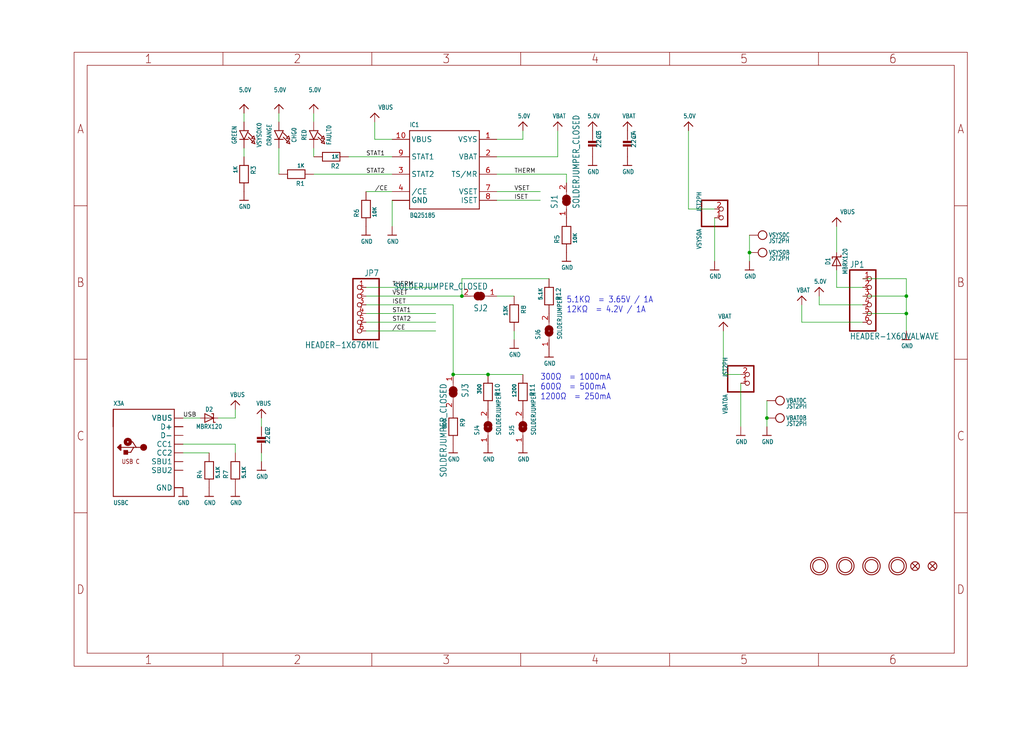
<source format=kicad_sch>
(kicad_sch
	(version 20250114)
	(generator "eeschema")
	(generator_version "9.0")
	(uuid "02a5e0b9-cec6-4a07-9e2c-08e646eb7c8f")
	(paper "User" 298.45 217.322)
	(lib_symbols
		(symbol "Adafruit bq25185 Breakout-eagle-import:5.0V"
			(power)
			(exclude_from_sim no)
			(in_bom yes)
			(on_board yes)
			(property "Reference" ""
				(at 0 0 0)
				(effects
					(font
						(size 1.27 1.27)
					)
					(hide yes)
				)
			)
			(property "Value" ""
				(at -1.524 1.016 0)
				(effects
					(font
						(size 1.27 1.0795)
					)
					(justify left bottom)
				)
			)
			(property "Footprint" ""
				(at 0 0 0)
				(effects
					(font
						(size 1.27 1.27)
					)
					(hide yes)
				)
			)
			(property "Datasheet" ""
				(at 0 0 0)
				(effects
					(font
						(size 1.27 1.27)
					)
					(hide yes)
				)
			)
			(property "Description" "5.0V Supply"
				(at 0 0 0)
				(effects
					(font
						(size 1.27 1.27)
					)
					(hide yes)
				)
			)
			(property "ki_locked" ""
				(at 0 0 0)
				(effects
					(font
						(size 1.27 1.27)
					)
				)
			)
			(symbol "5.0V_1_0"
				(polyline
					(pts
						(xy -1.27 -1.27) (xy 0 0)
					)
					(stroke
						(width 0.254)
						(type solid)
					)
					(fill
						(type none)
					)
				)
				(polyline
					(pts
						(xy 0 0) (xy 1.27 -1.27)
					)
					(stroke
						(width 0.254)
						(type solid)
					)
					(fill
						(type none)
					)
				)
				(pin power_in line
					(at 0 -2.54 90)
					(length 2.54)
					(name "5.0V"
						(effects
							(font
								(size 0 0)
							)
						)
					)
					(number "1"
						(effects
							(font
								(size 0 0)
							)
						)
					)
				)
			)
			(embedded_fonts no)
		)
		(symbol "Adafruit bq25185 Breakout-eagle-import:BQ25185"
			(exclude_from_sim no)
			(in_bom yes)
			(on_board yes)
			(property "Reference" "IC"
				(at -10.16 11.176 0)
				(effects
					(font
						(size 1.27 1.0795)
					)
					(justify left bottom)
				)
			)
			(property "Value" ""
				(at -10.16 -15.24 0)
				(effects
					(font
						(size 1.27 1.0795)
					)
					(justify left bottom)
				)
			)
			(property "Footprint" "Adafruit bq25185 Breakout:WSON10"
				(at 0 0 0)
				(effects
					(font
						(size 1.27 1.27)
					)
					(hide yes)
				)
			)
			(property "Datasheet" ""
				(at 0 0 0)
				(effects
					(font
						(size 1.27 1.27)
					)
					(hide yes)
				)
			)
			(property "Description" ""
				(at 0 0 0)
				(effects
					(font
						(size 1.27 1.27)
					)
					(hide yes)
				)
			)
			(property "ki_locked" ""
				(at 0 0 0)
				(effects
					(font
						(size 1.27 1.27)
					)
				)
			)
			(symbol "BQ25185_1_0"
				(polyline
					(pts
						(xy -10.16 10.16) (xy 10.16 10.16)
					)
					(stroke
						(width 0.254)
						(type solid)
					)
					(fill
						(type none)
					)
				)
				(polyline
					(pts
						(xy -10.16 -12.7) (xy -10.16 10.16)
					)
					(stroke
						(width 0.254)
						(type solid)
					)
					(fill
						(type none)
					)
				)
				(polyline
					(pts
						(xy 10.16 10.16) (xy 10.16 -12.7)
					)
					(stroke
						(width 0.254)
						(type solid)
					)
					(fill
						(type none)
					)
				)
				(polyline
					(pts
						(xy 10.16 -12.7) (xy -10.16 -12.7)
					)
					(stroke
						(width 0.254)
						(type solid)
					)
					(fill
						(type none)
					)
				)
				(pin power_in line
					(at -15.24 7.62 0)
					(length 5.08)
					(name "VBUS"
						(effects
							(font
								(size 1.524 1.524)
							)
						)
					)
					(number "10"
						(effects
							(font
								(size 1.524 1.524)
							)
						)
					)
				)
				(pin bidirectional line
					(at -15.24 2.54 0)
					(length 5.08)
					(name "STAT1"
						(effects
							(font
								(size 1.524 1.524)
							)
						)
					)
					(number "9"
						(effects
							(font
								(size 1.524 1.524)
							)
						)
					)
				)
				(pin bidirectional line
					(at -15.24 -2.54 0)
					(length 5.08)
					(name "STAT2"
						(effects
							(font
								(size 1.524 1.524)
							)
						)
					)
					(number "3"
						(effects
							(font
								(size 1.524 1.524)
							)
						)
					)
				)
				(pin input line
					(at -15.24 -7.62 0)
					(length 5.08)
					(name "/CE"
						(effects
							(font
								(size 1.524 1.524)
							)
						)
					)
					(number "4"
						(effects
							(font
								(size 1.524 1.524)
							)
						)
					)
				)
				(pin bidirectional line
					(at -15.24 -10.16 0)
					(length 5.08)
					(name "GND"
						(effects
							(font
								(size 1.524 1.524)
							)
						)
					)
					(number "5"
						(effects
							(font
								(size 0 0)
							)
						)
					)
				)
				(pin bidirectional line
					(at -15.24 -10.16 0)
					(length 5.08)
					(name "GND"
						(effects
							(font
								(size 1.524 1.524)
							)
						)
					)
					(number "PAD"
						(effects
							(font
								(size 0 0)
							)
						)
					)
				)
				(pin power_in line
					(at 15.24 7.62 180)
					(length 5.08)
					(name "VSYS"
						(effects
							(font
								(size 1.524 1.524)
							)
						)
					)
					(number "1"
						(effects
							(font
								(size 1.524 1.524)
							)
						)
					)
				)
				(pin input line
					(at 15.24 2.54 180)
					(length 5.08)
					(name "VBAT"
						(effects
							(font
								(size 1.524 1.524)
							)
						)
					)
					(number "2"
						(effects
							(font
								(size 1.524 1.524)
							)
						)
					)
				)
				(pin bidirectional line
					(at 15.24 -2.54 180)
					(length 5.08)
					(name "TS/MR"
						(effects
							(font
								(size 1.524 1.524)
							)
						)
					)
					(number "6"
						(effects
							(font
								(size 1.524 1.524)
							)
						)
					)
				)
				(pin bidirectional line
					(at 15.24 -7.62 180)
					(length 5.08)
					(name "VSET"
						(effects
							(font
								(size 1.524 1.524)
							)
						)
					)
					(number "7"
						(effects
							(font
								(size 1.524 1.524)
							)
						)
					)
				)
				(pin bidirectional line
					(at 15.24 -10.16 180)
					(length 5.08)
					(name "ISET"
						(effects
							(font
								(size 1.524 1.524)
							)
						)
					)
					(number "8"
						(effects
							(font
								(size 1.524 1.524)
							)
						)
					)
				)
			)
			(embedded_fonts no)
		)
		(symbol "Adafruit bq25185 Breakout-eagle-import:CAP_CERAMIC0805-NOOUTLINE"
			(exclude_from_sim no)
			(in_bom yes)
			(on_board yes)
			(property "Reference" "C"
				(at -2.29 1.25 90)
				(effects
					(font
						(size 1.27 1.27)
					)
				)
			)
			(property "Value" ""
				(at 2.3 1.25 90)
				(effects
					(font
						(size 1.27 1.27)
					)
				)
			)
			(property "Footprint" "Adafruit bq25185 Breakout:0805-NO"
				(at 0 0 0)
				(effects
					(font
						(size 1.27 1.27)
					)
					(hide yes)
				)
			)
			(property "Datasheet" ""
				(at 0 0 0)
				(effects
					(font
						(size 1.27 1.27)
					)
					(hide yes)
				)
			)
			(property "Description" "Ceramic Capacitors\n\nFor new designs, use the packages preceded by an '_' character since they are more reliable:\n\nThe following footprints should be used on most boards:\n\n• _0402 - Standard footprint for regular board layouts\n• _0603 - Standard footprint for regular board layouts\n• _0805 - Standard footprint for regular board layouts\n• _1206 - Standard footprint for regular board layouts\n\nFor extremely tight-pitch boards where space is at a premium, the following 'micro-pitch' footprints can be used (smaller pads, no silkscreen outline, etc.):\n\n• _0402MP - Micro-pitch footprint for very dense/compact boards\n• _0603MP - Micro-pitch footprint for very dense/compact boards\n• _0805MP - Micro-pitch footprint for very dense/compact boards\n• _1206MP - Micro-pitch footprint for very dense/compact boards"
				(at 0 0 0)
				(effects
					(font
						(size 1.27 1.27)
					)
					(hide yes)
				)
			)
			(property "ki_locked" ""
				(at 0 0 0)
				(effects
					(font
						(size 1.27 1.27)
					)
				)
			)
			(symbol "CAP_CERAMIC0805-NOOUTLINE_1_0"
				(rectangle
					(start -1.27 1.524)
					(end 1.27 2.032)
					(stroke
						(width 0)
						(type default)
					)
					(fill
						(type outline)
					)
				)
				(rectangle
					(start -1.27 0.508)
					(end 1.27 1.016)
					(stroke
						(width 0)
						(type default)
					)
					(fill
						(type outline)
					)
				)
				(polyline
					(pts
						(xy 0 2.54) (xy 0 1.778)
					)
					(stroke
						(width 0.1524)
						(type solid)
					)
					(fill
						(type none)
					)
				)
				(polyline
					(pts
						(xy 0 0.762) (xy 0 0)
					)
					(stroke
						(width 0.1524)
						(type solid)
					)
					(fill
						(type none)
					)
				)
				(pin passive line
					(at 0 5.08 270)
					(length 2.54)
					(name "1"
						(effects
							(font
								(size 0 0)
							)
						)
					)
					(number "1"
						(effects
							(font
								(size 0 0)
							)
						)
					)
				)
				(pin passive line
					(at 0 -2.54 90)
					(length 2.54)
					(name "2"
						(effects
							(font
								(size 0 0)
							)
						)
					)
					(number "2"
						(effects
							(font
								(size 0 0)
							)
						)
					)
				)
			)
			(embedded_fonts no)
		)
		(symbol "Adafruit bq25185 Breakout-eagle-import:CON_JST_PH_2PIN_MT_BATT"
			(exclude_from_sim no)
			(in_bom yes)
			(on_board yes)
			(property "Reference" "X"
				(at 0 5.588 90)
				(effects
					(font
						(size 1.27 1.0795)
					)
					(justify left)
				)
			)
			(property "Value" ""
				(at 1.651 5.588 90)
				(effects
					(font
						(size 1.27 1.0795)
					)
					(justify left)
				)
			)
			(property "Footprint" "Adafruit bq25185 Breakout:JSTPH2_BATT"
				(at 0 0 0)
				(effects
					(font
						(size 1.27 1.27)
					)
					(hide yes)
				)
			)
			(property "Datasheet" ""
				(at 0 0 0)
				(effects
					(font
						(size 1.27 1.27)
					)
					(hide yes)
				)
			)
			(property "Description" ""
				(at 0 0 0)
				(effects
					(font
						(size 1.27 1.27)
					)
					(hide yes)
				)
			)
			(property "ki_locked" ""
				(at 0 0 0)
				(effects
					(font
						(size 1.27 1.27)
					)
				)
			)
			(symbol "CON_JST_PH_2PIN_MT_BATT_1_0"
				(polyline
					(pts
						(xy -6.35 5.08) (xy -6.35 -2.54)
					)
					(stroke
						(width 0.4064)
						(type solid)
					)
					(fill
						(type none)
					)
				)
				(polyline
					(pts
						(xy -6.35 -2.54) (xy 1.27 -2.54)
					)
					(stroke
						(width 0.4064)
						(type solid)
					)
					(fill
						(type none)
					)
				)
				(polyline
					(pts
						(xy 1.27 5.08) (xy -6.35 5.08)
					)
					(stroke
						(width 0.4064)
						(type solid)
					)
					(fill
						(type none)
					)
				)
				(polyline
					(pts
						(xy 1.27 -2.54) (xy 1.27 5.08)
					)
					(stroke
						(width 0.4064)
						(type solid)
					)
					(fill
						(type none)
					)
				)
				(pin passive inverted
					(at -2.54 2.54 0)
					(length 2.54)
					(name "1"
						(effects
							(font
								(size 0 0)
							)
						)
					)
					(number "1"
						(effects
							(font
								(size 1.524 1.524)
							)
						)
					)
				)
				(pin passive inverted
					(at -2.54 0 0)
					(length 2.54)
					(name "2"
						(effects
							(font
								(size 0 0)
							)
						)
					)
					(number "2"
						(effects
							(font
								(size 1.524 1.524)
							)
						)
					)
				)
			)
			(symbol "CON_JST_PH_2PIN_MT_BATT_2_0"
				(circle
					(center 0 3.81)
					(radius 1.27)
					(stroke
						(width 0.254)
						(type solid)
					)
					(fill
						(type none)
					)
				)
				(pin bidirectional line
					(at 0 0 90)
					(length 2.54)
					(name "P$1"
						(effects
							(font
								(size 0 0)
							)
						)
					)
					(number "NC1"
						(effects
							(font
								(size 0 0)
							)
						)
					)
				)
			)
			(symbol "CON_JST_PH_2PIN_MT_BATT_3_0"
				(circle
					(center 0 3.81)
					(radius 1.27)
					(stroke
						(width 0.254)
						(type solid)
					)
					(fill
						(type none)
					)
				)
				(pin bidirectional line
					(at 0 0 90)
					(length 2.54)
					(name "P$1"
						(effects
							(font
								(size 0 0)
							)
						)
					)
					(number "NC2"
						(effects
							(font
								(size 0 0)
							)
						)
					)
				)
			)
			(embedded_fonts no)
		)
		(symbol "Adafruit bq25185 Breakout-eagle-import:DIODE-SCHOTTKYSOD-123FL"
			(exclude_from_sim no)
			(in_bom yes)
			(on_board yes)
			(property "Reference" "D"
				(at 0 2.54 0)
				(effects
					(font
						(size 1.27 1.0795)
					)
				)
			)
			(property "Value" ""
				(at 0 -2.5 0)
				(effects
					(font
						(size 1.27 1.0795)
					)
				)
			)
			(property "Footprint" "Adafruit bq25185 Breakout:SOD-123FL"
				(at 0 0 0)
				(effects
					(font
						(size 1.27 1.27)
					)
					(hide yes)
				)
			)
			(property "Datasheet" ""
				(at 0 0 0)
				(effects
					(font
						(size 1.27 1.27)
					)
					(hide yes)
				)
			)
			(property "Description" ""
				(at 0 0 0)
				(effects
					(font
						(size 1.27 1.27)
					)
					(hide yes)
				)
			)
			(property "ki_locked" ""
				(at 0 0 0)
				(effects
					(font
						(size 1.27 1.27)
					)
				)
			)
			(symbol "DIODE-SCHOTTKYSOD-123FL_1_0"
				(polyline
					(pts
						(xy -1.27 1.27) (xy -1.27 -1.27)
					)
					(stroke
						(width 0.254)
						(type solid)
					)
					(fill
						(type none)
					)
				)
				(polyline
					(pts
						(xy -1.27 -1.27) (xy 1.27 0)
					)
					(stroke
						(width 0.254)
						(type solid)
					)
					(fill
						(type none)
					)
				)
				(polyline
					(pts
						(xy 1.27 1.27) (xy 0.762 1.27)
					)
					(stroke
						(width 0.254)
						(type solid)
					)
					(fill
						(type none)
					)
				)
				(polyline
					(pts
						(xy 1.27 1.27) (xy 1.27 0)
					)
					(stroke
						(width 0.254)
						(type solid)
					)
					(fill
						(type none)
					)
				)
				(polyline
					(pts
						(xy 1.27 0) (xy -1.27 1.27)
					)
					(stroke
						(width 0.254)
						(type solid)
					)
					(fill
						(type none)
					)
				)
				(polyline
					(pts
						(xy 1.27 0) (xy 1.27 -1.27)
					)
					(stroke
						(width 0.254)
						(type solid)
					)
					(fill
						(type none)
					)
				)
				(polyline
					(pts
						(xy 1.27 -1.27) (xy 1.778 -1.27)
					)
					(stroke
						(width 0.254)
						(type solid)
					)
					(fill
						(type none)
					)
				)
				(pin passive line
					(at -2.54 0 0)
					(length 2.54)
					(name "A"
						(effects
							(font
								(size 0 0)
							)
						)
					)
					(number "A"
						(effects
							(font
								(size 0 0)
							)
						)
					)
				)
				(pin passive line
					(at 2.54 0 180)
					(length 2.54)
					(name "C"
						(effects
							(font
								(size 0 0)
							)
						)
					)
					(number "C"
						(effects
							(font
								(size 0 0)
							)
						)
					)
				)
			)
			(embedded_fonts no)
		)
		(symbol "Adafruit bq25185 Breakout-eagle-import:FIDUCIAL_0.5MM"
			(exclude_from_sim no)
			(in_bom yes)
			(on_board yes)
			(property "Reference" "FID"
				(at 0 0 0)
				(effects
					(font
						(size 1.27 1.27)
					)
					(hide yes)
				)
			)
			(property "Value" ""
				(at 0 0 0)
				(effects
					(font
						(size 1.27 1.27)
					)
					(hide yes)
				)
			)
			(property "Footprint" "Adafruit bq25185 Breakout:FIDUCIAL_0.5MM"
				(at 0 0 0)
				(effects
					(font
						(size 1.27 1.27)
					)
					(hide yes)
				)
			)
			(property "Datasheet" ""
				(at 0 0 0)
				(effects
					(font
						(size 1.27 1.27)
					)
					(hide yes)
				)
			)
			(property "Description" "Fiducial Alignment Points\n\nVarious fiducial points for machine vision alignment."
				(at 0 0 0)
				(effects
					(font
						(size 1.27 1.27)
					)
					(hide yes)
				)
			)
			(property "ki_locked" ""
				(at 0 0 0)
				(effects
					(font
						(size 1.27 1.27)
					)
				)
			)
			(symbol "FIDUCIAL_0.5MM_1_0"
				(polyline
					(pts
						(xy -0.762 0.762) (xy 0.762 -0.762)
					)
					(stroke
						(width 0.254)
						(type solid)
					)
					(fill
						(type none)
					)
				)
				(circle
					(center 0 0)
					(radius 1.27)
					(stroke
						(width 0.254)
						(type solid)
					)
					(fill
						(type none)
					)
				)
				(polyline
					(pts
						(xy 0.762 0.762) (xy -0.762 -0.762)
					)
					(stroke
						(width 0.254)
						(type solid)
					)
					(fill
						(type none)
					)
				)
			)
			(embedded_fonts no)
		)
		(symbol "Adafruit bq25185 Breakout-eagle-import:FRAME_A4"
			(exclude_from_sim no)
			(in_bom yes)
			(on_board yes)
			(property "Reference" "#FRAME"
				(at 0 0 0)
				(effects
					(font
						(size 1.27 1.27)
					)
					(hide yes)
				)
			)
			(property "Value" ""
				(at 0 0 0)
				(effects
					(font
						(size 1.27 1.27)
					)
					(hide yes)
				)
			)
			(property "Footprint" ""
				(at 0 0 0)
				(effects
					(font
						(size 1.27 1.27)
					)
					(hide yes)
				)
			)
			(property "Datasheet" ""
				(at 0 0 0)
				(effects
					(font
						(size 1.27 1.27)
					)
					(hide yes)
				)
			)
			(property "Description" "FRAME\n\nDIN A4, landscape with location and doc. field"
				(at 0 0 0)
				(effects
					(font
						(size 1.27 1.27)
					)
					(hide yes)
				)
			)
			(property "ki_locked" ""
				(at 0 0 0)
				(effects
					(font
						(size 1.27 1.27)
					)
				)
			)
			(symbol "FRAME_A4_1_0"
				(polyline
					(pts
						(xy 0 179.07) (xy 260.35 179.07) (xy 260.35 0) (xy 0 0) (xy 0 179.07)
					)
					(stroke
						(width 0)
						(type default)
					)
					(fill
						(type none)
					)
				)
				(polyline
					(pts
						(xy 0 134.3025) (xy 3.81 134.3025)
					)
					(stroke
						(width 0)
						(type default)
					)
					(fill
						(type none)
					)
				)
				(polyline
					(pts
						(xy 0 89.535) (xy 3.81 89.535)
					)
					(stroke
						(width 0)
						(type default)
					)
					(fill
						(type none)
					)
				)
				(polyline
					(pts
						(xy 0 44.7675) (xy 3.81 44.7675)
					)
					(stroke
						(width 0)
						(type default)
					)
					(fill
						(type none)
					)
				)
				(polyline
					(pts
						(xy 3.81 175.26) (xy 3.81 3.81)
					)
					(stroke
						(width 0)
						(type default)
					)
					(fill
						(type none)
					)
				)
				(polyline
					(pts
						(xy 43.3917 179.07) (xy 43.3917 175.26)
					)
					(stroke
						(width 0)
						(type default)
					)
					(fill
						(type none)
					)
				)
				(polyline
					(pts
						(xy 43.3917 3.81) (xy 43.3917 0)
					)
					(stroke
						(width 0)
						(type default)
					)
					(fill
						(type none)
					)
				)
				(polyline
					(pts
						(xy 86.7833 179.07) (xy 86.7833 175.26)
					)
					(stroke
						(width 0)
						(type default)
					)
					(fill
						(type none)
					)
				)
				(polyline
					(pts
						(xy 86.7833 3.81) (xy 86.7833 0)
					)
					(stroke
						(width 0)
						(type default)
					)
					(fill
						(type none)
					)
				)
				(polyline
					(pts
						(xy 130.175 179.07) (xy 130.175 175.26)
					)
					(stroke
						(width 0)
						(type default)
					)
					(fill
						(type none)
					)
				)
				(polyline
					(pts
						(xy 130.175 3.81) (xy 130.175 0)
					)
					(stroke
						(width 0)
						(type default)
					)
					(fill
						(type none)
					)
				)
				(polyline
					(pts
						(xy 173.5667 179.07) (xy 173.5667 175.26)
					)
					(stroke
						(width 0)
						(type default)
					)
					(fill
						(type none)
					)
				)
				(polyline
					(pts
						(xy 173.5667 3.81) (xy 173.5667 0)
					)
					(stroke
						(width 0)
						(type default)
					)
					(fill
						(type none)
					)
				)
				(polyline
					(pts
						(xy 216.9583 179.07) (xy 216.9583 175.26)
					)
					(stroke
						(width 0)
						(type default)
					)
					(fill
						(type none)
					)
				)
				(polyline
					(pts
						(xy 216.9583 3.81) (xy 216.9583 0)
					)
					(stroke
						(width 0)
						(type default)
					)
					(fill
						(type none)
					)
				)
				(polyline
					(pts
						(xy 256.54 175.26) (xy 3.81 175.26)
					)
					(stroke
						(width 0)
						(type default)
					)
					(fill
						(type none)
					)
				)
				(polyline
					(pts
						(xy 256.54 175.26) (xy 256.54 3.81)
					)
					(stroke
						(width 0)
						(type default)
					)
					(fill
						(type none)
					)
				)
				(polyline
					(pts
						(xy 256.54 134.3025) (xy 260.35 134.3025)
					)
					(stroke
						(width 0)
						(type default)
					)
					(fill
						(type none)
					)
				)
				(polyline
					(pts
						(xy 256.54 89.535) (xy 260.35 89.535)
					)
					(stroke
						(width 0)
						(type default)
					)
					(fill
						(type none)
					)
				)
				(polyline
					(pts
						(xy 256.54 44.7675) (xy 260.35 44.7675)
					)
					(stroke
						(width 0)
						(type default)
					)
					(fill
						(type none)
					)
				)
				(polyline
					(pts
						(xy 256.54 19.05) (xy 256.54 36.83)
					)
					(stroke
						(width 0.1016)
						(type solid)
					)
					(fill
						(type none)
					)
				)
				(polyline
					(pts
						(xy 256.54 13.97) (xy 256.54 19.05)
					)
					(stroke
						(width 0.1016)
						(type solid)
					)
					(fill
						(type none)
					)
				)
				(polyline
					(pts
						(xy 256.54 8.89) (xy 256.54 13.97)
					)
					(stroke
						(width 0.1016)
						(type solid)
					)
					(fill
						(type none)
					)
				)
				(polyline
					(pts
						(xy 256.54 3.81) (xy 3.81 3.81)
					)
					(stroke
						(width 0)
						(type default)
					)
					(fill
						(type none)
					)
				)
				(polyline
					(pts
						(xy 256.54 3.81) (xy 256.54 8.89)
					)
					(stroke
						(width 0.1016)
						(type solid)
					)
					(fill
						(type none)
					)
				)
				(text "A"
					(at 1.905 156.6863 0)
					(effects
						(font
							(size 2.54 2.286)
						)
					)
				)
				(text "B"
					(at 1.905 111.9188 0)
					(effects
						(font
							(size 2.54 2.286)
						)
					)
				)
				(text "C"
					(at 1.905 67.1513 0)
					(effects
						(font
							(size 2.54 2.286)
						)
					)
				)
				(text "D"
					(at 1.905 22.3838 0)
					(effects
						(font
							(size 2.54 2.286)
						)
					)
				)
				(text "1"
					(at 21.6958 177.165 0)
					(effects
						(font
							(size 2.54 2.286)
						)
					)
				)
				(text "1"
					(at 21.6958 1.905 0)
					(effects
						(font
							(size 2.54 2.286)
						)
					)
				)
				(text "2"
					(at 65.0875 177.165 0)
					(effects
						(font
							(size 2.54 2.286)
						)
					)
				)
				(text "2"
					(at 65.0875 1.905 0)
					(effects
						(font
							(size 2.54 2.286)
						)
					)
				)
				(text "3"
					(at 108.4792 177.165 0)
					(effects
						(font
							(size 2.54 2.286)
						)
					)
				)
				(text "3"
					(at 108.4792 1.905 0)
					(effects
						(font
							(size 2.54 2.286)
						)
					)
				)
				(text "4"
					(at 151.8708 177.165 0)
					(effects
						(font
							(size 2.54 2.286)
						)
					)
				)
				(text "4"
					(at 151.8708 1.905 0)
					(effects
						(font
							(size 2.54 2.286)
						)
					)
				)
				(text "5"
					(at 195.2625 177.165 0)
					(effects
						(font
							(size 2.54 2.286)
						)
					)
				)
				(text "5"
					(at 195.2625 1.905 0)
					(effects
						(font
							(size 2.54 2.286)
						)
					)
				)
				(text "6"
					(at 238.6542 177.165 0)
					(effects
						(font
							(size 2.54 2.286)
						)
					)
				)
				(text "6"
					(at 238.6542 1.905 0)
					(effects
						(font
							(size 2.54 2.286)
						)
					)
				)
				(text "A"
					(at 258.445 156.6863 0)
					(effects
						(font
							(size 2.54 2.286)
						)
					)
				)
				(text "B"
					(at 258.445 111.9188 0)
					(effects
						(font
							(size 2.54 2.286)
						)
					)
				)
				(text "C"
					(at 258.445 67.1513 0)
					(effects
						(font
							(size 2.54 2.286)
						)
					)
				)
				(text "D"
					(at 258.445 22.3838 0)
					(effects
						(font
							(size 2.54 2.286)
						)
					)
				)
			)
			(symbol "FRAME_A4_2_0"
				(polyline
					(pts
						(xy -0.3048 34.5948) (xy -0.3048 28.2448)
					)
					(stroke
						(width 0.6096)
						(type solid)
					)
					(fill
						(type none)
					)
				)
				(polyline
					(pts
						(xy -0.3048 28.2448) (xy -0.3048 19.3548)
					)
					(stroke
						(width 0.6096)
						(type solid)
					)
					(fill
						(type none)
					)
				)
				(polyline
					(pts
						(xy -0.3048 28.2448) (xy 20.0152 28.2448)
					)
					(stroke
						(width 0.3048)
						(type solid)
					)
					(fill
						(type none)
					)
				)
				(polyline
					(pts
						(xy -0.3048 19.3548) (xy -0.3048 10.4648)
					)
					(stroke
						(width 0.6096)
						(type solid)
					)
					(fill
						(type none)
					)
				)
				(polyline
					(pts
						(xy -0.3048 19.3548) (xy 20.0152 19.3548)
					)
					(stroke
						(width 0.3048)
						(type solid)
					)
					(fill
						(type none)
					)
				)
				(polyline
					(pts
						(xy -0.3048 10.4648) (xy -0.3048 1.5748)
					)
					(stroke
						(width 0.6096)
						(type solid)
					)
					(fill
						(type none)
					)
				)
				(polyline
					(pts
						(xy -0.3048 10.4648) (xy 20.0152 10.4648)
					)
					(stroke
						(width 0.3048)
						(type solid)
					)
					(fill
						(type none)
					)
				)
				(polyline
					(pts
						(xy -0.3048 1.5748) (xy 20.0152 1.5748)
					)
					(stroke
						(width 0.6096)
						(type solid)
					)
					(fill
						(type none)
					)
				)
				(polyline
					(pts
						(xy 20.0152 34.5948) (xy -0.3048 34.5948)
					)
					(stroke
						(width 0.6096)
						(type solid)
					)
					(fill
						(type none)
					)
				)
				(polyline
					(pts
						(xy 20.0152 28.2448) (xy 20.0152 34.5948)
					)
					(stroke
						(width 0.3048)
						(type solid)
					)
					(fill
						(type none)
					)
				)
				(polyline
					(pts
						(xy 20.0152 28.2448) (xy 105.7402 28.2448)
					)
					(stroke
						(width 0.3048)
						(type solid)
					)
					(fill
						(type none)
					)
				)
				(polyline
					(pts
						(xy 20.0152 19.3548) (xy 20.0152 28.2448)
					)
					(stroke
						(width 0.3048)
						(type solid)
					)
					(fill
						(type none)
					)
				)
				(polyline
					(pts
						(xy 20.0152 16.8148) (xy 20.0152 19.3548)
					)
					(stroke
						(width 0.3048)
						(type solid)
					)
					(fill
						(type none)
					)
				)
				(polyline
					(pts
						(xy 20.0152 10.4648) (xy 20.0152 16.8148)
					)
					(stroke
						(width 0.3048)
						(type solid)
					)
					(fill
						(type none)
					)
				)
				(polyline
					(pts
						(xy 20.0152 6.6548) (xy 20.0152 10.4648)
					)
					(stroke
						(width 0.3048)
						(type solid)
					)
					(fill
						(type none)
					)
				)
				(polyline
					(pts
						(xy 20.0152 6.6548) (xy 88.5952 6.6548)
					)
					(stroke
						(width 0.3048)
						(type solid)
					)
					(fill
						(type none)
					)
				)
				(polyline
					(pts
						(xy 20.0152 1.5748) (xy 20.0152 6.6548)
					)
					(stroke
						(width 0.3048)
						(type solid)
					)
					(fill
						(type none)
					)
				)
				(polyline
					(pts
						(xy 20.0152 1.5748) (xy 95.5802 1.5748)
					)
					(stroke
						(width 0.6096)
						(type solid)
					)
					(fill
						(type none)
					)
				)
				(polyline
					(pts
						(xy 88.5952 16.8148) (xy 20.0152 16.8148)
					)
					(stroke
						(width 0.3048)
						(type solid)
					)
					(fill
						(type none)
					)
				)
				(polyline
					(pts
						(xy 88.5952 16.8148) (xy 88.5952 6.6548)
					)
					(stroke
						(width 0.3048)
						(type solid)
					)
					(fill
						(type none)
					)
				)
				(polyline
					(pts
						(xy 88.5952 6.6548) (xy 95.5802 6.6548)
					)
					(stroke
						(width 0.3048)
						(type solid)
					)
					(fill
						(type none)
					)
				)
				(polyline
					(pts
						(xy 95.5802 6.6548) (xy 95.5802 1.5748)
					)
					(stroke
						(width 0.3048)
						(type solid)
					)
					(fill
						(type none)
					)
				)
				(polyline
					(pts
						(xy 95.5802 6.6548) (xy 121.6152 6.6548)
					)
					(stroke
						(width 0.3048)
						(type solid)
					)
					(fill
						(type none)
					)
				)
				(polyline
					(pts
						(xy 95.5802 1.5748) (xy 121.6152 1.5748)
					)
					(stroke
						(width 0.6096)
						(type solid)
					)
					(fill
						(type none)
					)
				)
				(polyline
					(pts
						(xy 101.2952 13.3223) (xy 102.2477 13.3223)
					)
					(stroke
						(width 0.254)
						(type solid)
					)
					(fill
						(type none)
					)
				)
				(polyline
					(pts
						(xy 105.7402 34.5948) (xy 20.0152 34.5948)
					)
					(stroke
						(width 0.6096)
						(type solid)
					)
					(fill
						(type none)
					)
				)
				(polyline
					(pts
						(xy 105.7402 28.2448) (xy 105.7402 34.5948)
					)
					(stroke
						(width 0.3048)
						(type solid)
					)
					(fill
						(type none)
					)
				)
				(polyline
					(pts
						(xy 105.7402 28.2448) (xy 110.1852 28.2448)
					)
					(stroke
						(width 0.3048)
						(type solid)
					)
					(fill
						(type none)
					)
				)
				(circle
					(center 109.2327 31.4198)
					(radius 1.4199)
					(stroke
						(width 0.254)
						(type solid)
					)
					(fill
						(type none)
					)
				)
				(polyline
					(pts
						(xy 110.1852 28.2448) (xy 110.1852 16.8148)
					)
					(stroke
						(width 0.3048)
						(type solid)
					)
					(fill
						(type none)
					)
				)
				(polyline
					(pts
						(xy 110.1852 28.2448) (xy 121.6152 28.2448)
					)
					(stroke
						(width 0.3048)
						(type solid)
					)
					(fill
						(type none)
					)
				)
				(polyline
					(pts
						(xy 110.1852 16.8148) (xy 88.5952 16.8148)
					)
					(stroke
						(width 0.3048)
						(type solid)
					)
					(fill
						(type none)
					)
				)
				(polyline
					(pts
						(xy 121.6152 34.5948) (xy 105.7402 34.5948)
					)
					(stroke
						(width 0.6096)
						(type solid)
					)
					(fill
						(type none)
					)
				)
				(polyline
					(pts
						(xy 121.6152 34.5948) (xy 121.6152 28.2448)
					)
					(stroke
						(width 0.6096)
						(type solid)
					)
					(fill
						(type none)
					)
				)
				(polyline
					(pts
						(xy 121.6152 28.2448) (xy 121.6152 16.8148)
					)
					(stroke
						(width 0.6096)
						(type solid)
					)
					(fill
						(type none)
					)
				)
				(polyline
					(pts
						(xy 121.6152 16.8148) (xy 110.1852 16.8148)
					)
					(stroke
						(width 0.3048)
						(type solid)
					)
					(fill
						(type none)
					)
				)
				(polyline
					(pts
						(xy 121.6152 16.8148) (xy 121.6152 6.6548)
					)
					(stroke
						(width 0.6096)
						(type solid)
					)
					(fill
						(type none)
					)
				)
				(polyline
					(pts
						(xy 121.6152 6.6548) (xy 121.6152 1.5748)
					)
					(stroke
						(width 0.6096)
						(type solid)
					)
					(fill
						(type none)
					)
				)
				(text "DRAWN"
					(at 0.9652 25.0698 0)
					(effects
						(font
							(size 1.778 1.5113)
						)
						(justify left bottom)
					)
				)
				(text "CHECKED"
					(at 0.9652 16.1798 0)
					(effects
						(font
							(size 1.778 1.5113)
						)
						(justify left bottom)
					)
				)
				(text "DATE"
					(at 0.9652 7.2898 0)
					(effects
						(font
							(size 1.778 1.5113)
						)
						(justify left bottom)
					)
				)
				(text "${DRAWN}"
					(at 2.2352 20.6248 0)
					(effects
						(font
							(size 1.778 1.5113)
						)
						(justify left bottom)
					)
				)
				(text "${CHECKED}"
					(at 2.2352 11.7348 0)
					(effects
						(font
							(size 1.778 1.5113)
						)
						(justify left bottom)
					)
				)
				(text "${DATE}"
					(at 2.2352 2.8448 0)
					(effects
						(font
							(size 1.778 1.5113)
						)
						(justify left bottom)
					)
				)
				(text "ISSUE"
					(at 5.0927 30.4673 0)
					(effects
						(font
							(size 1.9304 1.6408)
						)
						(justify left bottom)
					)
				)
				(text "TITLE"
					(at 21.2852 24.4348 0)
					(effects
						(font
							(size 2.54 2.54)
						)
						(justify left bottom)
					)
				)
				(text "DATE"
					(at 21.2852 13.0048 0)
					(effects
						(font
							(size 2.54 2.54)
						)
						(justify left bottom)
					)
				)
				(text "FILE:"
					(at 21.2852 2.8448 0)
					(effects
						(font
							(size 2.54 2.54)
						)
						(justify left bottom)
					)
				)
				(text "${COMPANY}"
					(at 23.349 29.6735 0)
					(effects
						(font
							(size 3.175 2.6987)
							(thickness 0.5397)
							(bold yes)
						)
						(justify left bottom)
					)
				)
				(text "${CURRENT_DATE}"
					(at 32.7152 9.1948 0)
					(effects
						(font
							(size 2.54 2.159)
						)
						(justify left bottom)
					)
				)
				(text "${PROJECTNAME}"
					(at 33.0327 2.8448 0)
					(effects
						(font
							(size 2.54 2.159)
						)
						(justify left bottom)
					)
				)
				(text "DRG"
					(at 89.8652 13.0048 0)
					(effects
						(font
							(size 2.54 2.54)
						)
						(justify left bottom)
					)
				)
				(text "${DRGNO}"
					(at 91.1352 9.1948 0)
					(effects
						(font
							(size 2.1844 1.8567)
						)
						(justify left bottom)
					)
				)
				(text "PAGE:"
					(at 96.8502 2.8448 0)
					(effects
						(font
							(size 2.54 2.54)
						)
						(justify left bottom)
					)
				)
				(text "N"
					(at 98.4377 13.0048 0)
					(effects
						(font
							(size 2.54 2.54)
						)
						(justify left bottom)
					)
				)
				(text "o"
					(at 100.9777 13.9573 0)
					(effects
						(font
							(size 2.1844 1.8567)
						)
						(justify left bottom)
					)
				)
				(text "C"
					(at 108.7564 30.7848 0)
					(effects
						(font
							(size 1.27 1.0795)
						)
						(justify left bottom)
					)
				)
				(text "${#}/${##}"
					(at 108.9152 2.8448 0)
					(effects
						(font
							(size 2.54 2.54)
						)
						(justify left bottom)
					)
				)
				(text "${YEAR}"
					(at 112.4077 30.4673 0)
					(effects
						(font
							(size 1.778 1.5113)
						)
						(justify left bottom)
					)
				)
				(text "REV"
					(at 112.4077 24.4348 0)
					(effects
						(font
							(size 2.54 2.54)
						)
						(justify left bottom)
					)
				)
				(text "${REV}"
					(at 113.9952 18.7198 0)
					(effects
						(font
							(size 3.81 3.2385)
						)
						(justify left bottom)
					)
				)
			)
			(embedded_fonts no)
		)
		(symbol "Adafruit bq25185 Breakout-eagle-import:GND"
			(power)
			(exclude_from_sim no)
			(in_bom yes)
			(on_board yes)
			(property "Reference" ""
				(at 0 0 0)
				(effects
					(font
						(size 1.27 1.27)
					)
					(hide yes)
				)
			)
			(property "Value" ""
				(at -1.524 -2.54 0)
				(effects
					(font
						(size 1.27 1.0795)
					)
					(justify left bottom)
				)
			)
			(property "Footprint" ""
				(at 0 0 0)
				(effects
					(font
						(size 1.27 1.27)
					)
					(hide yes)
				)
			)
			(property "Datasheet" ""
				(at 0 0 0)
				(effects
					(font
						(size 1.27 1.27)
					)
					(hide yes)
				)
			)
			(property "Description" "GND"
				(at 0 0 0)
				(effects
					(font
						(size 1.27 1.27)
					)
					(hide yes)
				)
			)
			(property "ki_locked" ""
				(at 0 0 0)
				(effects
					(font
						(size 1.27 1.27)
					)
				)
			)
			(symbol "GND_1_0"
				(polyline
					(pts
						(xy -1.27 0) (xy 1.27 0)
					)
					(stroke
						(width 0.254)
						(type solid)
					)
					(fill
						(type none)
					)
				)
				(pin power_in line
					(at 0 2.54 270)
					(length 2.54)
					(name "GND"
						(effects
							(font
								(size 0 0)
							)
						)
					)
					(number "1"
						(effects
							(font
								(size 0 0)
							)
						)
					)
				)
			)
			(embedded_fonts no)
		)
		(symbol "Adafruit bq25185 Breakout-eagle-import:HEADER-1X676MIL"
			(exclude_from_sim no)
			(in_bom yes)
			(on_board yes)
			(property "Reference" "JP"
				(at -6.35 10.795 0)
				(effects
					(font
						(size 1.778 1.5113)
					)
					(justify left bottom)
				)
			)
			(property "Value" ""
				(at -6.35 -10.16 0)
				(effects
					(font
						(size 1.778 1.5113)
					)
					(justify left bottom)
				)
			)
			(property "Footprint" "Adafruit bq25185 Breakout:1X06_ROUND_76"
				(at 0 0 0)
				(effects
					(font
						(size 1.27 1.27)
					)
					(hide yes)
				)
			)
			(property "Datasheet" ""
				(at 0 0 0)
				(effects
					(font
						(size 1.27 1.27)
					)
					(hide yes)
				)
			)
			(property "Description" "PIN HEADER"
				(at 0 0 0)
				(effects
					(font
						(size 1.27 1.27)
					)
					(hide yes)
				)
			)
			(property "ki_locked" ""
				(at 0 0 0)
				(effects
					(font
						(size 1.27 1.27)
					)
				)
			)
			(symbol "HEADER-1X676MIL_1_0"
				(polyline
					(pts
						(xy -6.35 10.16) (xy -6.35 -7.62)
					)
					(stroke
						(width 0.4064)
						(type solid)
					)
					(fill
						(type none)
					)
				)
				(polyline
					(pts
						(xy -6.35 -7.62) (xy 1.27 -7.62)
					)
					(stroke
						(width 0.4064)
						(type solid)
					)
					(fill
						(type none)
					)
				)
				(polyline
					(pts
						(xy 1.27 10.16) (xy -6.35 10.16)
					)
					(stroke
						(width 0.4064)
						(type solid)
					)
					(fill
						(type none)
					)
				)
				(polyline
					(pts
						(xy 1.27 -7.62) (xy 1.27 10.16)
					)
					(stroke
						(width 0.4064)
						(type solid)
					)
					(fill
						(type none)
					)
				)
				(pin passive inverted
					(at -2.54 7.62 0)
					(length 2.54)
					(name "1"
						(effects
							(font
								(size 0 0)
							)
						)
					)
					(number "1"
						(effects
							(font
								(size 1.524 1.524)
							)
						)
					)
				)
				(pin passive inverted
					(at -2.54 5.08 0)
					(length 2.54)
					(name "2"
						(effects
							(font
								(size 0 0)
							)
						)
					)
					(number "2"
						(effects
							(font
								(size 1.524 1.524)
							)
						)
					)
				)
				(pin passive inverted
					(at -2.54 2.54 0)
					(length 2.54)
					(name "3"
						(effects
							(font
								(size 0 0)
							)
						)
					)
					(number "3"
						(effects
							(font
								(size 1.524 1.524)
							)
						)
					)
				)
				(pin passive inverted
					(at -2.54 0 0)
					(length 2.54)
					(name "4"
						(effects
							(font
								(size 0 0)
							)
						)
					)
					(number "4"
						(effects
							(font
								(size 1.524 1.524)
							)
						)
					)
				)
				(pin passive inverted
					(at -2.54 -2.54 0)
					(length 2.54)
					(name "5"
						(effects
							(font
								(size 0 0)
							)
						)
					)
					(number "5"
						(effects
							(font
								(size 1.524 1.524)
							)
						)
					)
				)
				(pin passive inverted
					(at -2.54 -5.08 0)
					(length 2.54)
					(name "6"
						(effects
							(font
								(size 0 0)
							)
						)
					)
					(number "6"
						(effects
							(font
								(size 1.524 1.524)
							)
						)
					)
				)
			)
			(embedded_fonts no)
		)
		(symbol "Adafruit bq25185 Breakout-eagle-import:HEADER-1X6OVALWAVE"
			(exclude_from_sim no)
			(in_bom yes)
			(on_board yes)
			(property "Reference" "JP"
				(at -6.35 10.795 0)
				(effects
					(font
						(size 1.778 1.5113)
					)
					(justify left bottom)
				)
			)
			(property "Value" ""
				(at -6.35 -10.16 0)
				(effects
					(font
						(size 1.778 1.5113)
					)
					(justify left bottom)
				)
			)
			(property "Footprint" "Adafruit bq25185 Breakout:1X06_OVALWAVE"
				(at 0 0 0)
				(effects
					(font
						(size 1.27 1.27)
					)
					(hide yes)
				)
			)
			(property "Datasheet" ""
				(at 0 0 0)
				(effects
					(font
						(size 1.27 1.27)
					)
					(hide yes)
				)
			)
			(property "Description" "PIN HEADER"
				(at 0 0 0)
				(effects
					(font
						(size 1.27 1.27)
					)
					(hide yes)
				)
			)
			(property "ki_locked" ""
				(at 0 0 0)
				(effects
					(font
						(size 1.27 1.27)
					)
				)
			)
			(symbol "HEADER-1X6OVALWAVE_1_0"
				(polyline
					(pts
						(xy -6.35 10.16) (xy -6.35 -7.62)
					)
					(stroke
						(width 0.4064)
						(type solid)
					)
					(fill
						(type none)
					)
				)
				(polyline
					(pts
						(xy -6.35 -7.62) (xy 1.27 -7.62)
					)
					(stroke
						(width 0.4064)
						(type solid)
					)
					(fill
						(type none)
					)
				)
				(polyline
					(pts
						(xy 1.27 10.16) (xy -6.35 10.16)
					)
					(stroke
						(width 0.4064)
						(type solid)
					)
					(fill
						(type none)
					)
				)
				(polyline
					(pts
						(xy 1.27 -7.62) (xy 1.27 10.16)
					)
					(stroke
						(width 0.4064)
						(type solid)
					)
					(fill
						(type none)
					)
				)
				(pin passive inverted
					(at -2.54 7.62 0)
					(length 2.54)
					(name "1"
						(effects
							(font
								(size 0 0)
							)
						)
					)
					(number "1"
						(effects
							(font
								(size 1.524 1.524)
							)
						)
					)
				)
				(pin passive inverted
					(at -2.54 5.08 0)
					(length 2.54)
					(name "2"
						(effects
							(font
								(size 0 0)
							)
						)
					)
					(number "2"
						(effects
							(font
								(size 1.524 1.524)
							)
						)
					)
				)
				(pin passive inverted
					(at -2.54 2.54 0)
					(length 2.54)
					(name "3"
						(effects
							(font
								(size 0 0)
							)
						)
					)
					(number "3"
						(effects
							(font
								(size 1.524 1.524)
							)
						)
					)
				)
				(pin passive inverted
					(at -2.54 0 0)
					(length 2.54)
					(name "4"
						(effects
							(font
								(size 0 0)
							)
						)
					)
					(number "4"
						(effects
							(font
								(size 1.524 1.524)
							)
						)
					)
				)
				(pin passive inverted
					(at -2.54 -2.54 0)
					(length 2.54)
					(name "5"
						(effects
							(font
								(size 0 0)
							)
						)
					)
					(number "5"
						(effects
							(font
								(size 1.524 1.524)
							)
						)
					)
				)
				(pin passive inverted
					(at -2.54 -5.08 0)
					(length 2.54)
					(name "6"
						(effects
							(font
								(size 0 0)
							)
						)
					)
					(number "6"
						(effects
							(font
								(size 1.524 1.524)
							)
						)
					)
				)
			)
			(embedded_fonts no)
		)
		(symbol "Adafruit bq25185 Breakout-eagle-import:LED0805_NOOUTLINE"
			(exclude_from_sim no)
			(in_bom yes)
			(on_board yes)
			(property "Reference" "D"
				(at -1.27 4.445 0)
				(effects
					(font
						(size 1.27 1.0795)
					)
				)
			)
			(property "Value" ""
				(at -1.27 -2.794 0)
				(effects
					(font
						(size 1.27 1.0795)
					)
				)
			)
			(property "Footprint" "Adafruit bq25185 Breakout:CHIPLED_0805_NOOUTLINE"
				(at 0 0 0)
				(effects
					(font
						(size 1.27 1.27)
					)
					(hide yes)
				)
			)
			(property "Datasheet" ""
				(at 0 0 0)
				(effects
					(font
						(size 1.27 1.27)
					)
					(hide yes)
				)
			)
			(property "Description" "LED\n\n0603 - 0603 Surface Mount Package\n\n2mA:\n\n• Green LED - Low Power (3.9mcd, 2ma, 1.7Vf) - Digikey: 475-2709-2-ND\n• Orange LED - Low Power (9.8mcd, 2ma, 1.8Vf) - Digikey: 475-1194-2-ND\n• Red LED - Low Power (5mcd, 2ma, 1.8Vf) - Digikey: 475-1195-2-ND\n• Yellow LED - Low Power (7mcd, 2ma, 1.8Vf) - Digikey: 475-1196-2-ND\n\n5mA:\n\n• Blue LED - Low Power (17mcd, 5ma, 2.9Vf) - Digikey: LNJ937W8CRACT-ND\n\n0805 - 0805 Surface Mount Package\n\n2mA:\n\n• Red LED (8.8mcd, 2mA, 1.8Vf, Clear) - Low Power [Digikey: 475-2510-1-ND]\n• Green LED (5mcd, 2mA, 1.8Vf, Clear) - Low Power [Digikey: 475-2730-1-ND]\n• Yellow LED (11.3mcd, 2mA, 1.8Vf, Clear) - Low Power [Digikey: 475-2555-1-ND]\n\n20mA:\n\n• Red LED (104mcd, 20mA, Diffused) - LS R976 [Digikey: 475-1278-6-ND]\n• Red LED (12mcd, 20mA, 2.0Vf, Clear) - APT2012EC [Digikey: 754-1128-1-ND]\n• Green LED (15mcd, 20mA, 2.2Vf, Clear) - APT2012GC [Digikey: 754-1131-1-ND]\n• Orange LED (160mcd, 20mA, 2.1Vf, Clear) - APT2012SECK [Digikey: 754-1130-1-ND]\n\n• 1206 - 1206 Surface Mount Package\n\n• Green LED (26mcd, 20mA, Diffused) - LG N971  [Digikey: 475-1407-6-ND]\n• Red LED (15mcd, 20mA, Diffused) - LH N974 [Digikey: 475-1416-6-ND]\n\n• Cree - Cree High-Power Surface Mount LEDs\n\n• XPEBWT-L1-0000-00D50 - White 111lm 350mA 2.9Vf 6200K 110°\n• XTEAWT-00-0000-00000LEE3 - White 114lm 350mA 2.85Vf 5000K 115°\n\n• Everlight - Everlight 45-21 Series Surface Mount LEDs\n\n• 45-21/QK2C-B2832AC2CB2/2T - Warm White 2000mcd 20mA 3.25Vf 3050K 120°\n• 45-21/LK2C-B38452C4CB2/2T - Nuetral White 2000mcd 20mA 3.25Vf 4150K 120°\n• 45-21/LK2C-B50634C6CB2/2T - Cold White 2200mcd 20mA 3.25Vf 5650K 120°\n\n• PLCC2 Reverse Mount\n\n• LS T77K-J1L2-1-0-2-R18-Z - Red 11.25mcd 2mA 1.8Vf 630nm 120°\n• LO T77K-L1M2-24-Z - Orange 19.6mcd 2mA 1.8Vf 606nm 120°\n• LY T77K-K2M1-26-Z - Yellow 15.7mcd 2mA 1.8Vf 587nm 120°"
				(at 0 0 0)
				(effects
					(font
						(size 1.27 1.27)
					)
					(hide yes)
				)
			)
			(property "ki_locked" ""
				(at 0 0 0)
				(effects
					(font
						(size 1.27 1.27)
					)
				)
			)
			(symbol "LED0805_NOOUTLINE_1_0"
				(polyline
					(pts
						(xy -2.54 1.27) (xy -2.54 -1.27)
					)
					(stroke
						(width 0.254)
						(type solid)
					)
					(fill
						(type none)
					)
				)
				(polyline
					(pts
						(xy -2.54 -1.27) (xy 0 0)
					)
					(stroke
						(width 0.254)
						(type solid)
					)
					(fill
						(type none)
					)
				)
				(polyline
					(pts
						(xy -1.905 1.27) (xy -0.635 2.54)
					)
					(stroke
						(width 0.254)
						(type solid)
					)
					(fill
						(type none)
					)
				)
				(polyline
					(pts
						(xy -0.9525 2.8575) (xy -0.3175 2.2225)
					)
					(stroke
						(width 0.254)
						(type solid)
					)
					(fill
						(type none)
					)
				)
				(polyline
					(pts
						(xy -0.635 1.27) (xy 0.635 2.54)
					)
					(stroke
						(width 0.254)
						(type solid)
					)
					(fill
						(type none)
					)
				)
				(polyline
					(pts
						(xy -0.3175 2.2225) (xy 0 3.175)
					)
					(stroke
						(width 0.254)
						(type solid)
					)
					(fill
						(type none)
					)
				)
				(polyline
					(pts
						(xy 0 3.175) (xy -0.9525 2.8575)
					)
					(stroke
						(width 0.254)
						(type solid)
					)
					(fill
						(type none)
					)
				)
				(polyline
					(pts
						(xy 0 1.27) (xy 0 0)
					)
					(stroke
						(width 0.254)
						(type solid)
					)
					(fill
						(type none)
					)
				)
				(polyline
					(pts
						(xy 0 0) (xy -2.54 1.27)
					)
					(stroke
						(width 0.254)
						(type solid)
					)
					(fill
						(type none)
					)
				)
				(polyline
					(pts
						(xy 0 0) (xy 0 -1.27)
					)
					(stroke
						(width 0.254)
						(type solid)
					)
					(fill
						(type none)
					)
				)
				(polyline
					(pts
						(xy 0.3175 2.8575) (xy 0.9525 2.2225)
					)
					(stroke
						(width 0.254)
						(type solid)
					)
					(fill
						(type none)
					)
				)
				(polyline
					(pts
						(xy 0.9525 2.2225) (xy 1.27 3.175)
					)
					(stroke
						(width 0.254)
						(type solid)
					)
					(fill
						(type none)
					)
				)
				(polyline
					(pts
						(xy 1.27 3.175) (xy 0.3175 2.8575)
					)
					(stroke
						(width 0.254)
						(type solid)
					)
					(fill
						(type none)
					)
				)
				(pin passive line
					(at -5.08 0 0)
					(length 2.54)
					(name "A"
						(effects
							(font
								(size 0 0)
							)
						)
					)
					(number "A"
						(effects
							(font
								(size 0 0)
							)
						)
					)
				)
				(pin passive line
					(at 2.54 0 180)
					(length 2.54)
					(name "C"
						(effects
							(font
								(size 0 0)
							)
						)
					)
					(number "C"
						(effects
							(font
								(size 0 0)
							)
						)
					)
				)
			)
			(embedded_fonts no)
		)
		(symbol "Adafruit bq25185 Breakout-eagle-import:MOUNTINGHOLE2.5"
			(exclude_from_sim no)
			(in_bom yes)
			(on_board yes)
			(property "Reference" ""
				(at 0 0 0)
				(effects
					(font
						(size 1.27 1.27)
					)
					(hide yes)
				)
			)
			(property "Value" ""
				(at 0 0 0)
				(effects
					(font
						(size 1.27 1.27)
					)
					(hide yes)
				)
			)
			(property "Footprint" "Adafruit bq25185 Breakout:MOUNTINGHOLE_2.5_PLATED"
				(at 0 0 0)
				(effects
					(font
						(size 1.27 1.27)
					)
					(hide yes)
				)
			)
			(property "Datasheet" ""
				(at 0 0 0)
				(effects
					(font
						(size 1.27 1.27)
					)
					(hide yes)
				)
			)
			(property "Description" "Mounting Hole\n\nFor #2 screws (0.086\"/2.18mm width, 0.094\"/2.4mm hole) use 2.5mm"
				(at 0 0 0)
				(effects
					(font
						(size 1.27 1.27)
					)
					(hide yes)
				)
			)
			(property "ki_locked" ""
				(at 0 0 0)
				(effects
					(font
						(size 1.27 1.27)
					)
				)
			)
			(symbol "MOUNTINGHOLE2.5_1_0"
				(circle
					(center 0 0)
					(radius 1.905)
					(stroke
						(width 0.254)
						(type solid)
					)
					(fill
						(type none)
					)
				)
				(circle
					(center 0 0)
					(radius 2.54)
					(stroke
						(width 0.254)
						(type solid)
					)
					(fill
						(type none)
					)
				)
			)
			(embedded_fonts no)
		)
		(symbol "Adafruit bq25185 Breakout-eagle-import:RESISTOR_0603_NOOUT"
			(exclude_from_sim no)
			(in_bom yes)
			(on_board yes)
			(property "Reference" "R"
				(at 0 2.54 0)
				(effects
					(font
						(size 1.27 1.27)
					)
				)
			)
			(property "Value" ""
				(at 0 0 0)
				(effects
					(font
						(size 1.016 1.016)
						(thickness 0.2032)
						(bold yes)
					)
				)
			)
			(property "Footprint" "Adafruit bq25185 Breakout:0603-NO"
				(at 0 0 0)
				(effects
					(font
						(size 1.27 1.27)
					)
					(hide yes)
				)
			)
			(property "Datasheet" ""
				(at 0 0 0)
				(effects
					(font
						(size 1.27 1.27)
					)
					(hide yes)
				)
			)
			(property "Description" "Resistors\n\nFor new designs, use the packages preceded by an '_' character since they are more reliable:\n\nThe following footprints should be used on most boards:\n\n• _0402 - Standard footprint for regular board layouts\n• _0603 - Standard footprint for regular board layouts\n• _0805 - Standard footprint for regular board layouts\n• _1206 - Standard footprint for regular board layouts\n\nFor extremely tight-pitch boards where space is at a premium, the following 'micro-pitch' footprints can be used (smaller pads, no silkscreen outline, etc.):\n\n• _0402MP - Micro-pitch footprint for very dense/compact boards\n• _0603MP - Micro-pitch footprint for very dense/compact boards\n• _0805MP - Micro-pitch footprint for very dense/compact boards\n• _1206MP - Micro-pitch footprint for very dense/compact boards"
				(at 0 0 0)
				(effects
					(font
						(size 1.27 1.27)
					)
					(hide yes)
				)
			)
			(property "ki_locked" ""
				(at 0 0 0)
				(effects
					(font
						(size 1.27 1.27)
					)
				)
			)
			(symbol "RESISTOR_0603_NOOUT_1_0"
				(polyline
					(pts
						(xy -2.54 1.27) (xy 2.54 1.27)
					)
					(stroke
						(width 0.254)
						(type solid)
					)
					(fill
						(type none)
					)
				)
				(polyline
					(pts
						(xy -2.54 -1.27) (xy -2.54 1.27)
					)
					(stroke
						(width 0.254)
						(type solid)
					)
					(fill
						(type none)
					)
				)
				(polyline
					(pts
						(xy 2.54 1.27) (xy 2.54 -1.27)
					)
					(stroke
						(width 0.254)
						(type solid)
					)
					(fill
						(type none)
					)
				)
				(polyline
					(pts
						(xy 2.54 -1.27) (xy -2.54 -1.27)
					)
					(stroke
						(width 0.254)
						(type solid)
					)
					(fill
						(type none)
					)
				)
				(pin passive line
					(at -5.08 0 0)
					(length 2.54)
					(name "1"
						(effects
							(font
								(size 0 0)
							)
						)
					)
					(number "1"
						(effects
							(font
								(size 0 0)
							)
						)
					)
				)
				(pin passive line
					(at 5.08 0 180)
					(length 2.54)
					(name "2"
						(effects
							(font
								(size 0 0)
							)
						)
					)
					(number "2"
						(effects
							(font
								(size 0 0)
							)
						)
					)
				)
			)
			(embedded_fonts no)
		)
		(symbol "Adafruit bq25185 Breakout-eagle-import:SOLDERJUMPER"
			(exclude_from_sim no)
			(in_bom yes)
			(on_board yes)
			(property "Reference" "SJ"
				(at -2.54 2.54 0)
				(effects
					(font
						(size 1.27 1.0795)
					)
					(justify left bottom)
				)
			)
			(property "Value" ""
				(at -2.54 -3.81 0)
				(effects
					(font
						(size 1.27 1.0795)
					)
					(justify left bottom)
				)
			)
			(property "Footprint" "Adafruit bq25185 Breakout:SOLDERJUMPER_ARROW_NOPASTE"
				(at 0 0 0)
				(effects
					(font
						(size 1.27 1.27)
					)
					(hide yes)
				)
			)
			(property "Datasheet" ""
				(at 0 0 0)
				(effects
					(font
						(size 1.27 1.27)
					)
					(hide yes)
				)
			)
			(property "Description" "SMD Solder JUMPER\n\nSolder the two pads together to create a connection, or remove the solder to break it.\n\nREFLOW - Use this footprint for solder paste and reflow ovens. WAVE - Use this footprint for hand-soldering (larger pads).\n\nCLOSED - Has a trace between the two pads to ensure it is closed by default.  The trace needs to be cut to disable the jumper, and can be closed again by creating a solder bridge between the two pads."
				(at 0 0 0)
				(effects
					(font
						(size 1.27 1.27)
					)
					(hide yes)
				)
			)
			(property "ki_locked" ""
				(at 0 0 0)
				(effects
					(font
						(size 1.27 1.27)
					)
				)
			)
			(symbol "SOLDERJUMPER_1_0"
				(polyline
					(pts
						(xy -2.54 0) (xy -1.651 0)
					)
					(stroke
						(width 0.1524)
						(type solid)
					)
					(fill
						(type none)
					)
				)
				(arc
					(start -0.381 -0.635)
					(mid -1.0159 0.0001)
					(end -0.3808 0.635)
					(stroke
						(width 1.27)
						(type solid)
					)
					(fill
						(type none)
					)
				)
				(arc
					(start 0.381 0.635)
					(mid 1.0159 -0.0001)
					(end 0.3808 -0.635)
					(stroke
						(width 1.27)
						(type solid)
					)
					(fill
						(type none)
					)
				)
				(polyline
					(pts
						(xy 2.54 0) (xy 1.651 0)
					)
					(stroke
						(width 0.1524)
						(type solid)
					)
					(fill
						(type none)
					)
				)
				(pin passive line
					(at -5.08 0 0)
					(length 2.54)
					(name "1"
						(effects
							(font
								(size 0 0)
							)
						)
					)
					(number "1"
						(effects
							(font
								(size 1.524 1.524)
							)
						)
					)
				)
				(pin passive line
					(at 5.08 0 180)
					(length 2.54)
					(name "2"
						(effects
							(font
								(size 0 0)
							)
						)
					)
					(number "2"
						(effects
							(font
								(size 1.524 1.524)
							)
						)
					)
				)
			)
			(embedded_fonts no)
		)
		(symbol "Adafruit bq25185 Breakout-eagle-import:SOLDERJUMPER_CLOSED"
			(exclude_from_sim no)
			(in_bom yes)
			(on_board yes)
			(property "Reference" "SJ"
				(at -2.54 2.54 0)
				(effects
					(font
						(size 1.778 1.5113)
					)
					(justify left bottom)
				)
			)
			(property "Value" ""
				(at -2.54 -3.81 0)
				(effects
					(font
						(size 1.778 1.5113)
					)
					(justify left bottom)
				)
			)
			(property "Footprint" "Adafruit bq25185 Breakout:SOLDERJUMPER_CLOSEDWIRE"
				(at 0 0 0)
				(effects
					(font
						(size 1.27 1.27)
					)
					(hide yes)
				)
			)
			(property "Datasheet" ""
				(at 0 0 0)
				(effects
					(font
						(size 1.27 1.27)
					)
					(hide yes)
				)
			)
			(property "Description" "Solder Jumper - Closed\n\nThese solder jumpers are closed by default\n\n• CLOSEDWIRE - 10 mil trace between pads that can be cut and resoldered later\n• CLOSEDPERM - 63 mil trace between pads for a permanent connection (used to 'bridge' two signals, a shameless hack for Eagle).  Can double as a test point as well (no cream layer)"
				(at 0 0 0)
				(effects
					(font
						(size 1.27 1.27)
					)
					(hide yes)
				)
			)
			(property "ki_locked" ""
				(at 0 0 0)
				(effects
					(font
						(size 1.27 1.27)
					)
				)
			)
			(symbol "SOLDERJUMPER_CLOSED_1_0"
				(polyline
					(pts
						(xy -2.54 0) (xy -1.651 0)
					)
					(stroke
						(width 0.1524)
						(type solid)
					)
					(fill
						(type none)
					)
				)
				(polyline
					(pts
						(xy -0.635 0) (xy 0.635 0)
					)
					(stroke
						(width 0.4064)
						(type solid)
					)
					(fill
						(type none)
					)
				)
				(arc
					(start -0.381 -0.635)
					(mid -1.0159 0.0001)
					(end -0.3808 0.635)
					(stroke
						(width 1.27)
						(type solid)
					)
					(fill
						(type none)
					)
				)
				(arc
					(start 0.381 0.635)
					(mid 1.0159 -0.0001)
					(end 0.3808 -0.635)
					(stroke
						(width 1.27)
						(type solid)
					)
					(fill
						(type none)
					)
				)
				(polyline
					(pts
						(xy 2.54 0) (xy 1.651 0)
					)
					(stroke
						(width 0.1524)
						(type solid)
					)
					(fill
						(type none)
					)
				)
				(pin passive line
					(at -5.08 0 0)
					(length 2.54)
					(name "1"
						(effects
							(font
								(size 0 0)
							)
						)
					)
					(number "1"
						(effects
							(font
								(size 1.524 1.524)
							)
						)
					)
				)
				(pin passive line
					(at 5.08 0 180)
					(length 2.54)
					(name "2"
						(effects
							(font
								(size 0 0)
							)
						)
					)
					(number "2"
						(effects
							(font
								(size 1.524 1.524)
							)
						)
					)
				)
			)
			(embedded_fonts no)
		)
		(symbol "Adafruit bq25185 Breakout-eagle-import:USB_C"
			(exclude_from_sim no)
			(in_bom yes)
			(on_board yes)
			(property "Reference" "X"
				(at -10.16 13.716 0)
				(effects
					(font
						(size 1.27 1.0795)
					)
					(justify left bottom)
					(hide yes)
				)
			)
			(property "Value" ""
				(at -10.16 -15.24 0)
				(effects
					(font
						(size 1.27 1.0795)
					)
					(justify left bottom)
					(hide yes)
				)
			)
			(property "Footprint" "Adafruit bq25185 Breakout:USB_C_CUSB31-CFM2AX-01-X"
				(at 0 0 0)
				(effects
					(font
						(size 1.27 1.27)
					)
					(hide yes)
				)
			)
			(property "Datasheet" ""
				(at 0 0 0)
				(effects
					(font
						(size 1.27 1.27)
					)
					(hide yes)
				)
			)
			(property "Description" "USB Type-C USB 2.0 Connector"
				(at 0 0 0)
				(effects
					(font
						(size 1.27 1.27)
					)
					(hide yes)
				)
			)
			(property "ki_locked" ""
				(at 0 0 0)
				(effects
					(font
						(size 1.27 1.27)
					)
				)
			)
			(symbol "USB_C_1_0"
				(polyline
					(pts
						(xy -10.2 7.62) (xy -10.16 12.7)
					)
					(stroke
						(width 0.254)
						(type solid)
					)
					(fill
						(type none)
					)
				)
				(polyline
					(pts
						(xy -10.16 12.7) (xy -10.16 -12.7)
					)
					(stroke
						(width 0.254)
						(type solid)
					)
					(fill
						(type none)
					)
				)
				(polyline
					(pts
						(xy -10.16 12.7) (xy 7.62 12.7)
					)
					(stroke
						(width 0.254)
						(type solid)
					)
					(fill
						(type none)
					)
				)
				(polyline
					(pts
						(xy -10.16 -12.7) (xy 7.62 -12.7)
					)
					(stroke
						(width 0.254)
						(type solid)
					)
					(fill
						(type none)
					)
				)
				(polyline
					(pts
						(xy -8.92 1.6) (xy -8.12 2.4)
					)
					(stroke
						(width 0.254)
						(type solid)
					)
					(fill
						(type none)
					)
				)
				(polyline
					(pts
						(xy -8.52 1.6) (xy -8.52 1.4)
					)
					(stroke
						(width 0.254)
						(type solid)
					)
					(fill
						(type none)
					)
				)
				(polyline
					(pts
						(xy -8.52 1.4) (xy -8.32 1.2)
					)
					(stroke
						(width 0.254)
						(type solid)
					)
					(fill
						(type none)
					)
				)
				(polyline
					(pts
						(xy -8.32 2) (xy -8.72 1.6)
					)
					(stroke
						(width 0.254)
						(type solid)
					)
					(fill
						(type none)
					)
				)
				(polyline
					(pts
						(xy -8.32 1.2) (xy -8.32 2)
					)
					(stroke
						(width 0.254)
						(type solid)
					)
					(fill
						(type none)
					)
				)
				(polyline
					(pts
						(xy -8.12 2.4) (xy -7.92 2.4)
					)
					(stroke
						(width 0.254)
						(type solid)
					)
					(fill
						(type none)
					)
				)
				(polyline
					(pts
						(xy -8.12 1) (xy -8.12 2.4)
					)
					(stroke
						(width 0.254)
						(type solid)
					)
					(fill
						(type none)
					)
				)
				(polyline
					(pts
						(xy -8.12 0.8) (xy -8.92 1.6)
					)
					(stroke
						(width 0.254)
						(type solid)
					)
					(fill
						(type none)
					)
				)
				(polyline
					(pts
						(xy -7.92 2.4) (xy -7.92 1.6)
					)
					(stroke
						(width 0.254)
						(type solid)
					)
					(fill
						(type none)
					)
				)
				(polyline
					(pts
						(xy -7.92 1.6) (xy -7.92 0.8)
					)
					(stroke
						(width 0.254)
						(type solid)
					)
					(fill
						(type none)
					)
				)
				(polyline
					(pts
						(xy -7.92 0.8) (xy -8.12 0.8)
					)
					(stroke
						(width 0.254)
						(type solid)
					)
					(fill
						(type none)
					)
				)
				(rectangle
					(start -7.12 -0.45)
					(end -5.92 0.75)
					(stroke
						(width 0)
						(type default)
					)
					(fill
						(type outline)
					)
				)
				(polyline
					(pts
						(xy -6.27 0.15) (xy -5.07 0.15)
					)
					(stroke
						(width 0.254)
						(type solid)
					)
					(fill
						(type none)
					)
				)
				(circle
					(center -5.92 3.2)
					(radius 0.2)
					(stroke
						(width 1)
						(type solid)
					)
					(fill
						(type none)
					)
				)
				(polyline
					(pts
						(xy -5.52 3.2) (xy -4.52 3.2)
					)
					(stroke
						(width 0.254)
						(type solid)
					)
					(fill
						(type none)
					)
				)
				(polyline
					(pts
						(xy -5.07 0.15) (xy -4.22 1.6)
					)
					(stroke
						(width 0.254)
						(type solid)
					)
					(fill
						(type none)
					)
				)
				(polyline
					(pts
						(xy -4.52 3.2) (xy -3.47 1.6)
					)
					(stroke
						(width 0.254)
						(type solid)
					)
					(fill
						(type none)
					)
				)
				(polyline
					(pts
						(xy -4.22 1.6) (xy -7.92 1.6)
					)
					(stroke
						(width 0.254)
						(type solid)
					)
					(fill
						(type none)
					)
				)
				(polyline
					(pts
						(xy -3.47 1.6) (xy -4.22 1.6)
					)
					(stroke
						(width 0.254)
						(type solid)
					)
					(fill
						(type none)
					)
				)
				(circle
					(center -1.32 1.6)
					(radius 0.5)
					(stroke
						(width 1)
						(type solid)
					)
					(fill
						(type none)
					)
				)
				(polyline
					(pts
						(xy -1.32 1.6) (xy -3.47 1.6)
					)
					(stroke
						(width 0.254)
						(type solid)
					)
					(fill
						(type none)
					)
				)
				(polyline
					(pts
						(xy 7.62 12.7) (xy 7.62 -12.7)
					)
					(stroke
						(width 0.254)
						(type solid)
					)
					(fill
						(type none)
					)
				)
				(text "USB C"
					(at -5.08 -2.54 0)
					(effects
						(font
							(size 1.27 1.0795)
						)
					)
				)
				(pin power_in line
					(at 10.16 10.16 180)
					(length 2.54)
					(name "VBUS"
						(effects
							(font
								(size 1.524 1.524)
							)
						)
					)
					(number "A4B9"
						(effects
							(font
								(size 0 0)
							)
						)
					)
				)
				(pin power_in line
					(at 10.16 10.16 180)
					(length 2.54)
					(name "VBUS"
						(effects
							(font
								(size 1.524 1.524)
							)
						)
					)
					(number "B4A9"
						(effects
							(font
								(size 0 0)
							)
						)
					)
				)
				(pin bidirectional line
					(at 10.16 7.62 180)
					(length 2.54)
					(name "D+"
						(effects
							(font
								(size 1.524 1.524)
							)
						)
					)
					(number "A6"
						(effects
							(font
								(size 0 0)
							)
						)
					)
				)
				(pin bidirectional line
					(at 10.16 7.62 180)
					(length 2.54)
					(name "D+"
						(effects
							(font
								(size 1.524 1.524)
							)
						)
					)
					(number "B6"
						(effects
							(font
								(size 0 0)
							)
						)
					)
				)
				(pin bidirectional line
					(at 10.16 5.08 180)
					(length 2.54)
					(name "D-"
						(effects
							(font
								(size 1.524 1.524)
							)
						)
					)
					(number "A7"
						(effects
							(font
								(size 0 0)
							)
						)
					)
				)
				(pin bidirectional line
					(at 10.16 5.08 180)
					(length 2.54)
					(name "D-"
						(effects
							(font
								(size 1.524 1.524)
							)
						)
					)
					(number "B7"
						(effects
							(font
								(size 0 0)
							)
						)
					)
				)
				(pin bidirectional line
					(at 10.16 2.54 180)
					(length 2.54)
					(name "CC1"
						(effects
							(font
								(size 1.524 1.524)
							)
						)
					)
					(number "A5"
						(effects
							(font
								(size 0 0)
							)
						)
					)
				)
				(pin bidirectional line
					(at 10.16 0 180)
					(length 2.54)
					(name "CC2"
						(effects
							(font
								(size 1.524 1.524)
							)
						)
					)
					(number "B5"
						(effects
							(font
								(size 0 0)
							)
						)
					)
				)
				(pin bidirectional line
					(at 10.16 -2.54 180)
					(length 2.54)
					(name "SBU1"
						(effects
							(font
								(size 1.524 1.524)
							)
						)
					)
					(number "A8"
						(effects
							(font
								(size 0 0)
							)
						)
					)
				)
				(pin bidirectional line
					(at 10.16 -5.08 180)
					(length 2.54)
					(name "SBU2"
						(effects
							(font
								(size 1.524 1.524)
							)
						)
					)
					(number "B8"
						(effects
							(font
								(size 0 0)
							)
						)
					)
				)
				(pin power_in line
					(at 10.16 -10.16 180)
					(length 2.54)
					(name "GND"
						(effects
							(font
								(size 1.524 1.524)
							)
						)
					)
					(number "A1B12"
						(effects
							(font
								(size 0 0)
							)
						)
					)
				)
				(pin power_in line
					(at 10.16 -10.16 180)
					(length 2.54)
					(name "GND"
						(effects
							(font
								(size 1.524 1.524)
							)
						)
					)
					(number "B1A12"
						(effects
							(font
								(size 0 0)
							)
						)
					)
				)
			)
			(symbol "USB_C_2_0"
				(pin bidirectional line
					(at 0 0 0)
					(length 5.08)
					(name "MT"
						(effects
							(font
								(size 1.524 1.524)
							)
						)
					)
					(number "M1"
						(effects
							(font
								(size 0 0)
							)
						)
					)
				)
				(pin bidirectional line
					(at 0 0 0)
					(length 5.08)
					(name "MT"
						(effects
							(font
								(size 1.524 1.524)
							)
						)
					)
					(number "M2"
						(effects
							(font
								(size 0 0)
							)
						)
					)
				)
				(pin bidirectional line
					(at 0 0 0)
					(length 5.08)
					(name "MT"
						(effects
							(font
								(size 1.524 1.524)
							)
						)
					)
					(number "M3"
						(effects
							(font
								(size 0 0)
							)
						)
					)
				)
				(pin bidirectional line
					(at 0 0 0)
					(length 5.08)
					(name "MT"
						(effects
							(font
								(size 1.524 1.524)
							)
						)
					)
					(number "M4"
						(effects
							(font
								(size 0 0)
							)
						)
					)
				)
			)
			(embedded_fonts no)
		)
		(symbol "Adafruit bq25185 Breakout-eagle-import:VBAT"
			(power)
			(exclude_from_sim no)
			(in_bom yes)
			(on_board yes)
			(property "Reference" ""
				(at 0 0 0)
				(effects
					(font
						(size 1.27 1.27)
					)
					(hide yes)
				)
			)
			(property "Value" ""
				(at -1.524 1.016 0)
				(effects
					(font
						(size 1.27 1.0795)
					)
					(justify left bottom)
				)
			)
			(property "Footprint" ""
				(at 0 0 0)
				(effects
					(font
						(size 1.27 1.27)
					)
					(hide yes)
				)
			)
			(property "Datasheet" ""
				(at 0 0 0)
				(effects
					(font
						(size 1.27 1.27)
					)
					(hide yes)
				)
			)
			(property "Description" "VBAT Supply Sumbol"
				(at 0 0 0)
				(effects
					(font
						(size 1.27 1.27)
					)
					(hide yes)
				)
			)
			(property "ki_locked" ""
				(at 0 0 0)
				(effects
					(font
						(size 1.27 1.27)
					)
				)
			)
			(symbol "VBAT_1_0"
				(polyline
					(pts
						(xy -1.27 -1.27) (xy 0 0)
					)
					(stroke
						(width 0.254)
						(type solid)
					)
					(fill
						(type none)
					)
				)
				(polyline
					(pts
						(xy 0 0) (xy 1.27 -1.27)
					)
					(stroke
						(width 0.254)
						(type solid)
					)
					(fill
						(type none)
					)
				)
				(pin power_in line
					(at 0 -2.54 90)
					(length 2.54)
					(name "VBAT"
						(effects
							(font
								(size 0 0)
							)
						)
					)
					(number "1"
						(effects
							(font
								(size 0 0)
							)
						)
					)
				)
			)
			(embedded_fonts no)
		)
		(symbol "Adafruit bq25185 Breakout-eagle-import:VBUS"
			(power)
			(exclude_from_sim no)
			(in_bom yes)
			(on_board yes)
			(property "Reference" ""
				(at 0 0 0)
				(effects
					(font
						(size 1.27 1.27)
					)
					(hide yes)
				)
			)
			(property "Value" ""
				(at -1.524 1.016 0)
				(effects
					(font
						(size 1.27 1.0795)
					)
					(justify left bottom)
				)
			)
			(property "Footprint" ""
				(at 0 0 0)
				(effects
					(font
						(size 1.27 1.27)
					)
					(hide yes)
				)
			)
			(property "Datasheet" ""
				(at 0 0 0)
				(effects
					(font
						(size 1.27 1.27)
					)
					(hide yes)
				)
			)
			(property "Description" "VBUS Supply Symbole"
				(at 0 0 0)
				(effects
					(font
						(size 1.27 1.27)
					)
					(hide yes)
				)
			)
			(property "ki_locked" ""
				(at 0 0 0)
				(effects
					(font
						(size 1.27 1.27)
					)
				)
			)
			(symbol "VBUS_1_0"
				(polyline
					(pts
						(xy -1.27 -1.27) (xy 0 0)
					)
					(stroke
						(width 0.254)
						(type solid)
					)
					(fill
						(type none)
					)
				)
				(polyline
					(pts
						(xy 0 0) (xy 1.27 -1.27)
					)
					(stroke
						(width 0.254)
						(type solid)
					)
					(fill
						(type none)
					)
				)
				(pin power_in line
					(at 0 -2.54 90)
					(length 2.54)
					(name "VBUS"
						(effects
							(font
								(size 0 0)
							)
						)
					)
					(number "1"
						(effects
							(font
								(size 0 0)
							)
						)
					)
				)
			)
			(embedded_fonts no)
		)
	)
	(text "5.1KΩ  = 3.65V / 1A\n12KΩ  = 4.2V / 1A"
		(exclude_from_sim no)
		(at 165.1 91.44 0)
		(effects
			(font
				(size 1.778 1.5113)
			)
			(justify left bottom)
		)
		(uuid "186be49f-a496-4a38-8b40-b25b8bc7b8a6")
	)
	(text "300Ω  = 1000mA\n600Ω  = 500mA\n1200Ω  = 250mA"
		(exclude_from_sim no)
		(at 157.48 116.84 0)
		(effects
			(font
				(size 1.778 1.5113)
			)
			(justify left bottom)
		)
		(uuid "898ada32-4e78-4bb9-ab8e-29c329152909")
	)
	(junction
		(at 264.16 91.44)
		(diameter 0)
		(color 0 0 0 0)
		(uuid "11ab04be-0fe3-4428-ab43-480000ceb955")
	)
	(junction
		(at 142.24 109.22)
		(diameter 0)
		(color 0 0 0 0)
		(uuid "595ab25c-54ea-44fc-9546-d1e327dfe6fd")
	)
	(junction
		(at 134.62 86.36)
		(diameter 0)
		(color 0 0 0 0)
		(uuid "5c76ae58-babc-492e-9928-325653cb85dc")
	)
	(junction
		(at 223.52 121.92)
		(diameter 0)
		(color 0 0 0 0)
		(uuid "a90997cd-d224-4080-a86b-133ac84ba339")
	)
	(junction
		(at 132.08 109.22)
		(diameter 0)
		(color 0 0 0 0)
		(uuid "d0f6e727-c1c9-46eb-9ebc-7f6598eed71c")
	)
	(junction
		(at 264.16 86.36)
		(diameter 0)
		(color 0 0 0 0)
		(uuid "e9db2d33-b2df-49e6-a3c0-5648c4e9d998")
	)
	(junction
		(at 218.44 73.66)
		(diameter 0)
		(color 0 0 0 0)
		(uuid "f5ed4b5b-76dc-439e-94bf-07a75a9e2766")
	)
	(wire
		(pts
			(xy 109.22 40.64) (xy 109.22 35.56)
		)
		(stroke
			(width 0.1524)
			(type solid)
		)
		(uuid "0290a37d-123c-4b93-bbb8-a5dc9a627d87")
	)
	(wire
		(pts
			(xy 127 96.52) (xy 106.68 96.52)
		)
		(stroke
			(width 0.1524)
			(type solid)
		)
		(uuid "02ba34d7-20d1-4299-84fd-f54d3aa19b21")
	)
	(wire
		(pts
			(xy 134.62 86.36) (xy 134.62 81.28)
		)
		(stroke
			(width 0.1524)
			(type solid)
		)
		(uuid "02df6ad6-54b9-4af7-b480-a3937cbd02fb")
	)
	(wire
		(pts
			(xy 68.58 129.54) (xy 68.58 132.08)
		)
		(stroke
			(width 0.1524)
			(type solid)
		)
		(uuid "0468d682-9e2a-49a0-9669-c786740d1887")
	)
	(wire
		(pts
			(xy 238.76 88.9) (xy 251.46 88.9)
		)
		(stroke
			(width 0.1524)
			(type solid)
		)
		(uuid "055e9066-04da-464a-b51b-321bdbdab709")
	)
	(wire
		(pts
			(xy 264.16 86.36) (xy 264.16 91.44)
		)
		(stroke
			(width 0.1524)
			(type solid)
		)
		(uuid "126f036b-4acb-438c-bdb1-71b8cffea74a")
	)
	(wire
		(pts
			(xy 251.46 83.82) (xy 243.84 83.82)
		)
		(stroke
			(width 0.1524)
			(type solid)
		)
		(uuid "17903761-54ce-4504-8551-4100b0a21c23")
	)
	(wire
		(pts
			(xy 114.3 50.8) (xy 91.44 50.8)
		)
		(stroke
			(width 0.1524)
			(type solid)
		)
		(uuid "2688a736-b250-4cb5-8a50-5842602f77bb")
	)
	(wire
		(pts
			(xy 144.78 55.88) (xy 157.48 55.88)
		)
		(stroke
			(width 0.1524)
			(type solid)
		)
		(uuid "2c3cb083-07d9-4c87-af74-54ba9a0963a0")
	)
	(wire
		(pts
			(xy 76.2 124.46) (xy 76.2 121.92)
		)
		(stroke
			(width 0.1524)
			(type solid)
		)
		(uuid "2ec21396-7d42-4e8a-95be-bff18425982b")
	)
	(wire
		(pts
			(xy 251.46 86.36) (xy 264.16 86.36)
		)
		(stroke
			(width 0.1524)
			(type solid)
		)
		(uuid "353a8450-f35a-40a4-903c-5c59cb743867")
	)
	(wire
		(pts
			(xy 264.16 91.44) (xy 264.16 96.52)
		)
		(stroke
			(width 0.1524)
			(type solid)
		)
		(uuid "36f22687-ce8f-46a8-b907-b307812d885f")
	)
	(wire
		(pts
			(xy 238.76 86.36) (xy 238.76 88.9)
		)
		(stroke
			(width 0.1524)
			(type solid)
		)
		(uuid "3700422e-67fe-49d6-a87f-459d3c140d39")
	)
	(wire
		(pts
			(xy 162.56 45.72) (xy 162.56 38.1)
		)
		(stroke
			(width 0.1524)
			(type solid)
		)
		(uuid "3703152d-d0c0-49dc-aee2-62cc04b1115b")
	)
	(wire
		(pts
			(xy 81.28 35.56) (xy 81.28 33.02)
		)
		(stroke
			(width 0.1524)
			(type solid)
		)
		(uuid "38a0a444-e64f-44c9-8202-a8b88ec096dc")
	)
	(wire
		(pts
			(xy 106.68 86.36) (xy 134.62 86.36)
		)
		(stroke
			(width 0.1524)
			(type solid)
		)
		(uuid "3c57d426-2704-4cb3-9754-60ef1676ebe8")
	)
	(wire
		(pts
			(xy 132.08 109.22) (xy 142.24 109.22)
		)
		(stroke
			(width 0.1524)
			(type solid)
		)
		(uuid "3fb6dd2e-81c9-4472-a4b8-c9652a631ee9")
	)
	(wire
		(pts
			(xy 233.68 93.98) (xy 233.68 88.9)
		)
		(stroke
			(width 0.1524)
			(type solid)
		)
		(uuid "5459fc13-1aff-4a47-90f9-7536c7556d6b")
	)
	(wire
		(pts
			(xy 149.86 99.06) (xy 149.86 96.52)
		)
		(stroke
			(width 0.1524)
			(type solid)
		)
		(uuid "57350db4-b2e0-4042-b7c8-23b964599afc")
	)
	(wire
		(pts
			(xy 134.62 81.28) (xy 160.02 81.28)
		)
		(stroke
			(width 0.1524)
			(type solid)
		)
		(uuid "5800173b-a8e5-47e6-8586-5cdb4559c723")
	)
	(wire
		(pts
			(xy 144.78 45.72) (xy 162.56 45.72)
		)
		(stroke
			(width 0.1524)
			(type solid)
		)
		(uuid "583bcd67-354b-4449-8486-f8ea1e73b257")
	)
	(wire
		(pts
			(xy 63.5 121.92) (xy 68.58 121.92)
		)
		(stroke
			(width 0.1524)
			(type solid)
		)
		(uuid "5f2dbb7c-ec15-4974-8530-d41c0701167a")
	)
	(wire
		(pts
			(xy 165.1 50.8) (xy 165.1 53.34)
		)
		(stroke
			(width 0.1524)
			(type solid)
		)
		(uuid "603ba884-d317-49ce-8bed-206f2109c03b")
	)
	(wire
		(pts
			(xy 264.16 81.28) (xy 264.16 86.36)
		)
		(stroke
			(width 0.1524)
			(type solid)
		)
		(uuid "604e07de-1596-4aff-a5b4-b482d5037651")
	)
	(wire
		(pts
			(xy 208.28 60.96) (xy 200.66 60.96)
		)
		(stroke
			(width 0.1524)
			(type solid)
		)
		(uuid "6074d6e1-4101-41c2-ac41-1b744ecb134f")
	)
	(wire
		(pts
			(xy 53.34 129.54) (xy 68.58 129.54)
		)
		(stroke
			(width 0.1524)
			(type solid)
		)
		(uuid "64282dc9-6833-48ca-9e02-87441a2f9e06")
	)
	(wire
		(pts
			(xy 251.46 93.98) (xy 233.68 93.98)
		)
		(stroke
			(width 0.1524)
			(type solid)
		)
		(uuid "709b9f81-77c7-4578-8b2a-c5b04cc7495b")
	)
	(wire
		(pts
			(xy 71.12 45.72) (xy 71.12 43.18)
		)
		(stroke
			(width 0.1524)
			(type solid)
		)
		(uuid "745446e3-9fac-4b84-a1b7-bf1842a47d34")
	)
	(wire
		(pts
			(xy 157.48 58.42) (xy 144.78 58.42)
		)
		(stroke
			(width 0.1524)
			(type solid)
		)
		(uuid "7454c9a0-4853-4f6a-bdcb-c4a47f73d8e2")
	)
	(wire
		(pts
			(xy 76.2 132.08) (xy 76.2 134.62)
		)
		(stroke
			(width 0.1524)
			(type solid)
		)
		(uuid "751047c0-f2ff-4891-9209-f86bc3630cf1")
	)
	(wire
		(pts
			(xy 144.78 50.8) (xy 165.1 50.8)
		)
		(stroke
			(width 0.1524)
			(type solid)
		)
		(uuid "7510eac7-edf3-44dc-a9db-0e0896895148")
	)
	(wire
		(pts
			(xy 71.12 35.56) (xy 71.12 33.02)
		)
		(stroke
			(width 0.1524)
			(type solid)
		)
		(uuid "8f861b84-940a-458c-8e06-b1c1c8d88ef4")
	)
	(wire
		(pts
			(xy 215.9 111.76) (xy 215.9 124.46)
		)
		(stroke
			(width 0.1524)
			(type solid)
		)
		(uuid "8fe1eda1-862e-4753-b91b-92784a452d77")
	)
	(wire
		(pts
			(xy 218.44 68.58) (xy 218.44 73.66)
		)
		(stroke
			(width 0.1524)
			(type solid)
		)
		(uuid "9206b4d9-2145-4f7b-9b30-3f7b025ca4b2")
	)
	(wire
		(pts
			(xy 251.46 81.28) (xy 264.16 81.28)
		)
		(stroke
			(width 0.1524)
			(type solid)
		)
		(uuid "92ac816a-cdf1-4eff-87df-54ff5d3d88ea")
	)
	(wire
		(pts
			(xy 58.42 121.92) (xy 53.34 121.92)
		)
		(stroke
			(width 0.1524)
			(type solid)
		)
		(uuid "93bd6dc0-0298-4a54-a711-36c01cb11b13")
	)
	(wire
		(pts
			(xy 208.28 76.2) (xy 208.28 63.5)
		)
		(stroke
			(width 0.1524)
			(type solid)
		)
		(uuid "95b219d3-ef46-46f5-becf-2ecec3e62f35")
	)
	(wire
		(pts
			(xy 114.3 40.64) (xy 109.22 40.64)
		)
		(stroke
			(width 0.1524)
			(type solid)
		)
		(uuid "9777439e-f5b7-406b-a2a2-fd4d9dc5d25e")
	)
	(wire
		(pts
			(xy 149.86 86.36) (xy 144.78 86.36)
		)
		(stroke
			(width 0.1524)
			(type solid)
		)
		(uuid "9802d0f2-414f-4e10-abe8-b780c98246f1")
	)
	(wire
		(pts
			(xy 106.68 88.9) (xy 132.08 88.9)
		)
		(stroke
			(width 0.1524)
			(type solid)
		)
		(uuid "9a171519-6c42-40e6-81fa-d5d1291183a5")
	)
	(wire
		(pts
			(xy 200.66 60.96) (xy 200.66 38.1)
		)
		(stroke
			(width 0.1524)
			(type solid)
		)
		(uuid "9a7efd64-759c-43bc-9148-57a0a3e969ad")
	)
	(wire
		(pts
			(xy 114.3 58.42) (xy 114.3 66.04)
		)
		(stroke
			(width 0.1524)
			(type solid)
		)
		(uuid "9fc8d36c-4c7a-4320-8cd8-076b888d7f47")
	)
	(wire
		(pts
			(xy 243.84 83.82) (xy 243.84 78.74)
		)
		(stroke
			(width 0.1524)
			(type solid)
		)
		(uuid "a4151193-2ef1-46db-89c3-65c31deb5a9e")
	)
	(wire
		(pts
			(xy 91.44 35.56) (xy 91.44 33.02)
		)
		(stroke
			(width 0.1524)
			(type solid)
		)
		(uuid "a451ec5f-cdb5-426d-933e-58d2e3fa195a")
	)
	(wire
		(pts
			(xy 106.68 83.82) (xy 127 83.82)
		)
		(stroke
			(width 0.1524)
			(type solid)
		)
		(uuid "ab11ccac-0439-49bd-911e-e80a95ad37b2")
	)
	(wire
		(pts
			(xy 106.68 93.98) (xy 127 93.98)
		)
		(stroke
			(width 0.1524)
			(type solid)
		)
		(uuid "ac7b6e75-6870-437b-a725-0a74dae266a6")
	)
	(wire
		(pts
			(xy 243.84 73.66) (xy 243.84 66.04)
		)
		(stroke
			(width 0.1524)
			(type solid)
		)
		(uuid "ae15f1dd-f4ec-42c1-b4d4-9b168a415b82")
	)
	(wire
		(pts
			(xy 210.82 109.22) (xy 210.82 96.52)
		)
		(stroke
			(width 0.1524)
			(type solid)
		)
		(uuid "b1ab73dc-4798-4749-bf3b-e42ae6d6fe64")
	)
	(wire
		(pts
			(xy 218.44 73.66) (xy 218.44 76.2)
		)
		(stroke
			(width 0.1524)
			(type solid)
		)
		(uuid "b2ef3f5a-4d8e-401d-9a0d-3b2a46853e6d")
	)
	(wire
		(pts
			(xy 91.44 43.18) (xy 91.44 45.72)
		)
		(stroke
			(width 0.1524)
			(type solid)
		)
		(uuid "b56d8407-19ed-41cf-8cbf-7764262f57d0")
	)
	(wire
		(pts
			(xy 223.52 121.92) (xy 223.52 124.46)
		)
		(stroke
			(width 0.1524)
			(type solid)
		)
		(uuid "bd680438-b687-428d-8401-149eb4705ee9")
	)
	(wire
		(pts
			(xy 223.52 116.84) (xy 223.52 121.92)
		)
		(stroke
			(width 0.1524)
			(type solid)
		)
		(uuid "c4729ce9-d473-44fd-b3da-bd3aa9ff4a8f")
	)
	(wire
		(pts
			(xy 101.6 45.72) (xy 114.3 45.72)
		)
		(stroke
			(width 0.1524)
			(type solid)
		)
		(uuid "c5dde994-2138-4f49-a47b-17782cb4029b")
	)
	(wire
		(pts
			(xy 53.34 132.08) (xy 60.96 132.08)
		)
		(stroke
			(width 0.1524)
			(type solid)
		)
		(uuid "cc2184da-3088-47c0-8f19-a78f13046660")
	)
	(wire
		(pts
			(xy 215.9 109.22) (xy 210.82 109.22)
		)
		(stroke
			(width 0.1524)
			(type solid)
		)
		(uuid "d67ba5c3-964a-407d-9efa-2b781e32dfd0")
	)
	(wire
		(pts
			(xy 251.46 91.44) (xy 264.16 91.44)
		)
		(stroke
			(width 0.1524)
			(type solid)
		)
		(uuid "ddcf49ae-4f22-405b-a8df-f13e389d68bf")
	)
	(wire
		(pts
			(xy 81.28 43.18) (xy 81.28 50.8)
		)
		(stroke
			(width 0.1524)
			(type solid)
		)
		(uuid "e490db00-1043-4fc1-9700-b7d1164a7ddb")
	)
	(wire
		(pts
			(xy 127 91.44) (xy 106.68 91.44)
		)
		(stroke
			(width 0.1524)
			(type solid)
		)
		(uuid "ef87d25e-f455-4022-a178-bce7519d13f4")
	)
	(wire
		(pts
			(xy 144.78 40.64) (xy 152.4 40.64)
		)
		(stroke
			(width 0.1524)
			(type solid)
		)
		(uuid "efaf00b7-4d15-42d7-84ea-c3ea2fbf1561")
	)
	(wire
		(pts
			(xy 142.24 109.22) (xy 152.4 109.22)
		)
		(stroke
			(width 0.1524)
			(type solid)
		)
		(uuid "f43b9a46-c4bc-4799-8c79-6a584f5c163b")
	)
	(wire
		(pts
			(xy 152.4 38.1) (xy 152.4 40.64)
		)
		(stroke
			(width 0.1524)
			(type solid)
		)
		(uuid "f8c8206a-2b03-4d11-b14a-da2fe8a06627")
	)
	(wire
		(pts
			(xy 132.08 88.9) (xy 132.08 109.22)
		)
		(stroke
			(width 0.1524)
			(type solid)
		)
		(uuid "fab3a676-ce45-4076-beb1-b399be61fa9d")
	)
	(wire
		(pts
			(xy 68.58 121.92) (xy 68.58 119.38)
		)
		(stroke
			(width 0.1524)
			(type solid)
		)
		(uuid "fd9867b8-e3c6-4de0-9369-b355811d286b")
	)
	(wire
		(pts
			(xy 114.3 55.88) (xy 106.68 55.88)
		)
		(stroke
			(width 0.1524)
			(type solid)
		)
		(uuid "fdcaf2af-0966-4a6f-b7cd-acee1075bb30")
	)
	(label "VSET"
		(at 114.3 86.36 0)
		(effects
			(font
				(size 1.2446 1.2446)
			)
			(justify left bottom)
		)
		(uuid "00509318-6282-4a79-9263-5c8c087a5021")
	)
	(label "STAT2"
		(at 106.68 50.8 0)
		(effects
			(font
				(size 1.2446 1.2446)
			)
			(justify left bottom)
		)
		(uuid "008fdcf6-91d0-4e22-8836-0e0eaf0ce1be")
	)
	(label "THERM"
		(at 114.3 83.82 0)
		(effects
			(font
				(size 1.2446 1.2446)
			)
			(justify left bottom)
		)
		(uuid "19f9507c-9bb6-4011-b9c2-e56e63e4b1fa")
	)
	(label "STAT1"
		(at 114.3 91.44 0)
		(effects
			(font
				(size 1.2446 1.2446)
			)
			(justify left bottom)
		)
		(uuid "1b894042-52f9-48ac-93bc-04beb791ef49")
	)
	(label "ISET"
		(at 114.3 88.9 0)
		(effects
			(font
				(size 1.2446 1.2446)
			)
			(justify left bottom)
		)
		(uuid "1e69ea08-2a0f-48fd-9ba1-c3b9cd09bec6")
	)
	(label "ISET"
		(at 149.86 58.42 0)
		(effects
			(font
				(size 1.2446 1.2446)
			)
			(justify left bottom)
		)
		(uuid "3c1c5a09-81a3-4f27-98ac-9c5cd5c7a2ce")
	)
	(label "STAT1"
		(at 106.68 45.72 0)
		(effects
			(font
				(size 1.2446 1.2446)
			)
			(justify left bottom)
		)
		(uuid "57059e76-42e2-457a-b6e4-49c4963de5ef")
	)
	(label "VSET"
		(at 149.86 55.88 0)
		(effects
			(font
				(size 1.2446 1.2446)
			)
			(justify left bottom)
		)
		(uuid "8a6271d7-ff37-45c7-8626-e36e49cfd728")
	)
	(label "THERM"
		(at 149.86 50.8 0)
		(effects
			(font
				(size 1.2446 1.2446)
			)
			(justify left bottom)
		)
		(uuid "a1259aa1-c620-4f3e-9a71-f3637fbdccf1")
	)
	(label "/CE"
		(at 114.3 96.52 0)
		(effects
			(font
				(size 1.2446 1.2446)
			)
			(justify left bottom)
		)
		(uuid "a16e6db0-bbd3-4d08-8999-b64d562c7670")
	)
	(label "/CE"
		(at 109.22 55.88 0)
		(effects
			(font
				(size 1.2446 1.2446)
			)
			(justify left bottom)
		)
		(uuid "d3c13cc5-8afe-4de5-9153-5611948a752a")
	)
	(label "USB"
		(at 53.34 121.92 0)
		(effects
			(font
				(size 1.2446 1.2446)
			)
			(justify left bottom)
		)
		(uuid "de3c8011-7f34-4b0c-8a09-5854d8dd4810")
	)
	(label "STAT2"
		(at 114.3 93.98 0)
		(effects
			(font
				(size 1.2446 1.2446)
			)
			(justify left bottom)
		)
		(uuid "edc38360-a205-447f-8043-424e3c241792")
	)
	(symbol
		(lib_id "Adafruit bq25185 Breakout-eagle-import:VBAT")
		(at 162.56 35.56 0)
		(unit 1)
		(exclude_from_sim no)
		(in_bom yes)
		(on_board yes)
		(dnp no)
		(uuid "03695249-5e3e-4f63-b86b-782cf13d7adb")
		(property "Reference" "#U$35"
			(at 162.56 35.56 0)
			(effects
				(font
					(size 1.27 1.27)
				)
				(hide yes)
			)
		)
		(property "Value" "VBAT"
			(at 161.036 34.544 0)
			(effects
				(font
					(size 1.27 1.0795)
				)
				(justify left bottom)
			)
		)
		(property "Footprint" ""
			(at 162.56 35.56 0)
			(effects
				(font
					(size 1.27 1.27)
				)
				(hide yes)
			)
		)
		(property "Datasheet" ""
			(at 162.56 35.56 0)
			(effects
				(font
					(size 1.27 1.27)
				)
				(hide yes)
			)
		)
		(property "Description" ""
			(at 162.56 35.56 0)
			(effects
				(font
					(size 1.27 1.27)
				)
				(hide yes)
			)
		)
		(pin "1"
			(uuid "efec662e-e510-41ec-926c-30f06fc5142f")
		)
		(instances
			(project ""
				(path "/02a5e0b9-cec6-4a07-9e2c-08e646eb7c8f"
					(reference "#U$35")
					(unit 1)
				)
			)
		)
	)
	(symbol
		(lib_id "Adafruit bq25185 Breakout-eagle-import:5.0V")
		(at 71.12 30.48 0)
		(unit 1)
		(exclude_from_sim no)
		(in_bom yes)
		(on_board yes)
		(dnp no)
		(uuid "084adb4f-cb0f-4f2e-8a91-d1fb550f5de6")
		(property "Reference" "#U$10"
			(at 71.12 30.48 0)
			(effects
				(font
					(size 1.27 1.27)
				)
				(hide yes)
			)
		)
		(property "Value" "5.0V"
			(at 69.596 26.924 0)
			(effects
				(font
					(size 1.27 1.0795)
				)
				(justify left bottom)
			)
		)
		(property "Footprint" ""
			(at 71.12 30.48 0)
			(effects
				(font
					(size 1.27 1.27)
				)
				(hide yes)
			)
		)
		(property "Datasheet" ""
			(at 71.12 30.48 0)
			(effects
				(font
					(size 1.27 1.27)
				)
				(hide yes)
			)
		)
		(property "Description" ""
			(at 71.12 30.48 0)
			(effects
				(font
					(size 1.27 1.27)
				)
				(hide yes)
			)
		)
		(pin "1"
			(uuid "843b73bb-58fc-4114-8595-15de34b223a5")
		)
		(instances
			(project ""
				(path "/02a5e0b9-cec6-4a07-9e2c-08e646eb7c8f"
					(reference "#U$10")
					(unit 1)
				)
			)
		)
	)
	(symbol
		(lib_id "Adafruit bq25185 Breakout-eagle-import:DIODE-SCHOTTKYSOD-123FL")
		(at 243.84 76.2 90)
		(unit 1)
		(exclude_from_sim no)
		(in_bom yes)
		(on_board yes)
		(dnp no)
		(uuid "0c1d15c4-2689-4d64-a08c-7bfb0ef1eb8a")
		(property "Reference" "D1"
			(at 241.3 76.2 0)
			(effects
				(font
					(size 1.27 1.0795)
				)
			)
		)
		(property "Value" "MBRX120"
			(at 246.34 76.2 0)
			(effects
				(font
					(size 1.27 1.0795)
				)
			)
		)
		(property "Footprint" "Adafruit bq25185 Breakout:SOD-123FL"
			(at 243.84 76.2 0)
			(effects
				(font
					(size 1.27 1.27)
				)
				(hide yes)
			)
		)
		(property "Datasheet" ""
			(at 243.84 76.2 0)
			(effects
				(font
					(size 1.27 1.27)
				)
				(hide yes)
			)
		)
		(property "Description" ""
			(at 243.84 76.2 0)
			(effects
				(font
					(size 1.27 1.27)
				)
				(hide yes)
			)
		)
		(pin "A"
			(uuid "7f0c74b8-b351-44b3-bccd-6ed1029f1a8b")
		)
		(pin "C"
			(uuid "5929c746-4ae6-4557-a2f6-9fcab85247b7")
		)
		(instances
			(project ""
				(path "/02a5e0b9-cec6-4a07-9e2c-08e646eb7c8f"
					(reference "D1")
					(unit 1)
				)
			)
		)
	)
	(symbol
		(lib_id "Adafruit bq25185 Breakout-eagle-import:GND")
		(at 160.02 104.14 0)
		(unit 1)
		(exclude_from_sim no)
		(in_bom yes)
		(on_board yes)
		(dnp no)
		(uuid "0ea6b7d4-bff6-4a29-a4c7-de51eb378ad9")
		(property "Reference" "#U$45"
			(at 160.02 104.14 0)
			(effects
				(font
					(size 1.27 1.27)
				)
				(hide yes)
			)
		)
		(property "Value" "GND"
			(at 158.496 106.68 0)
			(effects
				(font
					(size 1.27 1.0795)
				)
				(justify left bottom)
			)
		)
		(property "Footprint" ""
			(at 160.02 104.14 0)
			(effects
				(font
					(size 1.27 1.27)
				)
				(hide yes)
			)
		)
		(property "Datasheet" ""
			(at 160.02 104.14 0)
			(effects
				(font
					(size 1.27 1.27)
				)
				(hide yes)
			)
		)
		(property "Description" ""
			(at 160.02 104.14 0)
			(effects
				(font
					(size 1.27 1.27)
				)
				(hide yes)
			)
		)
		(pin "1"
			(uuid "18f57285-4a4a-4a81-b0ac-17044a8038bf")
		)
		(instances
			(project ""
				(path "/02a5e0b9-cec6-4a07-9e2c-08e646eb7c8f"
					(reference "#U$45")
					(unit 1)
				)
			)
		)
	)
	(symbol
		(lib_id "Adafruit bq25185 Breakout-eagle-import:VBAT")
		(at 233.68 86.36 0)
		(unit 1)
		(exclude_from_sim no)
		(in_bom yes)
		(on_board yes)
		(dnp no)
		(uuid "0ebfd9da-a663-48a9-843d-72d648de36a9")
		(property "Reference" "#U$5"
			(at 233.68 86.36 0)
			(effects
				(font
					(size 1.27 1.27)
				)
				(hide yes)
			)
		)
		(property "Value" "VBAT"
			(at 232.156 85.344 0)
			(effects
				(font
					(size 1.27 1.0795)
				)
				(justify left bottom)
			)
		)
		(property "Footprint" ""
			(at 233.68 86.36 0)
			(effects
				(font
					(size 1.27 1.27)
				)
				(hide yes)
			)
		)
		(property "Datasheet" ""
			(at 233.68 86.36 0)
			(effects
				(font
					(size 1.27 1.27)
				)
				(hide yes)
			)
		)
		(property "Description" ""
			(at 233.68 86.36 0)
			(effects
				(font
					(size 1.27 1.27)
				)
				(hide yes)
			)
		)
		(pin "1"
			(uuid "964de642-b533-409a-8b56-5e5ee565bb74")
		)
		(instances
			(project ""
				(path "/02a5e0b9-cec6-4a07-9e2c-08e646eb7c8f"
					(reference "#U$5")
					(unit 1)
				)
			)
		)
	)
	(symbol
		(lib_id "Adafruit bq25185 Breakout-eagle-import:SOLDERJUMPER_CLOSED")
		(at 139.7 86.36 180)
		(unit 1)
		(exclude_from_sim no)
		(in_bom yes)
		(on_board yes)
		(dnp no)
		(uuid "117387a8-cebb-4708-b76f-156fb5f883b5")
		(property "Reference" "SJ2"
			(at 142.24 88.9 0)
			(effects
				(font
					(size 1.778 1.5113)
				)
				(justify left bottom)
			)
		)
		(property "Value" "SOLDERJUMPER_CLOSED"
			(at 142.24 82.55 0)
			(effects
				(font
					(size 1.778 1.5113)
				)
				(justify left bottom)
			)
		)
		(property "Footprint" "Adafruit bq25185 Breakout:SOLDERJUMPER_CLOSEDWIRE"
			(at 139.7 86.36 0)
			(effects
				(font
					(size 1.27 1.27)
				)
				(hide yes)
			)
		)
		(property "Datasheet" ""
			(at 139.7 86.36 0)
			(effects
				(font
					(size 1.27 1.27)
				)
				(hide yes)
			)
		)
		(property "Description" ""
			(at 139.7 86.36 0)
			(effects
				(font
					(size 1.27 1.27)
				)
				(hide yes)
			)
		)
		(pin "1"
			(uuid "5eccbc60-777d-499e-8a16-48fc88c589c8")
		)
		(pin "2"
			(uuid "20d0cf3f-dabd-47bc-a0fc-7dbf58cfb139")
		)
		(instances
			(project ""
				(path "/02a5e0b9-cec6-4a07-9e2c-08e646eb7c8f"
					(reference "SJ2")
					(unit 1)
				)
			)
		)
	)
	(symbol
		(lib_id "Adafruit bq25185 Breakout-eagle-import:GND")
		(at 149.86 101.6 0)
		(unit 1)
		(exclude_from_sim no)
		(in_bom yes)
		(on_board yes)
		(dnp no)
		(uuid "13c449c6-0cf8-4a8f-8517-1047104cafbb")
		(property "Reference" "#U$42"
			(at 149.86 101.6 0)
			(effects
				(font
					(size 1.27 1.27)
				)
				(hide yes)
			)
		)
		(property "Value" "GND"
			(at 148.336 104.14 0)
			(effects
				(font
					(size 1.27 1.0795)
				)
				(justify left bottom)
			)
		)
		(property "Footprint" ""
			(at 149.86 101.6 0)
			(effects
				(font
					(size 1.27 1.27)
				)
				(hide yes)
			)
		)
		(property "Datasheet" ""
			(at 149.86 101.6 0)
			(effects
				(font
					(size 1.27 1.27)
				)
				(hide yes)
			)
		)
		(property "Description" ""
			(at 149.86 101.6 0)
			(effects
				(font
					(size 1.27 1.27)
				)
				(hide yes)
			)
		)
		(pin "1"
			(uuid "2b03cfab-3162-4ffb-9fb9-17e8f57435ee")
		)
		(instances
			(project ""
				(path "/02a5e0b9-cec6-4a07-9e2c-08e646eb7c8f"
					(reference "#U$42")
					(unit 1)
				)
			)
		)
	)
	(symbol
		(lib_id "Adafruit bq25185 Breakout-eagle-import:GND")
		(at 114.3 68.58 0)
		(unit 1)
		(exclude_from_sim no)
		(in_bom yes)
		(on_board yes)
		(dnp no)
		(uuid "147434b1-daee-45f1-841a-3ba26956dec1")
		(property "Reference" "#U$31"
			(at 114.3 68.58 0)
			(effects
				(font
					(size 1.27 1.27)
				)
				(hide yes)
			)
		)
		(property "Value" "GND"
			(at 112.776 71.12 0)
			(effects
				(font
					(size 1.27 1.0795)
				)
				(justify left bottom)
			)
		)
		(property "Footprint" ""
			(at 114.3 68.58 0)
			(effects
				(font
					(size 1.27 1.27)
				)
				(hide yes)
			)
		)
		(property "Datasheet" ""
			(at 114.3 68.58 0)
			(effects
				(font
					(size 1.27 1.27)
				)
				(hide yes)
			)
		)
		(property "Description" ""
			(at 114.3 68.58 0)
			(effects
				(font
					(size 1.27 1.27)
				)
				(hide yes)
			)
		)
		(pin "1"
			(uuid "538149ea-eba7-41d7-a51e-c27d05640a70")
		)
		(instances
			(project ""
				(path "/02a5e0b9-cec6-4a07-9e2c-08e646eb7c8f"
					(reference "#U$31")
					(unit 1)
				)
			)
		)
	)
	(symbol
		(lib_id "Adafruit bq25185 Breakout-eagle-import:GND")
		(at 218.44 78.74 0)
		(unit 1)
		(exclude_from_sim no)
		(in_bom yes)
		(on_board yes)
		(dnp no)
		(uuid "15e9cded-b5c2-4288-957f-97b4bcc1c74b")
		(property "Reference" "#U$40"
			(at 218.44 78.74 0)
			(effects
				(font
					(size 1.27 1.27)
				)
				(hide yes)
			)
		)
		(property "Value" "GND"
			(at 216.916 81.28 0)
			(effects
				(font
					(size 1.27 1.0795)
				)
				(justify left bottom)
			)
		)
		(property "Footprint" ""
			(at 218.44 78.74 0)
			(effects
				(font
					(size 1.27 1.27)
				)
				(hide yes)
			)
		)
		(property "Datasheet" ""
			(at 218.44 78.74 0)
			(effects
				(font
					(size 1.27 1.27)
				)
				(hide yes)
			)
		)
		(property "Description" ""
			(at 218.44 78.74 0)
			(effects
				(font
					(size 1.27 1.27)
				)
				(hide yes)
			)
		)
		(pin "1"
			(uuid "dfa01302-5c30-42b4-887e-e2da876a99f7")
		)
		(instances
			(project ""
				(path "/02a5e0b9-cec6-4a07-9e2c-08e646eb7c8f"
					(reference "#U$40")
					(unit 1)
				)
			)
		)
	)
	(symbol
		(lib_id "Adafruit bq25185 Breakout-eagle-import:GND")
		(at 264.16 99.06 0)
		(unit 1)
		(exclude_from_sim no)
		(in_bom yes)
		(on_board yes)
		(dnp no)
		(uuid "16b7ecac-6eee-4728-bdc3-a9084b848208")
		(property "Reference" "#U$12"
			(at 264.16 99.06 0)
			(effects
				(font
					(size 1.27 1.27)
				)
				(hide yes)
			)
		)
		(property "Value" "GND"
			(at 262.636 101.6 0)
			(effects
				(font
					(size 1.27 1.0795)
				)
				(justify left bottom)
			)
		)
		(property "Footprint" ""
			(at 264.16 99.06 0)
			(effects
				(font
					(size 1.27 1.27)
				)
				(hide yes)
			)
		)
		(property "Datasheet" ""
			(at 264.16 99.06 0)
			(effects
				(font
					(size 1.27 1.27)
				)
				(hide yes)
			)
		)
		(property "Description" ""
			(at 264.16 99.06 0)
			(effects
				(font
					(size 1.27 1.27)
				)
				(hide yes)
			)
		)
		(pin "1"
			(uuid "ca49979b-933b-4ecd-99a2-0147f234cc7f")
		)
		(instances
			(project ""
				(path "/02a5e0b9-cec6-4a07-9e2c-08e646eb7c8f"
					(reference "#U$12")
					(unit 1)
				)
			)
		)
	)
	(symbol
		(lib_id "Adafruit bq25185 Breakout-eagle-import:RESISTOR_0603_NOOUT")
		(at 152.4 114.3 270)
		(unit 1)
		(exclude_from_sim no)
		(in_bom yes)
		(on_board yes)
		(dnp no)
		(uuid "1736e51b-e8d2-42a8-adbf-ed9af79754bf")
		(property "Reference" "R11"
			(at 154.432 111.76 0)
			(effects
				(font
					(size 1.27 1.27)
				)
				(justify left bottom)
			)
		)
		(property "Value" "1200"
			(at 149.225 111.76 0)
			(effects
				(font
					(size 1.016 1.016)
					(thickness 0.2032)
					(bold yes)
				)
				(justify left bottom)
			)
		)
		(property "Footprint" "Adafruit bq25185 Breakout:0603-NO"
			(at 152.4 114.3 0)
			(effects
				(font
					(size 1.27 1.27)
				)
				(hide yes)
			)
		)
		(property "Datasheet" ""
			(at 152.4 114.3 0)
			(effects
				(font
					(size 1.27 1.27)
				)
				(hide yes)
			)
		)
		(property "Description" ""
			(at 152.4 114.3 0)
			(effects
				(font
					(size 1.27 1.27)
				)
				(hide yes)
			)
		)
		(pin "1"
			(uuid "cbe204b2-7381-445c-8af3-988bc4f956b9")
		)
		(pin "2"
			(uuid "c1a98433-cd17-4671-933a-8922f578d3ca")
		)
		(instances
			(project ""
				(path "/02a5e0b9-cec6-4a07-9e2c-08e646eb7c8f"
					(reference "R11")
					(unit 1)
				)
			)
		)
	)
	(symbol
		(lib_id "Adafruit bq25185 Breakout-eagle-import:5.0V")
		(at 91.44 30.48 0)
		(unit 1)
		(exclude_from_sim no)
		(in_bom yes)
		(on_board yes)
		(dnp no)
		(uuid "1fa3f4ec-4eb4-4f72-bd43-59ebaff3d3ef")
		(property "Reference" "#U$2"
			(at 91.44 30.48 0)
			(effects
				(font
					(size 1.27 1.27)
				)
				(hide yes)
			)
		)
		(property "Value" "5.0V"
			(at 89.916 26.924 0)
			(effects
				(font
					(size 1.27 1.0795)
				)
				(justify left bottom)
			)
		)
		(property "Footprint" ""
			(at 91.44 30.48 0)
			(effects
				(font
					(size 1.27 1.27)
				)
				(hide yes)
			)
		)
		(property "Datasheet" ""
			(at 91.44 30.48 0)
			(effects
				(font
					(size 1.27 1.27)
				)
				(hide yes)
			)
		)
		(property "Description" ""
			(at 91.44 30.48 0)
			(effects
				(font
					(size 1.27 1.27)
				)
				(hide yes)
			)
		)
		(pin "1"
			(uuid "42ee0da0-5836-4d3d-8df5-3cc9efc91483")
		)
		(instances
			(project ""
				(path "/02a5e0b9-cec6-4a07-9e2c-08e646eb7c8f"
					(reference "#U$2")
					(unit 1)
				)
			)
		)
	)
	(symbol
		(lib_id "Adafruit bq25185 Breakout-eagle-import:RESISTOR_0603_NOOUT")
		(at 106.68 60.96 90)
		(unit 1)
		(exclude_from_sim no)
		(in_bom yes)
		(on_board yes)
		(dnp no)
		(uuid "2245a68d-0611-4c0c-a472-c9759ac9e537")
		(property "Reference" "R6"
			(at 104.648 63.5 0)
			(effects
				(font
					(size 1.27 1.27)
				)
				(justify left bottom)
			)
		)
		(property "Value" "10K"
			(at 109.855 63.5 0)
			(effects
				(font
					(size 1.016 1.016)
					(thickness 0.2032)
					(bold yes)
				)
				(justify left bottom)
			)
		)
		(property "Footprint" "Adafruit bq25185 Breakout:0603-NO"
			(at 106.68 60.96 0)
			(effects
				(font
					(size 1.27 1.27)
				)
				(hide yes)
			)
		)
		(property "Datasheet" ""
			(at 106.68 60.96 0)
			(effects
				(font
					(size 1.27 1.27)
				)
				(hide yes)
			)
		)
		(property "Description" ""
			(at 106.68 60.96 0)
			(effects
				(font
					(size 1.27 1.27)
				)
				(hide yes)
			)
		)
		(pin "1"
			(uuid "20ad3282-ebe1-4d14-aecc-627632f606db")
		)
		(pin "2"
			(uuid "818fb11d-55f9-4d56-be29-2861457bbefc")
		)
		(instances
			(project ""
				(path "/02a5e0b9-cec6-4a07-9e2c-08e646eb7c8f"
					(reference "R6")
					(unit 1)
				)
			)
		)
	)
	(symbol
		(lib_id "Adafruit bq25185 Breakout-eagle-import:VBUS")
		(at 68.58 116.84 0)
		(unit 1)
		(exclude_from_sim no)
		(in_bom yes)
		(on_board yes)
		(dnp no)
		(uuid "272b0a03-d2be-4102-99d6-357262f48473")
		(property "Reference" "#U$7"
			(at 68.58 116.84 0)
			(effects
				(font
					(size 1.27 1.27)
				)
				(hide yes)
			)
		)
		(property "Value" "VBUS"
			(at 67.056 115.824 0)
			(effects
				(font
					(size 1.27 1.0795)
				)
				(justify left bottom)
			)
		)
		(property "Footprint" ""
			(at 68.58 116.84 0)
			(effects
				(font
					(size 1.27 1.27)
				)
				(hide yes)
			)
		)
		(property "Datasheet" ""
			(at 68.58 116.84 0)
			(effects
				(font
					(size 1.27 1.27)
				)
				(hide yes)
			)
		)
		(property "Description" ""
			(at 68.58 116.84 0)
			(effects
				(font
					(size 1.27 1.27)
				)
				(hide yes)
			)
		)
		(pin "1"
			(uuid "fdb679b3-6142-4b58-ac49-6b983300570b")
		)
		(instances
			(project ""
				(path "/02a5e0b9-cec6-4a07-9e2c-08e646eb7c8f"
					(reference "#U$7")
					(unit 1)
				)
			)
		)
	)
	(symbol
		(lib_id "Adafruit bq25185 Breakout-eagle-import:MOUNTINGHOLE2.5")
		(at 254 165.1 0)
		(unit 1)
		(exclude_from_sim no)
		(in_bom yes)
		(on_board yes)
		(dnp no)
		(uuid "2ed7db22-eec6-4bdc-9d1f-5b287891bae4")
		(property "Reference" "U$16"
			(at 254 165.1 0)
			(effects
				(font
					(size 1.27 1.27)
				)
				(hide yes)
			)
		)
		(property "Value" "MOUNTINGHOLE2.5"
			(at 254 165.1 0)
			(effects
				(font
					(size 1.27 1.27)
				)
				(hide yes)
			)
		)
		(property "Footprint" "Adafruit bq25185 Breakout:MOUNTINGHOLE_2.5_PLATED"
			(at 254 165.1 0)
			(effects
				(font
					(size 1.27 1.27)
				)
				(hide yes)
			)
		)
		(property "Datasheet" ""
			(at 254 165.1 0)
			(effects
				(font
					(size 1.27 1.27)
				)
				(hide yes)
			)
		)
		(property "Description" ""
			(at 254 165.1 0)
			(effects
				(font
					(size 1.27 1.27)
				)
				(hide yes)
			)
		)
		(instances
			(project ""
				(path "/02a5e0b9-cec6-4a07-9e2c-08e646eb7c8f"
					(reference "U$16")
					(unit 1)
				)
			)
		)
	)
	(symbol
		(lib_id "Adafruit bq25185 Breakout-eagle-import:CON_JST_PH_2PIN_MT_BATT")
		(at 223.52 116.84 270)
		(unit 3)
		(exclude_from_sim no)
		(in_bom yes)
		(on_board yes)
		(dnp no)
		(uuid "2f8967dd-26b3-4c91-ade9-edf6a08a0015")
		(property "Reference" "VBAT0"
			(at 229.108 116.84 90)
			(effects
				(font
					(size 1.27 1.0795)
				)
				(justify left)
			)
		)
		(property "Value" "JST2PH"
			(at 229.108 118.491 90)
			(effects
				(font
					(size 1.27 1.0795)
				)
				(justify left)
			)
		)
		(property "Footprint" "Adafruit bq25185 Breakout:JSTPH2_BATT"
			(at 223.52 116.84 0)
			(effects
				(font
					(size 1.27 1.27)
				)
				(hide yes)
			)
		)
		(property "Datasheet" ""
			(at 223.52 116.84 0)
			(effects
				(font
					(size 1.27 1.27)
				)
				(hide yes)
			)
		)
		(property "Description" ""
			(at 223.52 116.84 0)
			(effects
				(font
					(size 1.27 1.27)
				)
				(hide yes)
			)
		)
		(pin "1"
			(uuid "55234415-02f5-4686-a5bc-82fd932ee6b2")
		)
		(pin "2"
			(uuid "c8956749-a10b-4a06-b0cc-631f63ee16e9")
		)
		(pin "NC1"
			(uuid "8dfcaf0b-51cc-4862-b42a-6a4ac4e62734")
		)
		(pin "NC2"
			(uuid "a78a61a8-b75d-4829-85af-9d326008b81c")
		)
		(instances
			(project ""
				(path "/02a5e0b9-cec6-4a07-9e2c-08e646eb7c8f"
					(reference "VBAT0")
					(unit 3)
				)
			)
		)
	)
	(symbol
		(lib_id "Adafruit bq25185 Breakout-eagle-import:GND")
		(at 76.2 137.16 0)
		(unit 1)
		(exclude_from_sim no)
		(in_bom yes)
		(on_board yes)
		(dnp no)
		(uuid "31f41402-2e74-47b6-8498-e2bdac4ac39a")
		(property "Reference" "#U$8"
			(at 76.2 137.16 0)
			(effects
				(font
					(size 1.27 1.27)
				)
				(hide yes)
			)
		)
		(property "Value" "GND"
			(at 74.676 139.7 0)
			(effects
				(font
					(size 1.27 1.0795)
				)
				(justify left bottom)
			)
		)
		(property "Footprint" ""
			(at 76.2 137.16 0)
			(effects
				(font
					(size 1.27 1.27)
				)
				(hide yes)
			)
		)
		(property "Datasheet" ""
			(at 76.2 137.16 0)
			(effects
				(font
					(size 1.27 1.27)
				)
				(hide yes)
			)
		)
		(property "Description" ""
			(at 76.2 137.16 0)
			(effects
				(font
					(size 1.27 1.27)
				)
				(hide yes)
			)
		)
		(pin "1"
			(uuid "a6e9de83-4dda-43d1-b73e-c8a30d411b07")
		)
		(instances
			(project ""
				(path "/02a5e0b9-cec6-4a07-9e2c-08e646eb7c8f"
					(reference "#U$8")
					(unit 1)
				)
			)
		)
	)
	(symbol
		(lib_id "Adafruit bq25185 Breakout-eagle-import:CAP_CERAMIC0805-NOOUTLINE")
		(at 182.88 43.18 0)
		(unit 1)
		(exclude_from_sim no)
		(in_bom yes)
		(on_board yes)
		(dnp no)
		(uuid "33eb64c1-03bd-47df-a2cf-12f20d3be887")
		(property "Reference" "C4"
			(at 185.42 40.64 90)
			(effects
				(font
					(size 1.27 1.27)
				)
				(justify left bottom)
			)
		)
		(property "Value" "22uF"
			(at 185.42 43.18 90)
			(effects
				(font
					(size 1.27 1.27)
				)
				(justify left bottom)
			)
		)
		(property "Footprint" "Adafruit bq25185 Breakout:0805-NO"
			(at 182.88 43.18 0)
			(effects
				(font
					(size 1.27 1.27)
				)
				(hide yes)
			)
		)
		(property "Datasheet" ""
			(at 182.88 43.18 0)
			(effects
				(font
					(size 1.27 1.27)
				)
				(hide yes)
			)
		)
		(property "Description" ""
			(at 182.88 43.18 0)
			(effects
				(font
					(size 1.27 1.27)
				)
				(hide yes)
			)
		)
		(pin "1"
			(uuid "8f5459c4-bccf-4b67-8604-8694792f8e7b")
		)
		(pin "2"
			(uuid "db360506-f888-48ac-8871-5b8288b37cc4")
		)
		(instances
			(project ""
				(path "/02a5e0b9-cec6-4a07-9e2c-08e646eb7c8f"
					(reference "C4")
					(unit 1)
				)
			)
		)
	)
	(symbol
		(lib_id "Adafruit bq25185 Breakout-eagle-import:CON_JST_PH_2PIN_MT_BATT")
		(at 210.82 60.96 0)
		(mirror x)
		(unit 1)
		(exclude_from_sim no)
		(in_bom yes)
		(on_board yes)
		(dnp no)
		(uuid "360552a0-e0c6-406b-a2ae-20bf029cd3e0")
		(property "Reference" "VSYS0"
			(at 204.47 66.675 90)
			(effects
				(font
					(size 1.27 1.0795)
				)
				(justify left bottom)
			)
		)
		(property "Value" "JST2PH"
			(at 204.47 55.88 90)
			(effects
				(font
					(size 1.27 1.0795)
				)
				(justify left bottom)
			)
		)
		(property "Footprint" "Adafruit bq25185 Breakout:JSTPH2_BATT"
			(at 210.82 60.96 0)
			(effects
				(font
					(size 1.27 1.27)
				)
				(hide yes)
			)
		)
		(property "Datasheet" ""
			(at 210.82 60.96 0)
			(effects
				(font
					(size 1.27 1.27)
				)
				(hide yes)
			)
		)
		(property "Description" ""
			(at 210.82 60.96 0)
			(effects
				(font
					(size 1.27 1.27)
				)
				(hide yes)
			)
		)
		(pin "1"
			(uuid "536b2324-0ab3-4e48-b031-b049e822d00e")
		)
		(pin "2"
			(uuid "798ee9d5-9415-46bf-9132-2bc2d8f67e9f")
		)
		(pin "NC1"
			(uuid "03ba543a-dddc-4121-94ab-29d09b0f2e57")
		)
		(pin "NC2"
			(uuid "c1df510e-f61e-4b42-b9a0-ad71cfe53f8c")
		)
		(instances
			(project ""
				(path "/02a5e0b9-cec6-4a07-9e2c-08e646eb7c8f"
					(reference "VSYS0")
					(unit 1)
				)
			)
		)
	)
	(symbol
		(lib_id "Adafruit bq25185 Breakout-eagle-import:5.0V")
		(at 81.28 30.48 0)
		(unit 1)
		(exclude_from_sim no)
		(in_bom yes)
		(on_board yes)
		(dnp no)
		(uuid "38b3ff6d-463a-4411-842a-0d39c07d40f2")
		(property "Reference" "#U$1"
			(at 81.28 30.48 0)
			(effects
				(font
					(size 1.27 1.27)
				)
				(hide yes)
			)
		)
		(property "Value" "5.0V"
			(at 79.756 26.924 0)
			(effects
				(font
					(size 1.27 1.0795)
				)
				(justify left bottom)
			)
		)
		(property "Footprint" ""
			(at 81.28 30.48 0)
			(effects
				(font
					(size 1.27 1.27)
				)
				(hide yes)
			)
		)
		(property "Datasheet" ""
			(at 81.28 30.48 0)
			(effects
				(font
					(size 1.27 1.27)
				)
				(hide yes)
			)
		)
		(property "Description" ""
			(at 81.28 30.48 0)
			(effects
				(font
					(size 1.27 1.27)
				)
				(hide yes)
			)
		)
		(pin "1"
			(uuid "8a80a6e1-17f2-47b6-ba0a-4f9624e2d26f")
		)
		(instances
			(project ""
				(path "/02a5e0b9-cec6-4a07-9e2c-08e646eb7c8f"
					(reference "#U$1")
					(unit 1)
				)
			)
		)
	)
	(symbol
		(lib_id "Adafruit bq25185 Breakout-eagle-import:VBAT")
		(at 210.82 93.98 0)
		(unit 1)
		(exclude_from_sim no)
		(in_bom yes)
		(on_board yes)
		(dnp no)
		(uuid "49f88428-c362-447b-b2c5-5bd2154e7a99")
		(property "Reference" "#U$9"
			(at 210.82 93.98 0)
			(effects
				(font
					(size 1.27 1.27)
				)
				(hide yes)
			)
		)
		(property "Value" "VBAT"
			(at 209.296 92.964 0)
			(effects
				(font
					(size 1.27 1.0795)
				)
				(justify left bottom)
			)
		)
		(property "Footprint" ""
			(at 210.82 93.98 0)
			(effects
				(font
					(size 1.27 1.27)
				)
				(hide yes)
			)
		)
		(property "Datasheet" ""
			(at 210.82 93.98 0)
			(effects
				(font
					(size 1.27 1.27)
				)
				(hide yes)
			)
		)
		(property "Description" ""
			(at 210.82 93.98 0)
			(effects
				(font
					(size 1.27 1.27)
				)
				(hide yes)
			)
		)
		(pin "1"
			(uuid "92d5a4ae-65f9-4a03-b55e-9f5abb29d08f")
		)
		(instances
			(project ""
				(path "/02a5e0b9-cec6-4a07-9e2c-08e646eb7c8f"
					(reference "#U$9")
					(unit 1)
				)
			)
		)
	)
	(symbol
		(lib_id "Adafruit bq25185 Breakout-eagle-import:LED0805_NOOUTLINE")
		(at 71.12 40.64 270)
		(unit 1)
		(exclude_from_sim no)
		(in_bom yes)
		(on_board yes)
		(dnp no)
		(uuid "4dd3ae6f-d5e1-4cb1-8c20-6d05e5edbdcf")
		(property "Reference" "VSYSOK0"
			(at 75.565 39.37 0)
			(effects
				(font
					(size 1.27 1.0795)
				)
			)
		)
		(property "Value" "GREEN"
			(at 68.326 39.37 0)
			(effects
				(font
					(size 1.27 1.0795)
				)
			)
		)
		(property "Footprint" "Adafruit bq25185 Breakout:CHIPLED_0805_NOOUTLINE"
			(at 71.12 40.64 0)
			(effects
				(font
					(size 1.27 1.27)
				)
				(hide yes)
			)
		)
		(property "Datasheet" ""
			(at 71.12 40.64 0)
			(effects
				(font
					(size 1.27 1.27)
				)
				(hide yes)
			)
		)
		(property "Description" ""
			(at 71.12 40.64 0)
			(effects
				(font
					(size 1.27 1.27)
				)
				(hide yes)
			)
		)
		(pin "A"
			(uuid "595ab48b-bbc0-4dde-bbac-5d80c9502b24")
		)
		(pin "C"
			(uuid "79c92db0-131d-4b99-b499-5bd45ce51325")
		)
		(instances
			(project ""
				(path "/02a5e0b9-cec6-4a07-9e2c-08e646eb7c8f"
					(reference "VSYSOK0")
					(unit 1)
				)
			)
		)
	)
	(symbol
		(lib_id "Adafruit bq25185 Breakout-eagle-import:RESISTOR_0603_NOOUT")
		(at 68.58 137.16 90)
		(unit 1)
		(exclude_from_sim no)
		(in_bom yes)
		(on_board yes)
		(dnp no)
		(uuid "4e2856bc-fd3e-48f4-b6ca-aa9acb12cf1d")
		(property "Reference" "R7"
			(at 66.548 139.7 0)
			(effects
				(font
					(size 1.27 1.27)
				)
				(justify left bottom)
			)
		)
		(property "Value" "5.1K"
			(at 71.755 139.7 0)
			(effects
				(font
					(size 1.016 1.016)
					(thickness 0.2032)
					(bold yes)
				)
				(justify left bottom)
			)
		)
		(property "Footprint" "Adafruit bq25185 Breakout:0603-NO"
			(at 68.58 137.16 0)
			(effects
				(font
					(size 1.27 1.27)
				)
				(hide yes)
			)
		)
		(property "Datasheet" ""
			(at 68.58 137.16 0)
			(effects
				(font
					(size 1.27 1.27)
				)
				(hide yes)
			)
		)
		(property "Description" ""
			(at 68.58 137.16 0)
			(effects
				(font
					(size 1.27 1.27)
				)
				(hide yes)
			)
		)
		(pin "1"
			(uuid "351d89bb-ac05-43de-9993-ae8f1557fe1e")
		)
		(pin "2"
			(uuid "e282e9c7-9bab-4262-aa75-544141dc009b")
		)
		(instances
			(project ""
				(path "/02a5e0b9-cec6-4a07-9e2c-08e646eb7c8f"
					(reference "R7")
					(unit 1)
				)
			)
		)
	)
	(symbol
		(lib_id "Adafruit bq25185 Breakout-eagle-import:RESISTOR_0603_NOOUT")
		(at 142.24 114.3 270)
		(unit 1)
		(exclude_from_sim no)
		(in_bom yes)
		(on_board yes)
		(dnp no)
		(uuid "5199ecef-a97c-4e57-80c4-fccaa8f99e0b")
		(property "Reference" "R10"
			(at 144.272 111.76 0)
			(effects
				(font
					(size 1.27 1.27)
				)
				(justify left bottom)
			)
		)
		(property "Value" "300"
			(at 139.065 111.76 0)
			(effects
				(font
					(size 1.016 1.016)
					(thickness 0.2032)
					(bold yes)
				)
				(justify left bottom)
			)
		)
		(property "Footprint" "Adafruit bq25185 Breakout:0603-NO"
			(at 142.24 114.3 0)
			(effects
				(font
					(size 1.27 1.27)
				)
				(hide yes)
			)
		)
		(property "Datasheet" ""
			(at 142.24 114.3 0)
			(effects
				(font
					(size 1.27 1.27)
				)
				(hide yes)
			)
		)
		(property "Description" ""
			(at 142.24 114.3 0)
			(effects
				(font
					(size 1.27 1.27)
				)
				(hide yes)
			)
		)
		(pin "1"
			(uuid "c0f13bf4-ef1c-4bc4-ad35-be8bc679f331")
		)
		(pin "2"
			(uuid "f4ebe609-5d7d-45f4-95dc-bd5d60bba229")
		)
		(instances
			(project ""
				(path "/02a5e0b9-cec6-4a07-9e2c-08e646eb7c8f"
					(reference "R10")
					(unit 1)
				)
			)
		)
	)
	(symbol
		(lib_id "Adafruit bq25185 Breakout-eagle-import:GND")
		(at 165.1 76.2 0)
		(unit 1)
		(exclude_from_sim no)
		(in_bom yes)
		(on_board yes)
		(dnp no)
		(uuid "52094959-aab8-400e-a86d-e4b59b613a1d")
		(property "Reference" "#U$21"
			(at 165.1 76.2 0)
			(effects
				(font
					(size 1.27 1.27)
				)
				(hide yes)
			)
		)
		(property "Value" "GND"
			(at 163.576 78.74 0)
			(effects
				(font
					(size 1.27 1.0795)
				)
				(justify left bottom)
			)
		)
		(property "Footprint" ""
			(at 165.1 76.2 0)
			(effects
				(font
					(size 1.27 1.27)
				)
				(hide yes)
			)
		)
		(property "Datasheet" ""
			(at 165.1 76.2 0)
			(effects
				(font
					(size 1.27 1.27)
				)
				(hide yes)
			)
		)
		(property "Description" ""
			(at 165.1 76.2 0)
			(effects
				(font
					(size 1.27 1.27)
				)
				(hide yes)
			)
		)
		(pin "1"
			(uuid "a77cfbf9-0ffe-4b67-a651-d23d40beed2d")
		)
		(instances
			(project ""
				(path "/02a5e0b9-cec6-4a07-9e2c-08e646eb7c8f"
					(reference "#U$21")
					(unit 1)
				)
			)
		)
	)
	(symbol
		(lib_id "Adafruit bq25185 Breakout-eagle-import:CAP_CERAMIC0805-NOOUTLINE")
		(at 172.72 43.18 0)
		(unit 1)
		(exclude_from_sim no)
		(in_bom yes)
		(on_board yes)
		(dnp no)
		(uuid "5cd81619-9947-4dd1-a92f-4433e684cedc")
		(property "Reference" "C3"
			(at 175.26 40.64 90)
			(effects
				(font
					(size 1.27 1.27)
				)
				(justify left bottom)
			)
		)
		(property "Value" "22uF"
			(at 175.26 43.18 90)
			(effects
				(font
					(size 1.27 1.27)
				)
				(justify left bottom)
			)
		)
		(property "Footprint" "Adafruit bq25185 Breakout:0805-NO"
			(at 172.72 43.18 0)
			(effects
				(font
					(size 1.27 1.27)
				)
				(hide yes)
			)
		)
		(property "Datasheet" ""
			(at 172.72 43.18 0)
			(effects
				(font
					(size 1.27 1.27)
				)
				(hide yes)
			)
		)
		(property "Description" ""
			(at 172.72 43.18 0)
			(effects
				(font
					(size 1.27 1.27)
				)
				(hide yes)
			)
		)
		(pin "1"
			(uuid "29a8f565-94dd-41f9-891e-6f9f439a38f2")
		)
		(pin "2"
			(uuid "4650f5f7-afc4-4f5f-8ce4-2304b4a23728")
		)
		(instances
			(project ""
				(path "/02a5e0b9-cec6-4a07-9e2c-08e646eb7c8f"
					(reference "C3")
					(unit 1)
				)
			)
		)
	)
	(symbol
		(lib_id "Adafruit bq25185 Breakout-eagle-import:LED0805_NOOUTLINE")
		(at 81.28 40.64 270)
		(unit 1)
		(exclude_from_sim no)
		(in_bom yes)
		(on_board yes)
		(dnp no)
		(uuid "6004c37b-b641-4ed1-bd53-8596d9e2f6a2")
		(property "Reference" "CHG0"
			(at 85.725 39.37 0)
			(effects
				(font
					(size 1.27 1.0795)
				)
			)
		)
		(property "Value" "ORANGE"
			(at 78.486 39.37 0)
			(effects
				(font
					(size 1.27 1.0795)
				)
			)
		)
		(property "Footprint" "Adafruit bq25185 Breakout:CHIPLED_0805_NOOUTLINE"
			(at 81.28 40.64 0)
			(effects
				(font
					(size 1.27 1.27)
				)
				(hide yes)
			)
		)
		(property "Datasheet" ""
			(at 81.28 40.64 0)
			(effects
				(font
					(size 1.27 1.27)
				)
				(hide yes)
			)
		)
		(property "Description" ""
			(at 81.28 40.64 0)
			(effects
				(font
					(size 1.27 1.27)
				)
				(hide yes)
			)
		)
		(pin "A"
			(uuid "d0807d76-f2fc-4fd2-943b-b493dc4360fd")
		)
		(pin "C"
			(uuid "24da8fef-f065-4924-806f-39c7136ef94b")
		)
		(instances
			(project ""
				(path "/02a5e0b9-cec6-4a07-9e2c-08e646eb7c8f"
					(reference "CHG0")
					(unit 1)
				)
			)
		)
	)
	(symbol
		(lib_id "Adafruit bq25185 Breakout-eagle-import:FRAME_A4")
		(at 21.59 194.31 0)
		(unit 1)
		(exclude_from_sim no)
		(in_bom yes)
		(on_board yes)
		(dnp no)
		(uuid "66579eb6-e854-4dc3-82da-29e3b1b6989d")
		(property "Reference" "#FRAME1"
			(at 21.59 194.31 0)
			(effects
				(font
					(size 1.27 1.27)
				)
				(hide yes)
			)
		)
		(property "Value" "FRAME_A4"
			(at 21.59 194.31 0)
			(effects
				(font
					(size 1.27 1.27)
				)
				(hide yes)
			)
		)
		(property "Footprint" ""
			(at 21.59 194.31 0)
			(effects
				(font
					(size 1.27 1.27)
				)
				(hide yes)
			)
		)
		(property "Datasheet" ""
			(at 21.59 194.31 0)
			(effects
				(font
					(size 1.27 1.27)
				)
				(hide yes)
			)
		)
		(property "Description" ""
			(at 21.59 194.31 0)
			(effects
				(font
					(size 1.27 1.27)
				)
				(hide yes)
			)
		)
		(instances
			(project ""
				(path "/02a5e0b9-cec6-4a07-9e2c-08e646eb7c8f"
					(reference "#FRAME1")
					(unit 1)
				)
			)
		)
	)
	(symbol
		(lib_id "Adafruit bq25185 Breakout-eagle-import:RESISTOR_0603_NOOUT")
		(at 96.52 45.72 180)
		(unit 1)
		(exclude_from_sim no)
		(in_bom yes)
		(on_board yes)
		(dnp no)
		(uuid "6d65ad70-d297-4222-ada8-6f191a6d5d94")
		(property "Reference" "R2"
			(at 99.06 47.752 0)
			(effects
				(font
					(size 1.27 1.27)
				)
				(justify left bottom)
			)
		)
		(property "Value" "1K"
			(at 96.52 46.355 0)
			(effects
				(font
					(size 1.016 1.016)
					(thickness 0.2032)
					(bold yes)
				)
				(justify right top)
			)
		)
		(property "Footprint" "Adafruit bq25185 Breakout:0603-NO"
			(at 96.52 45.72 0)
			(effects
				(font
					(size 1.27 1.27)
				)
				(hide yes)
			)
		)
		(property "Datasheet" ""
			(at 96.52 45.72 0)
			(effects
				(font
					(size 1.27 1.27)
				)
				(hide yes)
			)
		)
		(property "Description" ""
			(at 96.52 45.72 0)
			(effects
				(font
					(size 1.27 1.27)
				)
				(hide yes)
			)
		)
		(pin "1"
			(uuid "5add14de-7b62-4b48-bddf-3e01c7542da9")
		)
		(pin "2"
			(uuid "b79f6b00-f216-4ad7-ac95-e4a1bcde9210")
		)
		(instances
			(project ""
				(path "/02a5e0b9-cec6-4a07-9e2c-08e646eb7c8f"
					(reference "R2")
					(unit 1)
				)
			)
		)
	)
	(symbol
		(lib_id "Adafruit bq25185 Breakout-eagle-import:DIODE-SCHOTTKYSOD-123FL")
		(at 60.96 121.92 0)
		(unit 1)
		(exclude_from_sim no)
		(in_bom yes)
		(on_board yes)
		(dnp no)
		(uuid "7295589c-f9bd-4410-a72d-cc8bba7cb3d3")
		(property "Reference" "D2"
			(at 60.96 119.38 0)
			(effects
				(font
					(size 1.27 1.0795)
				)
			)
		)
		(property "Value" "MBRX120"
			(at 60.96 124.42 0)
			(effects
				(font
					(size 1.27 1.0795)
				)
			)
		)
		(property "Footprint" "Adafruit bq25185 Breakout:SOD-123FL"
			(at 60.96 121.92 0)
			(effects
				(font
					(size 1.27 1.27)
				)
				(hide yes)
			)
		)
		(property "Datasheet" ""
			(at 60.96 121.92 0)
			(effects
				(font
					(size 1.27 1.27)
				)
				(hide yes)
			)
		)
		(property "Description" ""
			(at 60.96 121.92 0)
			(effects
				(font
					(size 1.27 1.27)
				)
				(hide yes)
			)
		)
		(pin "A"
			(uuid "fdf14426-9ded-463f-94c8-15b174395259")
		)
		(pin "C"
			(uuid "2002c1d3-3a9c-4add-97df-75aaa6be3c0a")
		)
		(instances
			(project ""
				(path "/02a5e0b9-cec6-4a07-9e2c-08e646eb7c8f"
					(reference "D2")
					(unit 1)
				)
			)
		)
	)
	(symbol
		(lib_id "Adafruit bq25185 Breakout-eagle-import:HEADER-1X676MIL")
		(at 104.14 91.44 0)
		(mirror y)
		(unit 1)
		(exclude_from_sim no)
		(in_bom yes)
		(on_board yes)
		(dnp no)
		(uuid "789ec7aa-18c5-460d-a75b-b6c009fd5b2c")
		(property "Reference" "JP7"
			(at 110.49 80.645 0)
			(effects
				(font
					(size 1.778 1.5113)
				)
				(justify left bottom)
			)
		)
		(property "Value" "HEADER-1X676MIL"
			(at 110.49 101.6 0)
			(effects
				(font
					(size 1.778 1.5113)
				)
				(justify left bottom)
			)
		)
		(property "Footprint" "Adafruit bq25185 Breakout:1X06_ROUND_76"
			(at 104.14 91.44 0)
			(effects
				(font
					(size 1.27 1.27)
				)
				(hide yes)
			)
		)
		(property "Datasheet" ""
			(at 104.14 91.44 0)
			(effects
				(font
					(size 1.27 1.27)
				)
				(hide yes)
			)
		)
		(property "Description" ""
			(at 104.14 91.44 0)
			(effects
				(font
					(size 1.27 1.27)
				)
				(hide yes)
			)
		)
		(pin "1"
			(uuid "796bbf29-4520-49c1-abcb-18d641bfbbe7")
		)
		(pin "2"
			(uuid "5a0c03f7-0dc0-4d0c-b17c-a17a0b72eec5")
		)
		(pin "3"
			(uuid "e3017d4b-0cd6-4a28-9d82-566e90f293d3")
		)
		(pin "4"
			(uuid "ef1ba316-6f5c-4a13-a271-38506b74c125")
		)
		(pin "5"
			(uuid "13587ea1-4ccc-4ef3-a640-6cd956852530")
		)
		(pin "6"
			(uuid "6450ba5e-3669-4dcd-bd6c-16a493abaca0")
		)
		(instances
			(project ""
				(path "/02a5e0b9-cec6-4a07-9e2c-08e646eb7c8f"
					(reference "JP7")
					(unit 1)
				)
			)
		)
	)
	(symbol
		(lib_id "Adafruit bq25185 Breakout-eagle-import:FIDUCIAL_0.5MM")
		(at 266.7 165.1 0)
		(unit 1)
		(exclude_from_sim no)
		(in_bom yes)
		(on_board yes)
		(dnp no)
		(uuid "7b2b9b08-6fb9-4e31-9527-b6be5c625e8c")
		(property "Reference" "JP4"
			(at 266.7 165.1 0)
			(effects
				(font
					(size 1.27 1.27)
				)
				(hide yes)
			)
		)
		(property "Value" "FIDUCIAL1.5X3"
			(at 266.7 165.1 0)
			(effects
				(font
					(size 1.27 1.27)
				)
				(hide yes)
			)
		)
		(property "Footprint" "Adafruit bq25185 Breakout:FIDUCIAL_0.5MM"
			(at 266.7 165.1 0)
			(effects
				(font
					(size 1.27 1.27)
				)
				(hide yes)
			)
		)
		(property "Datasheet" ""
			(at 266.7 165.1 0)
			(effects
				(font
					(size 1.27 1.27)
				)
				(hide yes)
			)
		)
		(property "Description" ""
			(at 266.7 165.1 0)
			(effects
				(font
					(size 1.27 1.27)
				)
				(hide yes)
			)
		)
		(instances
			(project ""
				(path "/02a5e0b9-cec6-4a07-9e2c-08e646eb7c8f"
					(reference "JP4")
					(unit 1)
				)
			)
		)
	)
	(symbol
		(lib_id "Adafruit bq25185 Breakout-eagle-import:RESISTOR_0603_NOOUT")
		(at 165.1 68.58 90)
		(unit 1)
		(exclude_from_sim no)
		(in_bom yes)
		(on_board yes)
		(dnp no)
		(uuid "7d4268d7-a3e8-4f75-9dd1-037435cf91cb")
		(property "Reference" "R5"
			(at 163.068 71.12 0)
			(effects
				(font
					(size 1.27 1.27)
				)
				(justify left bottom)
			)
		)
		(property "Value" "10K"
			(at 168.275 71.12 0)
			(effects
				(font
					(size 1.016 1.016)
					(thickness 0.2032)
					(bold yes)
				)
				(justify left bottom)
			)
		)
		(property "Footprint" "Adafruit bq25185 Breakout:0603-NO"
			(at 165.1 68.58 0)
			(effects
				(font
					(size 1.27 1.27)
				)
				(hide yes)
			)
		)
		(property "Datasheet" ""
			(at 165.1 68.58 0)
			(effects
				(font
					(size 1.27 1.27)
				)
				(hide yes)
			)
		)
		(property "Description" ""
			(at 165.1 68.58 0)
			(effects
				(font
					(size 1.27 1.27)
				)
				(hide yes)
			)
		)
		(pin "1"
			(uuid "0a839aa6-8af3-4363-8bc7-267f0fa583a7")
		)
		(pin "2"
			(uuid "8baa5ce1-6254-4d31-9ced-e501462bece6")
		)
		(instances
			(project ""
				(path "/02a5e0b9-cec6-4a07-9e2c-08e646eb7c8f"
					(reference "R5")
					(unit 1)
				)
			)
		)
	)
	(symbol
		(lib_id "Adafruit bq25185 Breakout-eagle-import:RESISTOR_0603_NOOUT")
		(at 71.12 50.8 270)
		(unit 1)
		(exclude_from_sim no)
		(in_bom yes)
		(on_board yes)
		(dnp no)
		(uuid "7d5336cd-ddfe-4fd9-985b-d37e68fd0ce2")
		(property "Reference" "R3"
			(at 73.152 48.26 0)
			(effects
				(font
					(size 1.27 1.27)
				)
				(justify left bottom)
			)
		)
		(property "Value" "1K"
			(at 67.945 48.26 0)
			(effects
				(font
					(size 1.016 1.016)
					(thickness 0.2032)
					(bold yes)
				)
				(justify left bottom)
			)
		)
		(property "Footprint" "Adafruit bq25185 Breakout:0603-NO"
			(at 71.12 50.8 0)
			(effects
				(font
					(size 1.27 1.27)
				)
				(hide yes)
			)
		)
		(property "Datasheet" ""
			(at 71.12 50.8 0)
			(effects
				(font
					(size 1.27 1.27)
				)
				(hide yes)
			)
		)
		(property "Description" ""
			(at 71.12 50.8 0)
			(effects
				(font
					(size 1.27 1.27)
				)
				(hide yes)
			)
		)
		(pin "1"
			(uuid "e24f49af-a14a-428c-b1a6-21e9fe534816")
		)
		(pin "2"
			(uuid "a916d1a5-f3d4-4a1e-839b-91b920a40972")
		)
		(instances
			(project ""
				(path "/02a5e0b9-cec6-4a07-9e2c-08e646eb7c8f"
					(reference "R3")
					(unit 1)
				)
			)
		)
	)
	(symbol
		(lib_id "Adafruit bq25185 Breakout-eagle-import:VBAT")
		(at 182.88 35.56 0)
		(unit 1)
		(exclude_from_sim no)
		(in_bom yes)
		(on_board yes)
		(dnp no)
		(uuid "80eb416e-88bf-4d34-8160-319a6018661f")
		(property "Reference" "#U$37"
			(at 182.88 35.56 0)
			(effects
				(font
					(size 1.27 1.27)
				)
				(hide yes)
			)
		)
		(property "Value" "VBAT"
			(at 181.356 34.544 0)
			(effects
				(font
					(size 1.27 1.0795)
				)
				(justify left bottom)
			)
		)
		(property "Footprint" ""
			(at 182.88 35.56 0)
			(effects
				(font
					(size 1.27 1.27)
				)
				(hide yes)
			)
		)
		(property "Datasheet" ""
			(at 182.88 35.56 0)
			(effects
				(font
					(size 1.27 1.27)
				)
				(hide yes)
			)
		)
		(property "Description" ""
			(at 182.88 35.56 0)
			(effects
				(font
					(size 1.27 1.27)
				)
				(hide yes)
			)
		)
		(pin "1"
			(uuid "c11e9c3e-55b2-4ac0-a4cf-86334b235d24")
		)
		(instances
			(project ""
				(path "/02a5e0b9-cec6-4a07-9e2c-08e646eb7c8f"
					(reference "#U$37")
					(unit 1)
				)
			)
		)
	)
	(symbol
		(lib_id "Adafruit bq25185 Breakout-eagle-import:LED0805_NOOUTLINE")
		(at 91.44 40.64 270)
		(unit 1)
		(exclude_from_sim no)
		(in_bom yes)
		(on_board yes)
		(dnp no)
		(uuid "85054896-73df-4630-8750-1ec82a129340")
		(property "Reference" "FAULT0"
			(at 95.885 39.37 0)
			(effects
				(font
					(size 1.27 1.0795)
				)
			)
		)
		(property "Value" "RED"
			(at 88.646 39.37 0)
			(effects
				(font
					(size 1.27 1.0795)
				)
			)
		)
		(property "Footprint" "Adafruit bq25185 Breakout:CHIPLED_0805_NOOUTLINE"
			(at 91.44 40.64 0)
			(effects
				(font
					(size 1.27 1.27)
				)
				(hide yes)
			)
		)
		(property "Datasheet" ""
			(at 91.44 40.64 0)
			(effects
				(font
					(size 1.27 1.27)
				)
				(hide yes)
			)
		)
		(property "Description" ""
			(at 91.44 40.64 0)
			(effects
				(font
					(size 1.27 1.27)
				)
				(hide yes)
			)
		)
		(pin "A"
			(uuid "26f142f7-560b-4d92-a874-52bc972cd407")
		)
		(pin "C"
			(uuid "c2f0bce8-1dee-4f92-91ce-f3b47994890a")
		)
		(instances
			(project ""
				(path "/02a5e0b9-cec6-4a07-9e2c-08e646eb7c8f"
					(reference "FAULT0")
					(unit 1)
				)
			)
		)
	)
	(symbol
		(lib_id "Adafruit bq25185 Breakout-eagle-import:GND")
		(at 142.24 132.08 0)
		(unit 1)
		(exclude_from_sim no)
		(in_bom yes)
		(on_board yes)
		(dnp no)
		(uuid "855cb369-c30a-4ab3-860c-a2fbf570742d")
		(property "Reference" "#U$14"
			(at 142.24 132.08 0)
			(effects
				(font
					(size 1.27 1.27)
				)
				(hide yes)
			)
		)
		(property "Value" "GND"
			(at 140.716 134.62 0)
			(effects
				(font
					(size 1.27 1.0795)
				)
				(justify left bottom)
			)
		)
		(property "Footprint" ""
			(at 142.24 132.08 0)
			(effects
				(font
					(size 1.27 1.27)
				)
				(hide yes)
			)
		)
		(property "Datasheet" ""
			(at 142.24 132.08 0)
			(effects
				(font
					(size 1.27 1.27)
				)
				(hide yes)
			)
		)
		(property "Description" ""
			(at 142.24 132.08 0)
			(effects
				(font
					(size 1.27 1.27)
				)
				(hide yes)
			)
		)
		(pin "1"
			(uuid "0fdad85d-af6b-4e83-bbed-e0c1e7f6da9a")
		)
		(instances
			(project ""
				(path "/02a5e0b9-cec6-4a07-9e2c-08e646eb7c8f"
					(reference "#U$14")
					(unit 1)
				)
			)
		)
	)
	(symbol
		(lib_id "Adafruit bq25185 Breakout-eagle-import:5.0V")
		(at 152.4 35.56 0)
		(unit 1)
		(exclude_from_sim no)
		(in_bom yes)
		(on_board yes)
		(dnp no)
		(uuid "86b59c9f-6fb6-4b27-ad91-d617aad1d5fd")
		(property "Reference" "#U$33"
			(at 152.4 35.56 0)
			(effects
				(font
					(size 1.27 1.27)
				)
				(hide yes)
			)
		)
		(property "Value" "5.0V"
			(at 150.876 34.544 0)
			(effects
				(font
					(size 1.27 1.0795)
				)
				(justify left bottom)
			)
		)
		(property "Footprint" ""
			(at 152.4 35.56 0)
			(effects
				(font
					(size 1.27 1.27)
				)
				(hide yes)
			)
		)
		(property "Datasheet" ""
			(at 152.4 35.56 0)
			(effects
				(font
					(size 1.27 1.27)
				)
				(hide yes)
			)
		)
		(property "Description" ""
			(at 152.4 35.56 0)
			(effects
				(font
					(size 1.27 1.27)
				)
				(hide yes)
			)
		)
		(pin "1"
			(uuid "bb956aa9-fbf3-45c1-9ba1-899406f490af")
		)
		(instances
			(project ""
				(path "/02a5e0b9-cec6-4a07-9e2c-08e646eb7c8f"
					(reference "#U$33")
					(unit 1)
				)
			)
		)
	)
	(symbol
		(lib_id "Adafruit bq25185 Breakout-eagle-import:MOUNTINGHOLE2.5")
		(at 246.38 165.1 0)
		(unit 1)
		(exclude_from_sim no)
		(in_bom yes)
		(on_board yes)
		(dnp no)
		(uuid "87578725-b437-4d41-9242-68477d1a3be0")
		(property "Reference" "U$18"
			(at 246.38 165.1 0)
			(effects
				(font
					(size 1.27 1.27)
				)
				(hide yes)
			)
		)
		(property "Value" "MOUNTINGHOLE2.5"
			(at 246.38 165.1 0)
			(effects
				(font
					(size 1.27 1.27)
				)
				(hide yes)
			)
		)
		(property "Footprint" "Adafruit bq25185 Breakout:MOUNTINGHOLE_2.5_PLATED"
			(at 246.38 165.1 0)
			(effects
				(font
					(size 1.27 1.27)
				)
				(hide yes)
			)
		)
		(property "Datasheet" ""
			(at 246.38 165.1 0)
			(effects
				(font
					(size 1.27 1.27)
				)
				(hide yes)
			)
		)
		(property "Description" ""
			(at 246.38 165.1 0)
			(effects
				(font
					(size 1.27 1.27)
				)
				(hide yes)
			)
		)
		(instances
			(project ""
				(path "/02a5e0b9-cec6-4a07-9e2c-08e646eb7c8f"
					(reference "U$18")
					(unit 1)
				)
			)
		)
	)
	(symbol
		(lib_id "Adafruit bq25185 Breakout-eagle-import:RESISTOR_0603_NOOUT")
		(at 132.08 124.46 270)
		(unit 1)
		(exclude_from_sim no)
		(in_bom yes)
		(on_board yes)
		(dnp no)
		(uuid "88681f3d-6eb4-4c8e-b38e-52116e271716")
		(property "Reference" "R9"
			(at 134.112 121.92 0)
			(effects
				(font
					(size 1.27 1.27)
				)
				(justify left bottom)
			)
		)
		(property "Value" "600"
			(at 128.905 121.92 0)
			(effects
				(font
					(size 1.016 1.016)
					(thickness 0.2032)
					(bold yes)
				)
				(justify left bottom)
			)
		)
		(property "Footprint" "Adafruit bq25185 Breakout:0603-NO"
			(at 132.08 124.46 0)
			(effects
				(font
					(size 1.27 1.27)
				)
				(hide yes)
			)
		)
		(property "Datasheet" ""
			(at 132.08 124.46 0)
			(effects
				(font
					(size 1.27 1.27)
				)
				(hide yes)
			)
		)
		(property "Description" ""
			(at 132.08 124.46 0)
			(effects
				(font
					(size 1.27 1.27)
				)
				(hide yes)
			)
		)
		(pin "1"
			(uuid "eba2c549-969f-492b-86a8-0f1fe5532109")
		)
		(pin "2"
			(uuid "9c57994e-febf-4b7a-ba46-173ab439e441")
		)
		(instances
			(project ""
				(path "/02a5e0b9-cec6-4a07-9e2c-08e646eb7c8f"
					(reference "R9")
					(unit 1)
				)
			)
		)
	)
	(symbol
		(lib_id "Adafruit bq25185 Breakout-eagle-import:BQ25185")
		(at 129.54 48.26 0)
		(unit 1)
		(exclude_from_sim no)
		(in_bom yes)
		(on_board yes)
		(dnp no)
		(uuid "8f3ac830-2c56-437d-aba8-4180ebdb6d7b")
		(property "Reference" "IC1"
			(at 119.38 37.084 0)
			(effects
				(font
					(size 1.27 1.0795)
				)
				(justify left bottom)
			)
		)
		(property "Value" "BQ25185"
			(at 119.38 63.5 0)
			(effects
				(font
					(size 1.27 1.0795)
				)
				(justify left bottom)
			)
		)
		(property "Footprint" "Adafruit bq25185 Breakout:WSON10"
			(at 129.54 48.26 0)
			(effects
				(font
					(size 1.27 1.27)
				)
				(hide yes)
			)
		)
		(property "Datasheet" ""
			(at 129.54 48.26 0)
			(effects
				(font
					(size 1.27 1.27)
				)
				(hide yes)
			)
		)
		(property "Description" ""
			(at 129.54 48.26 0)
			(effects
				(font
					(size 1.27 1.27)
				)
				(hide yes)
			)
		)
		(pin "10"
			(uuid "3e29cd5b-b0fb-4373-8d65-c66e5ce61c4c")
		)
		(pin "9"
			(uuid "eabc4c1b-8d7f-455e-ad73-9849ea86fcb6")
		)
		(pin "3"
			(uuid "cc04ed40-7b7c-4cad-8869-e688f59f1fb0")
		)
		(pin "4"
			(uuid "01006a60-b2f1-4ea7-acc5-8f313bc7f633")
		)
		(pin "5"
			(uuid "fc907aa9-1a3b-4b61-bb49-f802c4f93cc7")
		)
		(pin "PAD"
			(uuid "fc45a87f-970d-49b2-8f11-ce6232a7fe93")
		)
		(pin "1"
			(uuid "68cc52fa-7a89-4464-bcc6-95a15f27a947")
		)
		(pin "2"
			(uuid "7c2bb23e-566a-49d4-952c-ebcee513b300")
		)
		(pin "6"
			(uuid "17287c34-9537-484c-aa50-625363fd35f7")
		)
		(pin "7"
			(uuid "6154b8b0-bf84-490d-a283-793bbbf1b1c1")
		)
		(pin "8"
			(uuid "116ce3c9-235c-4414-9c68-f5afe7494057")
		)
		(instances
			(project ""
				(path "/02a5e0b9-cec6-4a07-9e2c-08e646eb7c8f"
					(reference "IC1")
					(unit 1)
				)
			)
		)
	)
	(symbol
		(lib_id "Adafruit bq25185 Breakout-eagle-import:CON_JST_PH_2PIN_MT_BATT")
		(at 218.44 68.58 270)
		(unit 3)
		(exclude_from_sim no)
		(in_bom yes)
		(on_board yes)
		(dnp no)
		(uuid "8fc49e1d-dc69-46f1-a56d-295cbe6ebe32")
		(property "Reference" "VSYS0"
			(at 224.028 68.58 90)
			(effects
				(font
					(size 1.27 1.0795)
				)
				(justify left)
			)
		)
		(property "Value" "JST2PH"
			(at 224.028 70.231 90)
			(effects
				(font
					(size 1.27 1.0795)
				)
				(justify left)
			)
		)
		(property "Footprint" "Adafruit bq25185 Breakout:JSTPH2_BATT"
			(at 218.44 68.58 0)
			(effects
				(font
					(size 1.27 1.27)
				)
				(hide yes)
			)
		)
		(property "Datasheet" ""
			(at 218.44 68.58 0)
			(effects
				(font
					(size 1.27 1.27)
				)
				(hide yes)
			)
		)
		(property "Description" ""
			(at 218.44 68.58 0)
			(effects
				(font
					(size 1.27 1.27)
				)
				(hide yes)
			)
		)
		(pin "1"
			(uuid "7897bd82-df2a-4057-85b2-1cee7375bf01")
		)
		(pin "2"
			(uuid "c9d27102-119f-446d-b67b-023d6bbfe736")
		)
		(pin "NC1"
			(uuid "11b140c6-630d-4c6d-a574-fa2086b4d617")
		)
		(pin "NC2"
			(uuid "be1adb35-976a-45f3-a27b-0b6a3b54dd69")
		)
		(instances
			(project ""
				(path "/02a5e0b9-cec6-4a07-9e2c-08e646eb7c8f"
					(reference "VSYS0")
					(unit 3)
				)
			)
		)
	)
	(symbol
		(lib_id "Adafruit bq25185 Breakout-eagle-import:GND")
		(at 106.68 68.58 0)
		(unit 1)
		(exclude_from_sim no)
		(in_bom yes)
		(on_board yes)
		(dnp no)
		(uuid "901c61b9-e88a-4c0e-9601-bcd027a12b60")
		(property "Reference" "#U$32"
			(at 106.68 68.58 0)
			(effects
				(font
					(size 1.27 1.27)
				)
				(hide yes)
			)
		)
		(property "Value" "GND"
			(at 105.156 71.12 0)
			(effects
				(font
					(size 1.27 1.0795)
				)
				(justify left bottom)
			)
		)
		(property "Footprint" ""
			(at 106.68 68.58 0)
			(effects
				(font
					(size 1.27 1.27)
				)
				(hide yes)
			)
		)
		(property "Datasheet" ""
			(at 106.68 68.58 0)
			(effects
				(font
					(size 1.27 1.27)
				)
				(hide yes)
			)
		)
		(property "Description" ""
			(at 106.68 68.58 0)
			(effects
				(font
					(size 1.27 1.27)
				)
				(hide yes)
			)
		)
		(pin "1"
			(uuid "46d8830d-86b6-4e04-af2d-1dbf87346167")
		)
		(instances
			(project ""
				(path "/02a5e0b9-cec6-4a07-9e2c-08e646eb7c8f"
					(reference "#U$32")
					(unit 1)
				)
			)
		)
	)
	(symbol
		(lib_id "Adafruit bq25185 Breakout-eagle-import:5.0V")
		(at 238.76 83.82 0)
		(unit 1)
		(exclude_from_sim no)
		(in_bom yes)
		(on_board yes)
		(dnp no)
		(uuid "9036ddf6-c9f5-4245-96c8-5e9f1fa7593a")
		(property "Reference" "#U$22"
			(at 238.76 83.82 0)
			(effects
				(font
					(size 1.27 1.27)
				)
				(hide yes)
			)
		)
		(property "Value" "5.0V"
			(at 237.236 82.804 0)
			(effects
				(font
					(size 1.27 1.0795)
				)
				(justify left bottom)
			)
		)
		(property "Footprint" ""
			(at 238.76 83.82 0)
			(effects
				(font
					(size 1.27 1.27)
				)
				(hide yes)
			)
		)
		(property "Datasheet" ""
			(at 238.76 83.82 0)
			(effects
				(font
					(size 1.27 1.27)
				)
				(hide yes)
			)
		)
		(property "Description" ""
			(at 238.76 83.82 0)
			(effects
				(font
					(size 1.27 1.27)
				)
				(hide yes)
			)
		)
		(pin "1"
			(uuid "8612f1d5-7f7c-4c0d-89ae-99cdf57ad32a")
		)
		(instances
			(project ""
				(path "/02a5e0b9-cec6-4a07-9e2c-08e646eb7c8f"
					(reference "#U$22")
					(unit 1)
				)
			)
		)
	)
	(symbol
		(lib_id "Adafruit bq25185 Breakout-eagle-import:GND")
		(at 71.12 58.42 0)
		(unit 1)
		(exclude_from_sim no)
		(in_bom yes)
		(on_board yes)
		(dnp no)
		(uuid "907a6d54-49b3-48dd-b371-f7be1e7f4890")
		(property "Reference" "#U$34"
			(at 71.12 58.42 0)
			(effects
				(font
					(size 1.27 1.27)
				)
				(hide yes)
			)
		)
		(property "Value" "GND"
			(at 69.596 60.96 0)
			(effects
				(font
					(size 1.27 1.0795)
				)
				(justify left bottom)
			)
		)
		(property "Footprint" ""
			(at 71.12 58.42 0)
			(effects
				(font
					(size 1.27 1.27)
				)
				(hide yes)
			)
		)
		(property "Datasheet" ""
			(at 71.12 58.42 0)
			(effects
				(font
					(size 1.27 1.27)
				)
				(hide yes)
			)
		)
		(property "Description" ""
			(at 71.12 58.42 0)
			(effects
				(font
					(size 1.27 1.27)
				)
				(hide yes)
			)
		)
		(pin "1"
			(uuid "cf32e595-28cf-4cec-9eb0-8e57b53cc57e")
		)
		(instances
			(project ""
				(path "/02a5e0b9-cec6-4a07-9e2c-08e646eb7c8f"
					(reference "#U$34")
					(unit 1)
				)
			)
		)
	)
	(symbol
		(lib_id "Adafruit bq25185 Breakout-eagle-import:VBUS")
		(at 243.84 63.5 0)
		(unit 1)
		(exclude_from_sim no)
		(in_bom yes)
		(on_board yes)
		(dnp no)
		(uuid "9227abcd-c930-42dc-bff4-22f7138ef7ac")
		(property "Reference" "#U$20"
			(at 243.84 63.5 0)
			(effects
				(font
					(size 1.27 1.27)
				)
				(hide yes)
			)
		)
		(property "Value" "VBUS"
			(at 244.856 62.484 0)
			(effects
				(font
					(size 1.27 1.0795)
				)
				(justify left bottom)
			)
		)
		(property "Footprint" ""
			(at 243.84 63.5 0)
			(effects
				(font
					(size 1.27 1.27)
				)
				(hide yes)
			)
		)
		(property "Datasheet" ""
			(at 243.84 63.5 0)
			(effects
				(font
					(size 1.27 1.27)
				)
				(hide yes)
			)
		)
		(property "Description" ""
			(at 243.84 63.5 0)
			(effects
				(font
					(size 1.27 1.27)
				)
				(hide yes)
			)
		)
		(pin "1"
			(uuid "5aaabb7d-b48f-4cca-8819-b04bb449d94b")
		)
		(instances
			(project ""
				(path "/02a5e0b9-cec6-4a07-9e2c-08e646eb7c8f"
					(reference "#U$20")
					(unit 1)
				)
			)
		)
	)
	(symbol
		(lib_id "Adafruit bq25185 Breakout-eagle-import:CON_JST_PH_2PIN_MT_BATT")
		(at 223.52 121.92 270)
		(unit 2)
		(exclude_from_sim no)
		(in_bom yes)
		(on_board yes)
		(dnp no)
		(uuid "9387a5cc-743f-43d8-a1f6-022e9ce94c63")
		(property "Reference" "VBAT0"
			(at 229.108 121.92 90)
			(effects
				(font
					(size 1.27 1.0795)
				)
				(justify left)
			)
		)
		(property "Value" "JST2PH"
			(at 229.108 123.571 90)
			(effects
				(font
					(size 1.27 1.0795)
				)
				(justify left)
			)
		)
		(property "Footprint" "Adafruit bq25185 Breakout:JSTPH2_BATT"
			(at 223.52 121.92 0)
			(effects
				(font
					(size 1.27 1.27)
				)
				(hide yes)
			)
		)
		(property "Datasheet" ""
			(at 223.52 121.92 0)
			(effects
				(font
					(size 1.27 1.27)
				)
				(hide yes)
			)
		)
		(property "Description" ""
			(at 223.52 121.92 0)
			(effects
				(font
					(size 1.27 1.27)
				)
				(hide yes)
			)
		)
		(pin "1"
			(uuid "ed3fa2f3-3bb3-4f3b-b9ce-d28e4996c749")
		)
		(pin "2"
			(uuid "22f722a3-9dba-4061-83b8-4b0792ed87dd")
		)
		(pin "NC1"
			(uuid "07f70125-052b-4fc3-be16-eb5b9832776d")
		)
		(pin "NC2"
			(uuid "2bf66134-d5a1-4248-a36f-ac23d2cfe6b7")
		)
		(instances
			(project ""
				(path "/02a5e0b9-cec6-4a07-9e2c-08e646eb7c8f"
					(reference "VBAT0")
					(unit 2)
				)
			)
		)
	)
	(symbol
		(lib_id "Adafruit bq25185 Breakout-eagle-import:CON_JST_PH_2PIN_MT_BATT")
		(at 218.44 109.22 0)
		(mirror x)
		(unit 1)
		(exclude_from_sim no)
		(in_bom yes)
		(on_board yes)
		(dnp no)
		(uuid "94a09f25-2095-4386-9a5a-0780af74e986")
		(property "Reference" "VBAT0"
			(at 212.09 114.935 90)
			(effects
				(font
					(size 1.27 1.0795)
				)
				(justify left bottom)
			)
		)
		(property "Value" "JST2PH"
			(at 212.09 104.14 90)
			(effects
				(font
					(size 1.27 1.0795)
				)
				(justify left bottom)
			)
		)
		(property "Footprint" "Adafruit bq25185 Breakout:JSTPH2_BATT"
			(at 218.44 109.22 0)
			(effects
				(font
					(size 1.27 1.27)
				)
				(hide yes)
			)
		)
		(property "Datasheet" ""
			(at 218.44 109.22 0)
			(effects
				(font
					(size 1.27 1.27)
				)
				(hide yes)
			)
		)
		(property "Description" ""
			(at 218.44 109.22 0)
			(effects
				(font
					(size 1.27 1.27)
				)
				(hide yes)
			)
		)
		(pin "1"
			(uuid "537bdb75-66a9-4fa9-8cb7-015533df07b8")
		)
		(pin "2"
			(uuid "b9dfbcac-de7e-4936-87e1-60c69f865636")
		)
		(pin "NC1"
			(uuid "6368f870-a5be-4c14-ad45-7da2e7957bbf")
		)
		(pin "NC2"
			(uuid "6de3abed-a8bd-44e7-aeb3-a6d5a91689ae")
		)
		(instances
			(project ""
				(path "/02a5e0b9-cec6-4a07-9e2c-08e646eb7c8f"
					(reference "VBAT0")
					(unit 1)
				)
			)
		)
	)
	(symbol
		(lib_id "Adafruit bq25185 Breakout-eagle-import:MOUNTINGHOLE2.5")
		(at 261.62 165.1 0)
		(unit 1)
		(exclude_from_sim no)
		(in_bom yes)
		(on_board yes)
		(dnp no)
		(uuid "95a75109-156f-479f-b571-e7f2c14d1437")
		(property "Reference" "U$11"
			(at 261.62 165.1 0)
			(effects
				(font
					(size 1.27 1.27)
				)
				(hide yes)
			)
		)
		(property "Value" "MOUNTINGHOLE2.5"
			(at 261.62 165.1 0)
			(effects
				(font
					(size 1.27 1.27)
				)
				(hide yes)
			)
		)
		(property "Footprint" "Adafruit bq25185 Breakout:MOUNTINGHOLE_2.5_PLATED"
			(at 261.62 165.1 0)
			(effects
				(font
					(size 1.27 1.27)
				)
				(hide yes)
			)
		)
		(property "Datasheet" ""
			(at 261.62 165.1 0)
			(effects
				(font
					(size 1.27 1.27)
				)
				(hide yes)
			)
		)
		(property "Description" ""
			(at 261.62 165.1 0)
			(effects
				(font
					(size 1.27 1.27)
				)
				(hide yes)
			)
		)
		(instances
			(project ""
				(path "/02a5e0b9-cec6-4a07-9e2c-08e646eb7c8f"
					(reference "U$11")
					(unit 1)
				)
			)
		)
	)
	(symbol
		(lib_id "Adafruit bq25185 Breakout-eagle-import:GND")
		(at 215.9 127 0)
		(unit 1)
		(exclude_from_sim no)
		(in_bom yes)
		(on_board yes)
		(dnp no)
		(uuid "96356eb6-40c0-4482-9d80-f3283416dc50")
		(property "Reference" "#U$17"
			(at 215.9 127 0)
			(effects
				(font
					(size 1.27 1.27)
				)
				(hide yes)
			)
		)
		(property "Value" "GND"
			(at 214.376 129.54 0)
			(effects
				(font
					(size 1.27 1.0795)
				)
				(justify left bottom)
			)
		)
		(property "Footprint" ""
			(at 215.9 127 0)
			(effects
				(font
					(size 1.27 1.27)
				)
				(hide yes)
			)
		)
		(property "Datasheet" ""
			(at 215.9 127 0)
			(effects
				(font
					(size 1.27 1.27)
				)
				(hide yes)
			)
		)
		(property "Description" ""
			(at 215.9 127 0)
			(effects
				(font
					(size 1.27 1.27)
				)
				(hide yes)
			)
		)
		(pin "1"
			(uuid "39cd9afd-8f95-4296-818a-1f1ec2b58b3a")
		)
		(instances
			(project ""
				(path "/02a5e0b9-cec6-4a07-9e2c-08e646eb7c8f"
					(reference "#U$17")
					(unit 1)
				)
			)
		)
	)
	(symbol
		(lib_id "Adafruit bq25185 Breakout-eagle-import:FIDUCIAL_0.5MM")
		(at 271.78 165.1 0)
		(unit 1)
		(exclude_from_sim no)
		(in_bom yes)
		(on_board yes)
		(dnp no)
		(uuid "9f8881c4-7909-40b2-a43d-a66c0aa3ea9d")
		(property "Reference" "JP2"
			(at 271.78 165.1 0)
			(effects
				(font
					(size 1.27 1.27)
				)
				(hide yes)
			)
		)
		(property "Value" "FIDUCIAL1.5X3"
			(at 271.78 165.1 0)
			(effects
				(font
					(size 1.27 1.27)
				)
				(hide yes)
			)
		)
		(property "Footprint" "Adafruit bq25185 Breakout:FIDUCIAL_0.5MM"
			(at 271.78 165.1 0)
			(effects
				(font
					(size 1.27 1.27)
				)
				(hide yes)
			)
		)
		(property "Datasheet" ""
			(at 271.78 165.1 0)
			(effects
				(font
					(size 1.27 1.27)
				)
				(hide yes)
			)
		)
		(property "Description" ""
			(at 271.78 165.1 0)
			(effects
				(font
					(size 1.27 1.27)
				)
				(hide yes)
			)
		)
		(instances
			(project ""
				(path "/02a5e0b9-cec6-4a07-9e2c-08e646eb7c8f"
					(reference "JP2")
					(unit 1)
				)
			)
		)
	)
	(symbol
		(lib_id "Adafruit bq25185 Breakout-eagle-import:GND")
		(at 53.34 144.78 0)
		(unit 1)
		(exclude_from_sim no)
		(in_bom yes)
		(on_board yes)
		(dnp no)
		(uuid "a0cc9499-f54a-45b0-98c2-7f06915844ca")
		(property "Reference" "#U$29"
			(at 53.34 144.78 0)
			(effects
				(font
					(size 1.27 1.27)
				)
				(hide yes)
			)
		)
		(property "Value" "GND"
			(at 51.816 147.32 0)
			(effects
				(font
					(size 1.27 1.0795)
				)
				(justify left bottom)
			)
		)
		(property "Footprint" ""
			(at 53.34 144.78 0)
			(effects
				(font
					(size 1.27 1.27)
				)
				(hide yes)
			)
		)
		(property "Datasheet" ""
			(at 53.34 144.78 0)
			(effects
				(font
					(size 1.27 1.27)
				)
				(hide yes)
			)
		)
		(property "Description" ""
			(at 53.34 144.78 0)
			(effects
				(font
					(size 1.27 1.27)
				)
				(hide yes)
			)
		)
		(pin "1"
			(uuid "8a038268-906e-4f28-8a46-d167be56a163")
		)
		(instances
			(project ""
				(path "/02a5e0b9-cec6-4a07-9e2c-08e646eb7c8f"
					(reference "#U$29")
					(unit 1)
				)
			)
		)
	)
	(symbol
		(lib_id "Adafruit bq25185 Breakout-eagle-import:GND")
		(at 132.08 132.08 0)
		(unit 1)
		(exclude_from_sim no)
		(in_bom yes)
		(on_board yes)
		(dnp no)
		(uuid "a8c74442-e81b-4793-86a0-1d33fa9f0928")
		(property "Reference" "#U$43"
			(at 132.08 132.08 0)
			(effects
				(font
					(size 1.27 1.27)
				)
				(hide yes)
			)
		)
		(property "Value" "GND"
			(at 130.556 134.62 0)
			(effects
				(font
					(size 1.27 1.0795)
				)
				(justify left bottom)
			)
		)
		(property "Footprint" ""
			(at 132.08 132.08 0)
			(effects
				(font
					(size 1.27 1.27)
				)
				(hide yes)
			)
		)
		(property "Datasheet" ""
			(at 132.08 132.08 0)
			(effects
				(font
					(size 1.27 1.27)
				)
				(hide yes)
			)
		)
		(property "Description" ""
			(at 132.08 132.08 0)
			(effects
				(font
					(size 1.27 1.27)
				)
				(hide yes)
			)
		)
		(pin "1"
			(uuid "7616685e-68b8-4884-8959-db2d9c8ad11b")
		)
		(instances
			(project ""
				(path "/02a5e0b9-cec6-4a07-9e2c-08e646eb7c8f"
					(reference "#U$43")
					(unit 1)
				)
			)
		)
	)
	(symbol
		(lib_id "Adafruit bq25185 Breakout-eagle-import:MOUNTINGHOLE2.5")
		(at 238.76 165.1 0)
		(unit 1)
		(exclude_from_sim no)
		(in_bom yes)
		(on_board yes)
		(dnp no)
		(uuid "ab2087ca-71fb-4bfa-bc86-a53241721e14")
		(property "Reference" "U$19"
			(at 238.76 165.1 0)
			(effects
				(font
					(size 1.27 1.27)
				)
				(hide yes)
			)
		)
		(property "Value" "MOUNTINGHOLE2.5"
			(at 238.76 165.1 0)
			(effects
				(font
					(size 1.27 1.27)
				)
				(hide yes)
			)
		)
		(property "Footprint" "Adafruit bq25185 Breakout:MOUNTINGHOLE_2.5_PLATED"
			(at 238.76 165.1 0)
			(effects
				(font
					(size 1.27 1.27)
				)
				(hide yes)
			)
		)
		(property "Datasheet" ""
			(at 238.76 165.1 0)
			(effects
				(font
					(size 1.27 1.27)
				)
				(hide yes)
			)
		)
		(property "Description" ""
			(at 238.76 165.1 0)
			(effects
				(font
					(size 1.27 1.27)
				)
				(hide yes)
			)
		)
		(instances
			(project ""
				(path "/02a5e0b9-cec6-4a07-9e2c-08e646eb7c8f"
					(reference "U$19")
					(unit 1)
				)
			)
		)
	)
	(symbol
		(lib_id "Adafruit bq25185 Breakout-eagle-import:GND")
		(at 223.52 127 0)
		(unit 1)
		(exclude_from_sim no)
		(in_bom yes)
		(on_board yes)
		(dnp no)
		(uuid "b51024f9-529e-4d4f-bce0-05d6d585dbf2")
		(property "Reference" "#U$41"
			(at 223.52 127 0)
			(effects
				(font
					(size 1.27 1.27)
				)
				(hide yes)
			)
		)
		(property "Value" "GND"
			(at 221.996 129.54 0)
			(effects
				(font
					(size 1.27 1.0795)
				)
				(justify left bottom)
			)
		)
		(property "Footprint" ""
			(at 223.52 127 0)
			(effects
				(font
					(size 1.27 1.27)
				)
				(hide yes)
			)
		)
		(property "Datasheet" ""
			(at 223.52 127 0)
			(effects
				(font
					(size 1.27 1.27)
				)
				(hide yes)
			)
		)
		(property "Description" ""
			(at 223.52 127 0)
			(effects
				(font
					(size 1.27 1.27)
				)
				(hide yes)
			)
		)
		(pin "1"
			(uuid "ec1850c5-d6a1-4534-916e-eeb55a7460f8")
		)
		(instances
			(project ""
				(path "/02a5e0b9-cec6-4a07-9e2c-08e646eb7c8f"
					(reference "#U$41")
					(unit 1)
				)
			)
		)
	)
	(symbol
		(lib_id "Adafruit bq25185 Breakout-eagle-import:SOLDERJUMPER")
		(at 142.24 124.46 90)
		(unit 1)
		(exclude_from_sim no)
		(in_bom yes)
		(on_board yes)
		(dnp no)
		(uuid "b5fbb4e1-6c25-4c99-abcf-6adada90ca22")
		(property "Reference" "SJ4"
			(at 139.7 127 0)
			(effects
				(font
					(size 1.27 1.0795)
				)
				(justify left bottom)
			)
		)
		(property "Value" "SOLDERJUMPER"
			(at 146.05 127 0)
			(effects
				(font
					(size 1.27 1.0795)
				)
				(justify left bottom)
			)
		)
		(property "Footprint" "Adafruit bq25185 Breakout:SOLDERJUMPER_ARROW_NOPASTE"
			(at 142.24 124.46 0)
			(effects
				(font
					(size 1.27 1.27)
				)
				(hide yes)
			)
		)
		(property "Datasheet" ""
			(at 142.24 124.46 0)
			(effects
				(font
					(size 1.27 1.27)
				)
				(hide yes)
			)
		)
		(property "Description" ""
			(at 142.24 124.46 0)
			(effects
				(font
					(size 1.27 1.27)
				)
				(hide yes)
			)
		)
		(pin "1"
			(uuid "6300a651-f9ed-42c4-8170-89efa4ba1571")
		)
		(pin "2"
			(uuid "49af445f-bfbf-4918-b318-4d201556bd54")
		)
		(instances
			(project ""
				(path "/02a5e0b9-cec6-4a07-9e2c-08e646eb7c8f"
					(reference "SJ4")
					(unit 1)
				)
			)
		)
	)
	(symbol
		(lib_id "Adafruit bq25185 Breakout-eagle-import:GND")
		(at 60.96 144.78 0)
		(unit 1)
		(exclude_from_sim no)
		(in_bom yes)
		(on_board yes)
		(dnp no)
		(uuid "b932936f-d5e0-4094-84fc-e69ee3e435af")
		(property "Reference" "#U$4"
			(at 60.96 144.78 0)
			(effects
				(font
					(size 1.27 1.27)
				)
				(hide yes)
			)
		)
		(property "Value" "GND"
			(at 59.436 147.32 0)
			(effects
				(font
					(size 1.27 1.0795)
				)
				(justify left bottom)
			)
		)
		(property "Footprint" ""
			(at 60.96 144.78 0)
			(effects
				(font
					(size 1.27 1.27)
				)
				(hide yes)
			)
		)
		(property "Datasheet" ""
			(at 60.96 144.78 0)
			(effects
				(font
					(size 1.27 1.27)
				)
				(hide yes)
			)
		)
		(property "Description" ""
			(at 60.96 144.78 0)
			(effects
				(font
					(size 1.27 1.27)
				)
				(hide yes)
			)
		)
		(pin "1"
			(uuid "c032ff7c-6c9b-4b62-8497-62ba57121f93")
		)
		(instances
			(project ""
				(path "/02a5e0b9-cec6-4a07-9e2c-08e646eb7c8f"
					(reference "#U$4")
					(unit 1)
				)
			)
		)
	)
	(symbol
		(lib_id "Adafruit bq25185 Breakout-eagle-import:VBUS")
		(at 109.22 33.02 0)
		(unit 1)
		(exclude_from_sim no)
		(in_bom yes)
		(on_board yes)
		(dnp no)
		(uuid "b95818a5-cd69-4607-ac03-fbbfdc9c14da")
		(property "Reference" "#U$30"
			(at 109.22 33.02 0)
			(effects
				(font
					(size 1.27 1.27)
				)
				(hide yes)
			)
		)
		(property "Value" "VBUS"
			(at 110.236 32.004 0)
			(effects
				(font
					(size 1.27 1.0795)
				)
				(justify left bottom)
			)
		)
		(property "Footprint" ""
			(at 109.22 33.02 0)
			(effects
				(font
					(size 1.27 1.27)
				)
				(hide yes)
			)
		)
		(property "Datasheet" ""
			(at 109.22 33.02 0)
			(effects
				(font
					(size 1.27 1.27)
				)
				(hide yes)
			)
		)
		(property "Description" ""
			(at 109.22 33.02 0)
			(effects
				(font
					(size 1.27 1.27)
				)
				(hide yes)
			)
		)
		(pin "1"
			(uuid "0f0adb47-812b-4fbf-803b-b2f3a652da54")
		)
		(instances
			(project ""
				(path "/02a5e0b9-cec6-4a07-9e2c-08e646eb7c8f"
					(reference "#U$30")
					(unit 1)
				)
			)
		)
	)
	(symbol
		(lib_id "Adafruit bq25185 Breakout-eagle-import:CON_JST_PH_2PIN_MT_BATT")
		(at 218.44 73.66 270)
		(unit 2)
		(exclude_from_sim no)
		(in_bom yes)
		(on_board yes)
		(dnp no)
		(uuid "be123d76-ced1-4f2a-9355-a6569b7c64f2")
		(property "Reference" "VSYS0"
			(at 224.028 73.66 90)
			(effects
				(font
					(size 1.27 1.0795)
				)
				(justify left)
			)
		)
		(property "Value" "JST2PH"
			(at 224.028 75.311 90)
			(effects
				(font
					(size 1.27 1.0795)
				)
				(justify left)
			)
		)
		(property "Footprint" "Adafruit bq25185 Breakout:JSTPH2_BATT"
			(at 218.44 73.66 0)
			(effects
				(font
					(size 1.27 1.27)
				)
				(hide yes)
			)
		)
		(property "Datasheet" ""
			(at 218.44 73.66 0)
			(effects
				(font
					(size 1.27 1.27)
				)
				(hide yes)
			)
		)
		(property "Description" ""
			(at 218.44 73.66 0)
			(effects
				(font
					(size 1.27 1.27)
				)
				(hide yes)
			)
		)
		(pin "1"
			(uuid "df65b134-016c-4ad0-9a92-c142d572a6ef")
		)
		(pin "2"
			(uuid "b6f7d166-bf61-4e2c-ae50-072d353370d8")
		)
		(pin "NC1"
			(uuid "a4ae3964-1aa0-4a9a-8944-401b2102798f")
		)
		(pin "NC2"
			(uuid "49f05afd-647a-484a-9419-8d8ba740d9cf")
		)
		(instances
			(project ""
				(path "/02a5e0b9-cec6-4a07-9e2c-08e646eb7c8f"
					(reference "VSYS0")
					(unit 2)
				)
			)
		)
	)
	(symbol
		(lib_id "Adafruit bq25185 Breakout-eagle-import:SOLDERJUMPER_CLOSED")
		(at 132.08 114.3 270)
		(unit 1)
		(exclude_from_sim no)
		(in_bom yes)
		(on_board yes)
		(dnp no)
		(uuid "c982b00c-11fb-4ec7-a3cd-171e9fc6a49b")
		(property "Reference" "SJ3"
			(at 134.62 111.76 0)
			(effects
				(font
					(size 1.778 1.5113)
				)
				(justify left bottom)
			)
		)
		(property "Value" "SOLDERJUMPER_CLOSED"
			(at 128.27 111.76 0)
			(effects
				(font
					(size 1.778 1.5113)
				)
				(justify left bottom)
			)
		)
		(property "Footprint" "Adafruit bq25185 Breakout:SOLDERJUMPER_CLOSEDWIRE"
			(at 132.08 114.3 0)
			(effects
				(font
					(size 1.27 1.27)
				)
				(hide yes)
			)
		)
		(property "Datasheet" ""
			(at 132.08 114.3 0)
			(effects
				(font
					(size 1.27 1.27)
				)
				(hide yes)
			)
		)
		(property "Description" ""
			(at 132.08 114.3 0)
			(effects
				(font
					(size 1.27 1.27)
				)
				(hide yes)
			)
		)
		(pin "1"
			(uuid "9084e372-2ea3-447c-a3d2-5dd6d298c18a")
		)
		(pin "2"
			(uuid "61781e9c-89ad-40cc-a22e-8749000b6d84")
		)
		(instances
			(project ""
				(path "/02a5e0b9-cec6-4a07-9e2c-08e646eb7c8f"
					(reference "SJ3")
					(unit 1)
				)
			)
		)
	)
	(symbol
		(lib_id "Adafruit bq25185 Breakout-eagle-import:RESISTOR_0603_NOOUT")
		(at 86.36 50.8 180)
		(unit 1)
		(exclude_from_sim no)
		(in_bom yes)
		(on_board yes)
		(dnp no)
		(uuid "cb06921d-0512-42aa-a628-7bfaf9749d5c")
		(property "Reference" "R1"
			(at 88.9 52.832 0)
			(effects
				(font
					(size 1.27 1.27)
				)
				(justify left bottom)
			)
		)
		(property "Value" "1K"
			(at 88.9 47.625 0)
			(effects
				(font
					(size 1.016 1.016)
					(thickness 0.2032)
					(bold yes)
				)
				(justify left bottom)
			)
		)
		(property "Footprint" "Adafruit bq25185 Breakout:0603-NO"
			(at 86.36 50.8 0)
			(effects
				(font
					(size 1.27 1.27)
				)
				(hide yes)
			)
		)
		(property "Datasheet" ""
			(at 86.36 50.8 0)
			(effects
				(font
					(size 1.27 1.27)
				)
				(hide yes)
			)
		)
		(property "Description" ""
			(at 86.36 50.8 0)
			(effects
				(font
					(size 1.27 1.27)
				)
				(hide yes)
			)
		)
		(pin "1"
			(uuid "e72093a5-2c01-4a74-b8cc-1ca953a98284")
		)
		(pin "2"
			(uuid "ecb8c0af-dec4-45c1-ac35-2dc18caf9b1b")
		)
		(instances
			(project ""
				(path "/02a5e0b9-cec6-4a07-9e2c-08e646eb7c8f"
					(reference "R1")
					(unit 1)
				)
			)
		)
	)
	(symbol
		(lib_id "Adafruit bq25185 Breakout-eagle-import:5.0V")
		(at 200.66 35.56 0)
		(unit 1)
		(exclude_from_sim no)
		(in_bom yes)
		(on_board yes)
		(dnp no)
		(uuid "cf91f458-cf3d-43d9-a398-44036d2d3004")
		(property "Reference" "#U$3"
			(at 200.66 35.56 0)
			(effects
				(font
					(size 1.27 1.27)
				)
				(hide yes)
			)
		)
		(property "Value" "5.0V"
			(at 199.136 34.544 0)
			(effects
				(font
					(size 1.27 1.0795)
				)
				(justify left bottom)
			)
		)
		(property "Footprint" ""
			(at 200.66 35.56 0)
			(effects
				(font
					(size 1.27 1.27)
				)
				(hide yes)
			)
		)
		(property "Datasheet" ""
			(at 200.66 35.56 0)
			(effects
				(font
					(size 1.27 1.27)
				)
				(hide yes)
			)
		)
		(property "Description" ""
			(at 200.66 35.56 0)
			(effects
				(font
					(size 1.27 1.27)
				)
				(hide yes)
			)
		)
		(pin "1"
			(uuid "365677c9-0e3c-4d47-a564-9999420db0ba")
		)
		(instances
			(project ""
				(path "/02a5e0b9-cec6-4a07-9e2c-08e646eb7c8f"
					(reference "#U$3")
					(unit 1)
				)
			)
		)
	)
	(symbol
		(lib_id "Adafruit bq25185 Breakout-eagle-import:RESISTOR_0603_NOOUT")
		(at 160.02 86.36 270)
		(unit 1)
		(exclude_from_sim no)
		(in_bom yes)
		(on_board yes)
		(dnp no)
		(uuid "cfc2cb8f-eb97-454b-994f-541c380e42be")
		(property "Reference" "R12"
			(at 162.052 83.82 0)
			(effects
				(font
					(size 1.27 1.27)
				)
				(justify left bottom)
			)
		)
		(property "Value" "5.1K"
			(at 156.845 83.82 0)
			(effects
				(font
					(size 1.016 1.016)
					(thickness 0.2032)
					(bold yes)
				)
				(justify left bottom)
			)
		)
		(property "Footprint" "Adafruit bq25185 Breakout:0603-NO"
			(at 160.02 86.36 0)
			(effects
				(font
					(size 1.27 1.27)
				)
				(hide yes)
			)
		)
		(property "Datasheet" ""
			(at 160.02 86.36 0)
			(effects
				(font
					(size 1.27 1.27)
				)
				(hide yes)
			)
		)
		(property "Description" ""
			(at 160.02 86.36 0)
			(effects
				(font
					(size 1.27 1.27)
				)
				(hide yes)
			)
		)
		(pin "1"
			(uuid "cabd815e-d996-4e82-a5e6-6d595c8cd6b7")
		)
		(pin "2"
			(uuid "9c95ea3d-6d47-46c7-933c-23996467ec9b")
		)
		(instances
			(project ""
				(path "/02a5e0b9-cec6-4a07-9e2c-08e646eb7c8f"
					(reference "R12")
					(unit 1)
				)
			)
		)
	)
	(symbol
		(lib_id "Adafruit bq25185 Breakout-eagle-import:VBUS")
		(at 76.2 119.38 0)
		(unit 1)
		(exclude_from_sim no)
		(in_bom yes)
		(on_board yes)
		(dnp no)
		(uuid "d1ce996d-78fd-47cb-95bb-e84bb85f5ff9")
		(property "Reference" "#U$6"
			(at 76.2 119.38 0)
			(effects
				(font
					(size 1.27 1.27)
				)
				(hide yes)
			)
		)
		(property "Value" "VBUS"
			(at 74.676 118.364 0)
			(effects
				(font
					(size 1.27 1.0795)
				)
				(justify left bottom)
			)
		)
		(property "Footprint" ""
			(at 76.2 119.38 0)
			(effects
				(font
					(size 1.27 1.27)
				)
				(hide yes)
			)
		)
		(property "Datasheet" ""
			(at 76.2 119.38 0)
			(effects
				(font
					(size 1.27 1.27)
				)
				(hide yes)
			)
		)
		(property "Description" ""
			(at 76.2 119.38 0)
			(effects
				(font
					(size 1.27 1.27)
				)
				(hide yes)
			)
		)
		(pin "1"
			(uuid "7dd41225-13a2-4247-9491-5fc01686e197")
		)
		(instances
			(project ""
				(path "/02a5e0b9-cec6-4a07-9e2c-08e646eb7c8f"
					(reference "#U$6")
					(unit 1)
				)
			)
		)
	)
	(symbol
		(lib_id "Adafruit bq25185 Breakout-eagle-import:SOLDERJUMPER_CLOSED")
		(at 165.1 58.42 90)
		(unit 1)
		(exclude_from_sim no)
		(in_bom yes)
		(on_board yes)
		(dnp no)
		(uuid "d1f48278-7a6b-4751-879e-63a9b3e9ebf5")
		(property "Reference" "SJ1"
			(at 162.56 60.96 0)
			(effects
				(font
					(size 1.778 1.5113)
				)
				(justify left bottom)
			)
		)
		(property "Value" "SOLDERJUMPER_CLOSED"
			(at 168.91 60.96 0)
			(effects
				(font
					(size 1.778 1.5113)
				)
				(justify left bottom)
			)
		)
		(property "Footprint" "Adafruit bq25185 Breakout:SOLDERJUMPER_CLOSEDWIRE"
			(at 165.1 58.42 0)
			(effects
				(font
					(size 1.27 1.27)
				)
				(hide yes)
			)
		)
		(property "Datasheet" ""
			(at 165.1 58.42 0)
			(effects
				(font
					(size 1.27 1.27)
				)
				(hide yes)
			)
		)
		(property "Description" ""
			(at 165.1 58.42 0)
			(effects
				(font
					(size 1.27 1.27)
				)
				(hide yes)
			)
		)
		(pin "1"
			(uuid "ea3ad66e-91ff-40f6-8514-e2e473a81db7")
		)
		(pin "2"
			(uuid "c731a36f-4c57-45bc-96d2-f96a9ed94ba5")
		)
		(instances
			(project ""
				(path "/02a5e0b9-cec6-4a07-9e2c-08e646eb7c8f"
					(reference "SJ1")
					(unit 1)
				)
			)
		)
	)
	(symbol
		(lib_id "Adafruit bq25185 Breakout-eagle-import:GND")
		(at 172.72 48.26 0)
		(unit 1)
		(exclude_from_sim no)
		(in_bom yes)
		(on_board yes)
		(dnp no)
		(uuid "d67e581a-2121-42ca-a89d-3b6e632bd778")
		(property "Reference" "#U$39"
			(at 172.72 48.26 0)
			(effects
				(font
					(size 1.27 1.27)
				)
				(hide yes)
			)
		)
		(property "Value" "GND"
			(at 171.196 50.8 0)
			(effects
				(font
					(size 1.27 1.0795)
				)
				(justify left bottom)
			)
		)
		(property "Footprint" ""
			(at 172.72 48.26 0)
			(effects
				(font
					(size 1.27 1.27)
				)
				(hide yes)
			)
		)
		(property "Datasheet" ""
			(at 172.72 48.26 0)
			(effects
				(font
					(size 1.27 1.27)
				)
				(hide yes)
			)
		)
		(property "Description" ""
			(at 172.72 48.26 0)
			(effects
				(font
					(size 1.27 1.27)
				)
				(hide yes)
			)
		)
		(pin "1"
			(uuid "d3b0faff-382b-4bf8-8c44-184f0a4ed6c9")
		)
		(instances
			(project ""
				(path "/02a5e0b9-cec6-4a07-9e2c-08e646eb7c8f"
					(reference "#U$39")
					(unit 1)
				)
			)
		)
	)
	(symbol
		(lib_id "Adafruit bq25185 Breakout-eagle-import:GND")
		(at 68.58 144.78 0)
		(unit 1)
		(exclude_from_sim no)
		(in_bom yes)
		(on_board yes)
		(dnp no)
		(uuid "d7446330-680c-47d5-a993-dc9b7265f053")
		(property "Reference" "#U$13"
			(at 68.58 144.78 0)
			(effects
				(font
					(size 1.27 1.27)
				)
				(hide yes)
			)
		)
		(property "Value" "GND"
			(at 67.056 147.32 0)
			(effects
				(font
					(size 1.27 1.0795)
				)
				(justify left bottom)
			)
		)
		(property "Footprint" ""
			(at 68.58 144.78 0)
			(effects
				(font
					(size 1.27 1.27)
				)
				(hide yes)
			)
		)
		(property "Datasheet" ""
			(at 68.58 144.78 0)
			(effects
				(font
					(size 1.27 1.27)
				)
				(hide yes)
			)
		)
		(property "Description" ""
			(at 68.58 144.78 0)
			(effects
				(font
					(size 1.27 1.27)
				)
				(hide yes)
			)
		)
		(pin "1"
			(uuid "0588cdef-b7ea-423f-9623-c16500ce2552")
		)
		(instances
			(project ""
				(path "/02a5e0b9-cec6-4a07-9e2c-08e646eb7c8f"
					(reference "#U$13")
					(unit 1)
				)
			)
		)
	)
	(symbol
		(lib_id "Adafruit bq25185 Breakout-eagle-import:5.0V")
		(at 172.72 35.56 0)
		(unit 1)
		(exclude_from_sim no)
		(in_bom yes)
		(on_board yes)
		(dnp no)
		(uuid "d92d66e5-25ab-48d6-8c2c-88c950977a11")
		(property "Reference" "#U$36"
			(at 172.72 35.56 0)
			(effects
				(font
					(size 1.27 1.27)
				)
				(hide yes)
			)
		)
		(property "Value" "5.0V"
			(at 171.196 34.544 0)
			(effects
				(font
					(size 1.27 1.0795)
				)
				(justify left bottom)
			)
		)
		(property "Footprint" ""
			(at 172.72 35.56 0)
			(effects
				(font
					(size 1.27 1.27)
				)
				(hide yes)
			)
		)
		(property "Datasheet" ""
			(at 172.72 35.56 0)
			(effects
				(font
					(size 1.27 1.27)
				)
				(hide yes)
			)
		)
		(property "Description" ""
			(at 172.72 35.56 0)
			(effects
				(font
					(size 1.27 1.27)
				)
				(hide yes)
			)
		)
		(pin "1"
			(uuid "e425e807-f6f8-4766-9330-dc8b2691419b")
		)
		(instances
			(project ""
				(path "/02a5e0b9-cec6-4a07-9e2c-08e646eb7c8f"
					(reference "#U$36")
					(unit 1)
				)
			)
		)
	)
	(symbol
		(lib_id "Adafruit bq25185 Breakout-eagle-import:GND")
		(at 208.28 78.74 0)
		(unit 1)
		(exclude_from_sim no)
		(in_bom yes)
		(on_board yes)
		(dnp no)
		(uuid "d9b66c8f-28de-46e3-9def-81f2fe366368")
		(property "Reference" "#U$15"
			(at 208.28 78.74 0)
			(effects
				(font
					(size 1.27 1.27)
				)
				(hide yes)
			)
		)
		(property "Value" "GND"
			(at 206.756 81.28 0)
			(effects
				(font
					(size 1.27 1.0795)
				)
				(justify left bottom)
			)
		)
		(property "Footprint" ""
			(at 208.28 78.74 0)
			(effects
				(font
					(size 1.27 1.27)
				)
				(hide yes)
			)
		)
		(property "Datasheet" ""
			(at 208.28 78.74 0)
			(effects
				(font
					(size 1.27 1.27)
				)
				(hide yes)
			)
		)
		(property "Description" ""
			(at 208.28 78.74 0)
			(effects
				(font
					(size 1.27 1.27)
				)
				(hide yes)
			)
		)
		(pin "1"
			(uuid "cbdc0f65-77df-4e90-8195-5b0fcbf20bc7")
		)
		(instances
			(project ""
				(path "/02a5e0b9-cec6-4a07-9e2c-08e646eb7c8f"
					(reference "#U$15")
					(unit 1)
				)
			)
		)
	)
	(symbol
		(lib_id "Adafruit bq25185 Breakout-eagle-import:GND")
		(at 182.88 48.26 0)
		(unit 1)
		(exclude_from_sim no)
		(in_bom yes)
		(on_board yes)
		(dnp no)
		(uuid "dfdfec79-0116-4113-95c4-6549981ab4c2")
		(property "Reference" "#U$38"
			(at 182.88 48.26 0)
			(effects
				(font
					(size 1.27 1.27)
				)
				(hide yes)
			)
		)
		(property "Value" "GND"
			(at 181.356 50.8 0)
			(effects
				(font
					(size 1.27 1.0795)
				)
				(justify left bottom)
			)
		)
		(property "Footprint" ""
			(at 182.88 48.26 0)
			(effects
				(font
					(size 1.27 1.27)
				)
				(hide yes)
			)
		)
		(property "Datasheet" ""
			(at 182.88 48.26 0)
			(effects
				(font
					(size 1.27 1.27)
				)
				(hide yes)
			)
		)
		(property "Description" ""
			(at 182.88 48.26 0)
			(effects
				(font
					(size 1.27 1.27)
				)
				(hide yes)
			)
		)
		(pin "1"
			(uuid "8dd064a8-30de-4ad9-b90f-6eaa69c442d2")
		)
		(instances
			(project ""
				(path "/02a5e0b9-cec6-4a07-9e2c-08e646eb7c8f"
					(reference "#U$38")
					(unit 1)
				)
			)
		)
	)
	(symbol
		(lib_id "Adafruit bq25185 Breakout-eagle-import:GND")
		(at 152.4 132.08 0)
		(unit 1)
		(exclude_from_sim no)
		(in_bom yes)
		(on_board yes)
		(dnp no)
		(uuid "e3ffbf0a-7a9b-445e-8eae-e08490d15db3")
		(property "Reference" "#U$44"
			(at 152.4 132.08 0)
			(effects
				(font
					(size 1.27 1.27)
				)
				(hide yes)
			)
		)
		(property "Value" "GND"
			(at 150.876 134.62 0)
			(effects
				(font
					(size 1.27 1.0795)
				)
				(justify left bottom)
			)
		)
		(property "Footprint" ""
			(at 152.4 132.08 0)
			(effects
				(font
					(size 1.27 1.27)
				)
				(hide yes)
			)
		)
		(property "Datasheet" ""
			(at 152.4 132.08 0)
			(effects
				(font
					(size 1.27 1.27)
				)
				(hide yes)
			)
		)
		(property "Description" ""
			(at 152.4 132.08 0)
			(effects
				(font
					(size 1.27 1.27)
				)
				(hide yes)
			)
		)
		(pin "1"
			(uuid "13128302-4de7-473d-8b43-bc17c80d51cf")
		)
		(instances
			(project ""
				(path "/02a5e0b9-cec6-4a07-9e2c-08e646eb7c8f"
					(reference "#U$44")
					(unit 1)
				)
			)
		)
	)
	(symbol
		(lib_id "Adafruit bq25185 Breakout-eagle-import:HEADER-1X6OVALWAVE")
		(at 254 88.9 0)
		(unit 1)
		(exclude_from_sim no)
		(in_bom yes)
		(on_board yes)
		(dnp no)
		(uuid "e73baf60-f4f4-4c19-b5d6-211657d995c2")
		(property "Reference" "JP1"
			(at 247.65 78.105 0)
			(effects
				(font
					(size 1.778 1.5113)
				)
				(justify left bottom)
			)
		)
		(property "Value" "HEADER-1X6OVALWAVE"
			(at 247.65 99.06 0)
			(effects
				(font
					(size 1.778 1.5113)
				)
				(justify left bottom)
			)
		)
		(property "Footprint" "Adafruit bq25185 Breakout:1X06_OVALWAVE"
			(at 254 88.9 0)
			(effects
				(font
					(size 1.27 1.27)
				)
				(hide yes)
			)
		)
		(property "Datasheet" ""
			(at 254 88.9 0)
			(effects
				(font
					(size 1.27 1.27)
				)
				(hide yes)
			)
		)
		(property "Description" ""
			(at 254 88.9 0)
			(effects
				(font
					(size 1.27 1.27)
				)
				(hide yes)
			)
		)
		(pin "1"
			(uuid "4b5492de-a793-4bfc-824c-97ada2e90592")
		)
		(pin "2"
			(uuid "acd66564-7f9e-443a-8cdb-c3dc76237817")
		)
		(pin "3"
			(uuid "63aed910-e678-4dde-9ae8-09de0d672c68")
		)
		(pin "4"
			(uuid "7d2d7b48-d3b8-476d-a58d-ff8b309b5027")
		)
		(pin "5"
			(uuid "666adf3f-f5e8-40be-8b05-7dbfd928f28b")
		)
		(pin "6"
			(uuid "d767ce8f-9e6e-49a8-ad8f-8549ec0ff89d")
		)
		(instances
			(project ""
				(path "/02a5e0b9-cec6-4a07-9e2c-08e646eb7c8f"
					(reference "JP1")
					(unit 1)
				)
			)
		)
	)
	(symbol
		(lib_id "Adafruit bq25185 Breakout-eagle-import:SOLDERJUMPER")
		(at 160.02 96.52 90)
		(unit 1)
		(exclude_from_sim no)
		(in_bom yes)
		(on_board yes)
		(dnp no)
		(uuid "e7d29d8c-2e11-4798-bc1d-5c43e10524f8")
		(property "Reference" "SJ6"
			(at 157.48 99.06 0)
			(effects
				(font
					(size 1.27 1.0795)
				)
				(justify left bottom)
			)
		)
		(property "Value" "SOLDERJUMPER"
			(at 163.83 99.06 0)
			(effects
				(font
					(size 1.27 1.0795)
				)
				(justify left bottom)
			)
		)
		(property "Footprint" "Adafruit bq25185 Breakout:SOLDERJUMPER_ARROW_NOPASTE"
			(at 160.02 96.52 0)
			(effects
				(font
					(size 1.27 1.27)
				)
				(hide yes)
			)
		)
		(property "Datasheet" ""
			(at 160.02 96.52 0)
			(effects
				(font
					(size 1.27 1.27)
				)
				(hide yes)
			)
		)
		(property "Description" ""
			(at 160.02 96.52 0)
			(effects
				(font
					(size 1.27 1.27)
				)
				(hide yes)
			)
		)
		(pin "1"
			(uuid "56a2bbfa-f5fc-45b0-a2eb-37ef0ff8b8c8")
		)
		(pin "2"
			(uuid "df109d8c-8ae1-4d91-abe8-66c782b9b8dc")
		)
		(instances
			(project ""
				(path "/02a5e0b9-cec6-4a07-9e2c-08e646eb7c8f"
					(reference "SJ6")
					(unit 1)
				)
			)
		)
	)
	(symbol
		(lib_id "Adafruit bq25185 Breakout-eagle-import:RESISTOR_0603_NOOUT")
		(at 60.96 137.16 90)
		(unit 1)
		(exclude_from_sim no)
		(in_bom yes)
		(on_board yes)
		(dnp no)
		(uuid "f03c3cd0-de48-43f4-9f80-3205b6d2625c")
		(property "Reference" "R4"
			(at 58.928 139.7 0)
			(effects
				(font
					(size 1.27 1.27)
				)
				(justify left bottom)
			)
		)
		(property "Value" "5.1K"
			(at 64.135 139.7 0)
			(effects
				(font
					(size 1.016 1.016)
					(thickness 0.2032)
					(bold yes)
				)
				(justify left bottom)
			)
		)
		(property "Footprint" "Adafruit bq25185 Breakout:0603-NO"
			(at 60.96 137.16 0)
			(effects
				(font
					(size 1.27 1.27)
				)
				(hide yes)
			)
		)
		(property "Datasheet" ""
			(at 60.96 137.16 0)
			(effects
				(font
					(size 1.27 1.27)
				)
				(hide yes)
			)
		)
		(property "Description" ""
			(at 60.96 137.16 0)
			(effects
				(font
					(size 1.27 1.27)
				)
				(hide yes)
			)
		)
		(pin "1"
			(uuid "fa39eb5b-3435-49ec-bb0a-3c7316060301")
		)
		(pin "2"
			(uuid "cc4e061e-2082-4aef-833e-535bcb405788")
		)
		(instances
			(project ""
				(path "/02a5e0b9-cec6-4a07-9e2c-08e646eb7c8f"
					(reference "R4")
					(unit 1)
				)
			)
		)
	)
	(symbol
		(lib_id "Adafruit bq25185 Breakout-eagle-import:CAP_CERAMIC0805-NOOUTLINE")
		(at 76.2 129.54 0)
		(unit 1)
		(exclude_from_sim no)
		(in_bom yes)
		(on_board yes)
		(dnp no)
		(uuid "f077312e-869e-4809-a0ce-c1041fb98b75")
		(property "Reference" "C2"
			(at 78.74 127 90)
			(effects
				(font
					(size 1.27 1.27)
				)
				(justify left bottom)
			)
		)
		(property "Value" "22uF"
			(at 78.74 129.54 90)
			(effects
				(font
					(size 1.27 1.27)
				)
				(justify left bottom)
			)
		)
		(property "Footprint" "Adafruit bq25185 Breakout:0805-NO"
			(at 76.2 129.54 0)
			(effects
				(font
					(size 1.27 1.27)
				)
				(hide yes)
			)
		)
		(property "Datasheet" ""
			(at 76.2 129.54 0)
			(effects
				(font
					(size 1.27 1.27)
				)
				(hide yes)
			)
		)
		(property "Description" ""
			(at 76.2 129.54 0)
			(effects
				(font
					(size 1.27 1.27)
				)
				(hide yes)
			)
		)
		(pin "1"
			(uuid "17f74d3e-08ec-4bd7-8286-d268ab2fdb71")
		)
		(pin "2"
			(uuid "4b5690ce-ef31-44a8-b8df-e1f7d7aed879")
		)
		(instances
			(project ""
				(path "/02a5e0b9-cec6-4a07-9e2c-08e646eb7c8f"
					(reference "C2")
					(unit 1)
				)
			)
		)
	)
	(symbol
		(lib_id "Adafruit bq25185 Breakout-eagle-import:USB_C")
		(at 43.18 132.08 0)
		(unit 1)
		(exclude_from_sim no)
		(in_bom yes)
		(on_board yes)
		(dnp no)
		(uuid "f33dbdda-33b1-4f21-9f4b-10e1b30f10c5")
		(property "Reference" "X3"
			(at 33.02 118.364 0)
			(effects
				(font
					(size 1.27 1.0795)
				)
				(justify left bottom)
			)
		)
		(property "Value" "USBC"
			(at 33.02 147.32 0)
			(effects
				(font
					(size 1.27 1.0795)
				)
				(justify left bottom)
			)
		)
		(property "Footprint" "Adafruit bq25185 Breakout:USB_C_CUSB31-CFM2AX-01-X"
			(at 43.18 132.08 0)
			(effects
				(font
					(size 1.27 1.27)
				)
				(hide yes)
			)
		)
		(property "Datasheet" ""
			(at 43.18 132.08 0)
			(effects
				(font
					(size 1.27 1.27)
				)
				(hide yes)
			)
		)
		(property "Description" ""
			(at 43.18 132.08 0)
			(effects
				(font
					(size 1.27 1.27)
				)
				(hide yes)
			)
		)
		(pin "A4B9"
			(uuid "c06fabb8-9b29-4643-8bfe-1cb0ff953c20")
		)
		(pin "B4A9"
			(uuid "ddaeff3b-472a-42da-bd46-4dff00f8b3de")
		)
		(pin "A6"
			(uuid "4cb8620d-944f-43aa-81d4-f33b0ff0d363")
		)
		(pin "B6"
			(uuid "c31acb06-8a56-49c7-945a-ad0bce23f6f6")
		)
		(pin "A7"
			(uuid "87cf734f-d333-4bfb-8c55-6f35e9683716")
		)
		(pin "B7"
			(uuid "ba003650-59b1-4fe1-8982-0c79e9b88254")
		)
		(pin "A5"
			(uuid "87ed647b-c186-4a5b-be84-724f233d8e1f")
		)
		(pin "B5"
			(uuid "82fa3077-6c69-4e14-a134-00d56f328c24")
		)
		(pin "A8"
			(uuid "3fef5d5a-be70-491f-8360-1a6ba7289af1")
		)
		(pin "B8"
			(uuid "3aee5fb3-512c-4ba5-9038-049401446e2f")
		)
		(pin "A1B12"
			(uuid "408eb8c8-31ff-4258-998d-06ed45795020")
		)
		(pin "B1A12"
			(uuid "b55518ed-2501-49c2-bf92-693f54b8d5fd")
		)
		(pin "M1"
			(uuid "e3118047-fe8d-4756-af67-83739c075a4d")
		)
		(pin "M2"
			(uuid "c02494fd-2fa3-465e-a797-3dc169452717")
		)
		(pin "M3"
			(uuid "270b66fa-8c02-43ca-be0d-76c90321e9b0")
		)
		(pin "M4"
			(uuid "ad459fdc-4b88-414f-9546-ffc0ac94e443")
		)
		(instances
			(project ""
				(path "/02a5e0b9-cec6-4a07-9e2c-08e646eb7c8f"
					(reference "X3")
					(unit 1)
				)
			)
		)
	)
	(symbol
		(lib_id "Adafruit bq25185 Breakout-eagle-import:SOLDERJUMPER")
		(at 152.4 124.46 90)
		(unit 1)
		(exclude_from_sim no)
		(in_bom yes)
		(on_board yes)
		(dnp no)
		(uuid "f8578009-0291-4b26-8695-59aa7fafdaf6")
		(property "Reference" "SJ5"
			(at 149.86 127 0)
			(effects
				(font
					(size 1.27 1.0795)
				)
				(justify left bottom)
			)
		)
		(property "Value" "SOLDERJUMPER"
			(at 156.21 127 0)
			(effects
				(font
					(size 1.27 1.0795)
				)
				(justify left bottom)
			)
		)
		(property "Footprint" "Adafruit bq25185 Breakout:SOLDERJUMPER_ARROW_NOPASTE"
			(at 152.4 124.46 0)
			(effects
				(font
					(size 1.27 1.27)
				)
				(hide yes)
			)
		)
		(property "Datasheet" ""
			(at 152.4 124.46 0)
			(effects
				(font
					(size 1.27 1.27)
				)
				(hide yes)
			)
		)
		(property "Description" ""
			(at 152.4 124.46 0)
			(effects
				(font
					(size 1.27 1.27)
				)
				(hide yes)
			)
		)
		(pin "1"
			(uuid "185420ba-bda1-4ad6-8dcd-bd235eaeaacb")
		)
		(pin "2"
			(uuid "ce9f3b2d-5e43-4f8c-be5f-a4ee7fccbecf")
		)
		(instances
			(project ""
				(path "/02a5e0b9-cec6-4a07-9e2c-08e646eb7c8f"
					(reference "SJ5")
					(unit 1)
				)
			)
		)
	)
	(symbol
		(lib_id "Adafruit bq25185 Breakout-eagle-import:RESISTOR_0603_NOOUT")
		(at 149.86 91.44 270)
		(unit 1)
		(exclude_from_sim no)
		(in_bom yes)
		(on_board yes)
		(dnp no)
		(uuid "fa0fd470-c130-4fde-a3f9-2a9ab59b2175")
		(property "Reference" "R8"
			(at 151.892 88.9 0)
			(effects
				(font
					(size 1.27 1.27)
				)
				(justify left bottom)
			)
		)
		(property "Value" "13K"
			(at 146.685 88.9 0)
			(effects
				(font
					(size 1.016 1.016)
					(thickness 0.2032)
					(bold yes)
				)
				(justify left bottom)
			)
		)
		(property "Footprint" "Adafruit bq25185 Breakout:0603-NO"
			(at 149.86 91.44 0)
			(effects
				(font
					(size 1.27 1.27)
				)
				(hide yes)
			)
		)
		(property "Datasheet" ""
			(at 149.86 91.44 0)
			(effects
				(font
					(size 1.27 1.27)
				)
				(hide yes)
			)
		)
		(property "Description" ""
			(at 149.86 91.44 0)
			(effects
				(font
					(size 1.27 1.27)
				)
				(hide yes)
			)
		)
		(pin "1"
			(uuid "cb45a8ae-f834-46db-8476-3ca2b2628f7f")
		)
		(pin "2"
			(uuid "f17bf0e8-bade-4c6a-a396-aaff78906745")
		)
		(instances
			(project ""
				(path "/02a5e0b9-cec6-4a07-9e2c-08e646eb7c8f"
					(reference "R8")
					(unit 1)
				)
			)
		)
	)
	(sheet_instances
		(path "/"
			(page "1")
		)
	)
	(embedded_fonts no)
)

</source>
